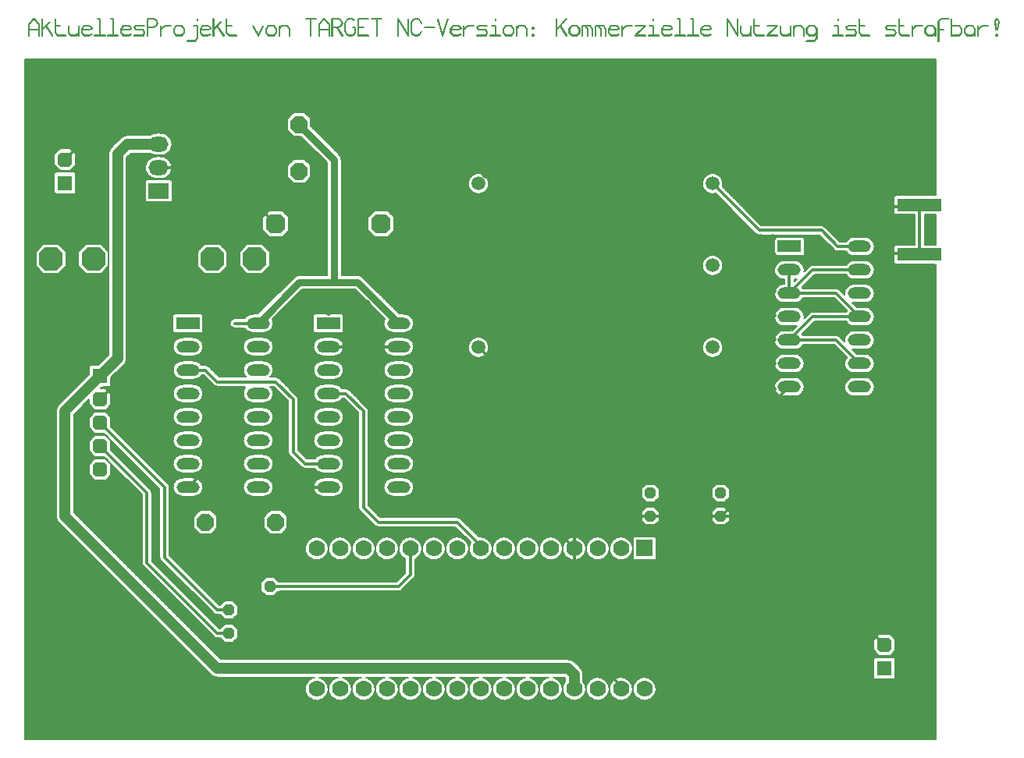
<source format=gbl>
%FSLAX35Y35*%
%MOIN*%
%IN2=KupferuntenL2(X.GBL)*%
%TF.FileFunction,Copper,L2,Bot*%
%ADD10C,0.00591*%
%ADD11C,0.00288*%
%ADD12C,0.00360*%
%ADD13C,0.00500*%
%ADD14C,0.00512*%
%ADD15C,0.00768*%
%ADD16C,0.00787*%
%ADD17C,0.01024*%
%ADD18C,0.01181*%
%ADD19C,0.01575*%
%ADD20C,0.01600*%
%ADD21C,0.03150*%
%ADD22C,0.03937*%
%ADD23C,0.04724*%
%ADD24C,0.05906*%
%ADD25C,0.07000*%
%AMR_26*21,1,0.02953,0.18898,0,0,90.000*%
%ADD26R_26*%
%AMR_27*21,1,0.05000,0.05000,0,0,0.000*%
%ADD27R_27*%
%AMR_28*21,1,0.05000,0.05000,0,0,90.000*%
%ADD28R_28*%
%AMR_29*21,1,0.05000,0.05000,0,0,180.000*%
%ADD29R_29*%
%AMR_30*21,1,0.05000,0.05000,0,0,270.000*%
%ADD30R_30*%
%AMR_31*21,1,0.05000,0.09843,0,0,270.000*%
%ADD31R_31*%
%AMR_32*21,1,0.05118,0.18898,0,0,90.000*%
%ADD32R_32*%
%AMR_33*21,1,0.06500,0.08500,0,0,90.000*%
%ADD33R_33*%
%AMR_34*21,1,0.07000,0.07000,0,0,180.000*%
%ADD34R_34*%
%AMR_35*21,1,0.19685,0.06875,0,0,0.000*%
%ADD35R_35*%
%AMR_36*21,1,0.19685,0.08125,0,0,0.000*%
%ADD36R_36*%
%AMR_37*21,1,0.19685,0.19685,0,0,0.000*%
%ADD37R_37*%
%AMOCT_38*4,1,8,0.023622,0.011811,0.011811,0.023622,-0.011811,0.023622,-0.023622,0.011811,-0.023622,-0.011811,-0.011811,-0.023622,0.011811,-0.023622,0.023622,-0.011811,0.023622,0.011811,0.000*%
%ADD38OCT_38*%
%AMOCT_39*4,1,8,0.023622,0.011811,0.011811,0.023622,-0.011811,0.023622,-0.023622,0.011811,-0.023622,-0.011811,-0.011811,-0.023622,0.011811,-0.023622,0.023622,-0.011811,0.023622,0.011811,270.000*%
%ADD39OCT_39*%
%AMOCT_40*4,1,8,0.031496,0.015748,0.015748,0.031496,-0.015748,0.031496,-0.031496,0.015748,-0.031496,-0.015748,-0.015748,-0.031496,0.015748,-0.031496,0.031496,-0.015748,0.031496,0.015748,90.000*%
%ADD40OCT_40*%
%AMOCT_41*4,1,8,0.031496,0.015748,0.015748,0.031496,-0.015748,0.031496,-0.031496,0.015748,-0.031496,-0.015748,-0.015748,-0.031496,0.015748,-0.031496,0.031496,-0.015748,0.031496,0.015748,270.000*%
%ADD41OCT_41*%
%AMOCT_42*4,1,8,0.035433,0.017717,0.017717,0.035433,-0.017717,0.035433,-0.035433,0.017717,-0.035433,-0.017717,-0.017717,-0.035433,0.017717,-0.035433,0.035433,-0.017717,0.035433,0.017717,180.000*%
%ADD42OCT_42*%
%AMOCT_43*4,1,8,0.035433,0.017717,0.017717,0.035433,-0.017717,0.035433,-0.035433,0.017717,-0.035433,-0.017717,-0.017717,-0.035433,0.017717,-0.035433,0.035433,-0.017717,0.035433,0.017717,270.000*%
%ADD43OCT_43*%
%AMOCT_44*4,1,8,0.041339,0.020669,0.020669,0.041339,-0.020669,0.041339,-0.041339,0.020669,-0.041339,-0.020669,-0.020669,-0.041339,0.020669,-0.041339,0.041339,-0.020669,0.041339,0.020669,0.000*%
%ADD44OCT_44*%
%AMOCT_45*4,1,8,0.049213,0.024606,0.024606,0.049213,-0.024606,0.049213,-0.049213,0.024606,-0.049213,-0.024606,-0.024606,-0.049213,0.024606,-0.049213,0.049213,-0.024606,0.049213,0.024606,0.000*%
%ADD45OCT_45*%
%ADD46O,0.09843X0.05000*%
%ADD47O,0.08500X0.06500*%
%AMRR_48*21,1,0.06299,0.05039,0,0,90.000*21,1,0.05039,0.06299,0,0,90.000*1,1,0.01260,-0.02520,0.02520*1,1,0.01260,0.02520,-0.02520*1,1,0.01260,0.02520,0.02520*1,1,0.01260,-0.02520,-0.02520*%
%ADD48RR_48*%
%AMRR_49*21,1,0.06299,0.05039,0,0,270.000*21,1,0.05039,0.06299,0,0,270.000*1,1,0.01260,0.02520,-0.02520*1,1,0.01260,-0.02520,0.02520*1,1,0.01260,-0.02520,-0.02520*1,1,0.01260,0.02520,0.02520*%
%ADD49RR_49*%
G54D10*
X3907Y307874D02*
X3907Y303149D01*
X3916Y303128D01*
X3937Y303120D01*
X3957Y303128D01*
X3966Y303149D01*
X3966Y307874D01*
X3957Y307894D01*
X3937Y307903D01*
X3916Y307894D01*
X3907Y307874D01*
X3907Y303671D02*
X3966Y303671D01*
X3907Y304222D02*
X3966Y304222D01*
X3907Y304773D02*
X3966Y304773D01*
X3907Y305324D02*
X3966Y305324D01*
X3907Y305875D02*
X3966Y305875D01*
X3907Y306427D02*
X3966Y306427D01*
X3907Y306978D02*
X3966Y306978D01*
X3907Y307529D02*
X3966Y307529D01*
X8267Y305541D02*
X3937Y305541D01*
X3916Y305532D01*
X3907Y305511D01*
X3916Y305490D01*
X3937Y305482D01*
X8267Y305482D01*
X8288Y305490D01*
X8297Y305511D01*
X8288Y305532D01*
X8267Y305541D01*
X8297Y303149D02*
X8297Y307874D01*
X8288Y307894D01*
X8267Y307903D01*
X8246Y307894D01*
X8238Y307874D01*
X8238Y303149D01*
X8246Y303128D01*
X8267Y303120D01*
X8288Y303128D01*
X8297Y303149D01*
X8238Y303671D02*
X8297Y303671D01*
X8238Y304222D02*
X8297Y304222D01*
X8238Y304773D02*
X8297Y304773D01*
X8238Y305324D02*
X8297Y305324D01*
X8238Y305875D02*
X8297Y305875D01*
X8238Y306427D02*
X8297Y306427D01*
X8238Y306978D02*
X8297Y306978D01*
X8238Y307529D02*
X8297Y307529D01*
X6080Y310256D02*
X3915Y307893D01*
X3907Y307872D01*
X3917Y307852D01*
X3938Y307844D01*
X3958Y307854D01*
X6124Y310216D01*
X6131Y310237D01*
X6122Y310257D01*
X6101Y310265D01*
X6080Y310256D01*
X4375Y308395D02*
X4455Y308395D01*
X4880Y308946D02*
X4960Y308946D01*
X5385Y309498D02*
X5465Y309498D01*
X5890Y310049D02*
X5971Y310049D01*
X8289Y307893D02*
X6124Y310256D01*
X6103Y310265D01*
X6082Y310257D01*
X6072Y310237D01*
X6080Y310216D01*
X8245Y307854D01*
X8266Y307844D01*
X8287Y307852D01*
X8297Y307872D01*
X8289Y307893D01*
X7749Y308395D02*
X7829Y308395D01*
X7244Y308946D02*
X7324Y308946D01*
X6738Y309498D02*
X6819Y309498D01*
X6233Y310049D02*
X6313Y310049D01*
X9596Y303149D02*
X9596Y310236D01*
X9587Y310257D01*
X9566Y310265D01*
X9546Y310257D01*
X9537Y310236D01*
X9537Y303149D01*
X9546Y303128D01*
X9566Y303120D01*
X9587Y303128D01*
X9596Y303149D01*
X9537Y303671D02*
X9596Y303671D01*
X9537Y304222D02*
X9596Y304222D01*
X9537Y304773D02*
X9596Y304773D01*
X9537Y305324D02*
X9596Y305324D01*
X9537Y305875D02*
X9596Y305875D01*
X9537Y306427D02*
X9596Y306427D01*
X9537Y306978D02*
X9596Y306978D01*
X9537Y307529D02*
X9596Y307529D01*
X9537Y308080D02*
X9596Y308080D01*
X9537Y308631D02*
X9596Y308631D01*
X9537Y309183D02*
X9596Y309183D01*
X9537Y309734D02*
X9596Y309734D01*
X12793Y309075D02*
X9545Y305531D01*
X9537Y305510D01*
X9546Y305490D01*
X9568Y305482D01*
X9588Y305491D01*
X12836Y309035D01*
X12844Y309056D01*
X12834Y309076D01*
X12813Y309084D01*
X12793Y309075D01*
X10005Y306033D02*
X10085Y306033D01*
X10510Y306584D02*
X10590Y306584D01*
X11015Y307135D02*
X11095Y307135D01*
X11520Y307687D02*
X11600Y307687D01*
X12026Y308238D02*
X12106Y308238D01*
X12531Y308789D02*
X12611Y308789D01*
X13922Y303165D02*
X11215Y307299D01*
X11196Y307312D01*
X11174Y307308D01*
X11162Y307289D01*
X11166Y307267D01*
X13872Y303133D01*
X13891Y303120D01*
X13913Y303124D01*
X13926Y303143D01*
X13922Y303165D01*
X13520Y303671D02*
X13590Y303671D01*
X13159Y304223D02*
X13230Y304223D01*
X12798Y304774D02*
X12869Y304774D01*
X12437Y305325D02*
X12508Y305325D01*
X12076Y305876D02*
X12147Y305876D01*
X11715Y306427D02*
X11786Y306427D01*
X11355Y306978D02*
X11425Y306978D01*
X15226Y304330D02*
X15226Y310236D01*
X15217Y310257D01*
X15196Y310265D01*
X15175Y310257D01*
X15167Y310236D01*
X15167Y304330D01*
X15175Y304309D01*
X15196Y304301D01*
X15217Y304309D01*
X15226Y304330D01*
X15167Y304852D02*
X15226Y304852D01*
X15167Y305403D02*
X15226Y305403D01*
X15167Y305954D02*
X15226Y305954D01*
X15167Y306505D02*
X15226Y306505D01*
X15167Y307057D02*
X15226Y307057D01*
X15167Y307608D02*
X15226Y307608D01*
X15167Y308159D02*
X15226Y308159D01*
X15167Y308710D02*
X15226Y308710D01*
X15167Y309261D02*
X15226Y309261D01*
X15167Y309812D02*
X15226Y309812D01*
X16301Y303169D02*
X15218Y304350D01*
X15198Y304360D01*
X15176Y304352D01*
X15167Y304331D01*
X15175Y304310D01*
X16257Y303129D01*
X16278Y303120D01*
X16299Y303127D01*
X16309Y303148D01*
X16301Y303169D01*
X15761Y303671D02*
X15841Y303671D01*
X15256Y304222D02*
X15336Y304222D01*
X19527Y303179D02*
X16279Y303179D01*
X16258Y303170D01*
X16250Y303149D01*
X16258Y303128D01*
X16279Y303120D01*
X19527Y303120D01*
X19548Y303128D01*
X19557Y303149D01*
X19548Y303170D01*
X19527Y303179D01*
X17362Y307312D02*
X15196Y307312D01*
X15175Y307304D01*
X15167Y307283D01*
X15175Y307262D01*
X15196Y307253D01*
X17362Y307253D01*
X17383Y307262D01*
X17391Y307283D01*
X17383Y307304D01*
X17362Y307312D01*
X20856Y304330D02*
X20856Y307283D01*
X20847Y307304D01*
X20826Y307312D01*
X20805Y307304D01*
X20797Y307283D01*
X20797Y304330D01*
X20805Y304309D01*
X20826Y304301D01*
X20847Y304309D01*
X20856Y304330D01*
X20797Y304852D02*
X20856Y304852D01*
X20797Y305403D02*
X20856Y305403D01*
X20797Y305954D02*
X20856Y305954D01*
X20797Y306505D02*
X20856Y306505D01*
X20797Y307057D02*
X20856Y307057D01*
X21931Y303169D02*
X20848Y304350D01*
X20828Y304360D01*
X20806Y304352D01*
X20797Y304331D01*
X20805Y304310D01*
X21887Y303129D01*
X21908Y303120D01*
X21929Y303127D01*
X21938Y303148D01*
X21931Y303169D01*
X21391Y303671D02*
X21471Y303671D01*
X20885Y304222D02*
X20966Y304222D01*
X24074Y303179D02*
X21909Y303179D01*
X21888Y303170D01*
X21879Y303149D01*
X21888Y303128D01*
X21909Y303120D01*
X24074Y303120D01*
X24095Y303128D01*
X24104Y303149D01*
X24095Y303170D01*
X24074Y303179D01*
X25135Y304350D02*
X24053Y303169D01*
X24045Y303148D01*
X24054Y303127D01*
X24076Y303120D01*
X24096Y303129D01*
X25179Y304310D01*
X25186Y304331D01*
X25177Y304352D01*
X25156Y304360D01*
X25135Y304350D01*
X24512Y303671D02*
X24593Y303671D01*
X25018Y304222D02*
X25098Y304222D01*
X25187Y303149D02*
X25187Y307283D01*
X25178Y307304D01*
X25157Y307312D01*
X25136Y307304D01*
X25127Y307283D01*
X25127Y303149D01*
X25136Y303128D01*
X25157Y303120D01*
X25178Y303128D01*
X25187Y303149D01*
X25127Y303671D02*
X25187Y303671D01*
X25127Y304222D02*
X25187Y304222D01*
X25127Y304773D02*
X25187Y304773D01*
X25127Y305324D02*
X25187Y305324D01*
X25127Y305875D02*
X25187Y305875D01*
X25127Y306427D02*
X25187Y306427D01*
X25127Y306978D02*
X25187Y306978D01*
X29718Y303123D02*
X30801Y303714D01*
X30815Y303731D01*
X30813Y303754D01*
X30795Y303768D01*
X30773Y303766D01*
X29690Y303175D01*
X29676Y303157D01*
X29678Y303135D01*
X29696Y303121D01*
X29718Y303123D01*
X30601Y303672D02*
X30724Y303672D01*
X27539Y303120D02*
X29704Y303120D01*
X29725Y303128D01*
X29734Y303149D01*
X29725Y303170D01*
X29704Y303179D01*
X27539Y303179D01*
X27518Y303170D01*
X27509Y303149D01*
X27518Y303128D01*
X27539Y303120D01*
X26434Y304310D02*
X27517Y303129D01*
X27538Y303120D01*
X27559Y303127D01*
X27568Y303148D01*
X27561Y303169D01*
X26478Y304350D01*
X26457Y304360D01*
X26436Y304352D01*
X26427Y304331D01*
X26434Y304310D01*
X27021Y303671D02*
X27101Y303671D01*
X26515Y304222D02*
X26595Y304222D01*
X26427Y306102D02*
X26427Y304330D01*
X26435Y304309D01*
X26456Y304301D01*
X26477Y304309D01*
X26486Y304330D01*
X26486Y306102D01*
X26477Y306123D01*
X26456Y306131D01*
X26435Y306123D01*
X26427Y306102D01*
X26427Y304852D02*
X26486Y304852D01*
X26427Y305403D02*
X26486Y305403D01*
X26427Y305954D02*
X26486Y305954D01*
X27517Y307303D02*
X26434Y306122D01*
X26427Y306101D01*
X26436Y306080D01*
X26457Y306072D01*
X26478Y306082D01*
X27561Y307263D01*
X27568Y307284D01*
X27559Y307305D01*
X27538Y307312D01*
X27517Y307303D01*
X26894Y306624D02*
X26974Y306624D01*
X27400Y307175D02*
X27480Y307175D01*
X29704Y307312D02*
X27539Y307312D01*
X27518Y307304D01*
X27509Y307283D01*
X27518Y307262D01*
X27539Y307253D01*
X29704Y307253D01*
X29725Y307262D01*
X29734Y307283D01*
X29725Y307304D01*
X29704Y307312D01*
X30801Y306718D02*
X29718Y307309D01*
X29696Y307311D01*
X29678Y307297D01*
X29676Y307275D01*
X29690Y307257D01*
X30773Y306666D01*
X30795Y306664D01*
X30813Y306678D01*
X30815Y306701D01*
X30801Y306718D01*
X29767Y307215D02*
X29890Y307215D01*
X30816Y306102D02*
X30816Y306692D01*
X30808Y306713D01*
X30787Y306722D01*
X30766Y306713D01*
X30757Y306692D01*
X30757Y306102D01*
X30766Y306081D01*
X30787Y306072D01*
X30808Y306081D01*
X30816Y306102D01*
X30757Y306624D02*
X30816Y306624D01*
X29718Y305485D02*
X30801Y306076D01*
X30815Y306094D01*
X30813Y306116D01*
X30795Y306130D01*
X30773Y306128D01*
X29690Y305537D01*
X29676Y305520D01*
X29678Y305497D01*
X29696Y305483D01*
X29718Y305485D01*
X30601Y306034D02*
X30724Y306034D01*
X26456Y305482D02*
X29704Y305482D01*
X29725Y305490D01*
X29734Y305511D01*
X29725Y305532D01*
X29704Y305541D01*
X26456Y305541D01*
X26435Y305532D01*
X26427Y305511D01*
X26435Y305490D01*
X26456Y305482D01*
X36417Y303179D02*
X32086Y303179D01*
X32065Y303170D01*
X32057Y303149D01*
X32065Y303128D01*
X32086Y303120D01*
X36417Y303120D01*
X36438Y303128D01*
X36446Y303149D01*
X36438Y303170D01*
X36417Y303179D01*
X34251Y310265D02*
X33169Y310265D01*
X33148Y310257D01*
X33139Y310236D01*
X33148Y310215D01*
X33169Y310206D01*
X34251Y310206D01*
X34272Y310215D01*
X34281Y310236D01*
X34272Y310257D01*
X34251Y310265D01*
X34281Y303149D02*
X34281Y310236D01*
X34272Y310257D01*
X34251Y310265D01*
X34231Y310257D01*
X34222Y310236D01*
X34222Y303149D01*
X34231Y303128D01*
X34251Y303120D01*
X34272Y303128D01*
X34281Y303149D01*
X34222Y303671D02*
X34281Y303671D01*
X34222Y304222D02*
X34281Y304222D01*
X34222Y304773D02*
X34281Y304773D01*
X34222Y305324D02*
X34281Y305324D01*
X34222Y305875D02*
X34281Y305875D01*
X34222Y306427D02*
X34281Y306427D01*
X34222Y306978D02*
X34281Y306978D01*
X34222Y307529D02*
X34281Y307529D01*
X34222Y308080D02*
X34281Y308080D01*
X34222Y308631D02*
X34281Y308631D01*
X34222Y309183D02*
X34281Y309183D01*
X34222Y309734D02*
X34281Y309734D01*
X42047Y303179D02*
X37716Y303179D01*
X37695Y303170D01*
X37687Y303149D01*
X37695Y303128D01*
X37716Y303120D01*
X42047Y303120D01*
X42068Y303128D01*
X42076Y303149D01*
X42068Y303170D01*
X42047Y303179D01*
X39881Y310265D02*
X38799Y310265D01*
X38778Y310257D01*
X38769Y310236D01*
X38778Y310215D01*
X38799Y310206D01*
X39881Y310206D01*
X39902Y310215D01*
X39911Y310236D01*
X39902Y310257D01*
X39881Y310265D01*
X39911Y303149D02*
X39911Y310236D01*
X39902Y310257D01*
X39881Y310265D01*
X39861Y310257D01*
X39852Y310236D01*
X39852Y303149D01*
X39861Y303128D01*
X39881Y303120D01*
X39902Y303128D01*
X39911Y303149D01*
X39852Y303671D02*
X39911Y303671D01*
X39852Y304222D02*
X39911Y304222D01*
X39852Y304773D02*
X39911Y304773D01*
X39852Y305324D02*
X39911Y305324D01*
X39852Y305875D02*
X39911Y305875D01*
X39852Y306427D02*
X39911Y306427D01*
X39852Y306978D02*
X39911Y306978D01*
X39852Y307529D02*
X39911Y307529D01*
X39852Y308080D02*
X39911Y308080D01*
X39852Y308631D02*
X39911Y308631D01*
X39852Y309183D02*
X39911Y309183D01*
X39852Y309734D02*
X39911Y309734D01*
X46608Y303123D02*
X47691Y303714D01*
X47705Y303731D01*
X47703Y303754D01*
X47685Y303768D01*
X47663Y303766D01*
X46580Y303175D01*
X46566Y303157D01*
X46568Y303135D01*
X46586Y303121D01*
X46608Y303123D01*
X47491Y303672D02*
X47614Y303672D01*
X44429Y303120D02*
X46594Y303120D01*
X46615Y303128D01*
X46624Y303149D01*
X46615Y303170D01*
X46594Y303179D01*
X44429Y303179D01*
X44408Y303170D01*
X44399Y303149D01*
X44408Y303128D01*
X44429Y303120D01*
X43324Y304310D02*
X44407Y303129D01*
X44427Y303120D01*
X44449Y303127D01*
X44458Y303148D01*
X44450Y303169D01*
X43368Y304350D01*
X43347Y304360D01*
X43326Y304352D01*
X43316Y304331D01*
X43324Y304310D01*
X43910Y303671D02*
X43990Y303671D01*
X43405Y304222D02*
X43485Y304222D01*
X43316Y306102D02*
X43316Y304330D01*
X43325Y304309D01*
X43346Y304301D01*
X43367Y304309D01*
X43375Y304330D01*
X43375Y306102D01*
X43367Y306123D01*
X43346Y306131D01*
X43325Y306123D01*
X43316Y306102D01*
X43316Y304852D02*
X43375Y304852D01*
X43316Y305403D02*
X43375Y305403D01*
X43316Y305954D02*
X43375Y305954D01*
X44407Y307303D02*
X43324Y306122D01*
X43316Y306101D01*
X43326Y306080D01*
X43347Y306072D01*
X43368Y306082D01*
X44450Y307263D01*
X44458Y307284D01*
X44449Y307305D01*
X44427Y307312D01*
X44407Y307303D01*
X43784Y306624D02*
X43864Y306624D01*
X44289Y307175D02*
X44369Y307175D01*
X46594Y307312D02*
X44429Y307312D01*
X44408Y307304D01*
X44399Y307283D01*
X44408Y307262D01*
X44429Y307253D01*
X46594Y307253D01*
X46615Y307262D01*
X46624Y307283D01*
X46615Y307304D01*
X46594Y307312D01*
X47691Y306718D02*
X46608Y307309D01*
X46586Y307311D01*
X46568Y307297D01*
X46566Y307275D01*
X46580Y307257D01*
X47663Y306666D01*
X47685Y306664D01*
X47703Y306678D01*
X47705Y306701D01*
X47691Y306718D01*
X46656Y307215D02*
X46780Y307215D01*
X47706Y306102D02*
X47706Y306692D01*
X47698Y306713D01*
X47677Y306722D01*
X47656Y306713D01*
X47647Y306692D01*
X47647Y306102D01*
X47656Y306081D01*
X47677Y306072D01*
X47698Y306081D01*
X47706Y306102D01*
X47647Y306624D02*
X47706Y306624D01*
X46608Y305485D02*
X47691Y306076D01*
X47705Y306094D01*
X47703Y306116D01*
X47685Y306130D01*
X47663Y306128D01*
X46580Y305537D01*
X46566Y305520D01*
X46568Y305497D01*
X46586Y305483D01*
X46608Y305485D01*
X47491Y306034D02*
X47614Y306034D01*
X43346Y305482D02*
X46594Y305482D01*
X46615Y305490D01*
X46624Y305511D01*
X46615Y305532D01*
X46594Y305541D01*
X43346Y305541D01*
X43325Y305532D01*
X43316Y305511D01*
X43325Y305490D01*
X43346Y305482D01*
X52765Y303179D02*
X48976Y303179D01*
X48955Y303170D01*
X48946Y303149D01*
X48955Y303128D01*
X48976Y303120D01*
X52765Y303120D01*
X52786Y303128D01*
X52795Y303149D01*
X52786Y303170D01*
X52765Y303179D01*
X53280Y304343D02*
X52738Y303161D01*
X52738Y303139D01*
X52753Y303122D01*
X52776Y303121D01*
X52792Y303137D01*
X53333Y304318D01*
X53334Y304340D01*
X53319Y304357D01*
X53296Y304358D01*
X53280Y304343D01*
X52973Y303673D02*
X53038Y303673D01*
X53225Y304224D02*
X53290Y304224D01*
X52738Y305499D02*
X53280Y304318D01*
X53296Y304303D01*
X53319Y304303D01*
X53334Y304320D01*
X53333Y304343D01*
X52792Y305524D01*
X52776Y305539D01*
X52753Y305538D01*
X52738Y305522D01*
X52738Y305499D01*
X53034Y304854D02*
X53099Y304854D01*
X52782Y305405D02*
X52847Y305405D01*
X49517Y305482D02*
X52765Y305482D01*
X52786Y305490D01*
X52795Y305511D01*
X52786Y305532D01*
X52765Y305541D01*
X49517Y305541D01*
X49496Y305532D01*
X49488Y305511D01*
X49496Y305490D01*
X49517Y305482D01*
X48949Y306680D02*
X49490Y305499D01*
X49507Y305484D01*
X49530Y305484D01*
X49545Y305501D01*
X49544Y305524D01*
X49003Y306705D01*
X48986Y306720D01*
X48964Y306719D01*
X48948Y306703D01*
X48949Y306680D01*
X49245Y306035D02*
X49310Y306035D01*
X48992Y306586D02*
X49057Y306586D01*
X49495Y307303D02*
X48954Y306712D01*
X48946Y306691D01*
X48956Y306671D01*
X48977Y306663D01*
X48998Y306672D01*
X49539Y307263D01*
X49547Y307284D01*
X49537Y307305D01*
X49516Y307312D01*
X49495Y307303D01*
X49414Y307214D02*
X49494Y307214D01*
X53307Y307312D02*
X49517Y307312D01*
X49496Y307304D01*
X49488Y307283D01*
X49496Y307262D01*
X49517Y307253D01*
X53307Y307253D01*
X53327Y307262D01*
X53336Y307283D01*
X53327Y307304D01*
X53307Y307312D01*
X54635Y303149D02*
X54635Y310236D01*
X54627Y310257D01*
X54606Y310265D01*
X54585Y310257D01*
X54576Y310236D01*
X54576Y303149D01*
X54585Y303128D01*
X54606Y303120D01*
X54627Y303128D01*
X54635Y303149D01*
X54576Y303671D02*
X54635Y303671D01*
X54576Y304222D02*
X54635Y304222D01*
X54576Y304773D02*
X54635Y304773D01*
X54576Y305324D02*
X54635Y305324D01*
X54576Y305875D02*
X54635Y305875D01*
X54576Y306427D02*
X54635Y306427D01*
X54576Y306978D02*
X54635Y306978D01*
X54576Y307529D02*
X54635Y307529D01*
X54576Y308080D02*
X54635Y308080D01*
X54576Y308631D02*
X54635Y308631D01*
X54576Y309183D02*
X54635Y309183D01*
X54576Y309734D02*
X54635Y309734D01*
X57312Y306722D02*
X54606Y306722D01*
X54585Y306713D01*
X54576Y306692D01*
X54585Y306672D01*
X54606Y306663D01*
X57312Y306663D01*
X57333Y306672D01*
X57342Y306692D01*
X57333Y306713D01*
X57312Y306722D01*
X58381Y307309D02*
X57298Y306718D01*
X57284Y306701D01*
X57287Y306678D01*
X57304Y306664D01*
X57327Y306666D01*
X58409Y307257D01*
X58423Y307275D01*
X58421Y307297D01*
X58404Y307311D01*
X58381Y307309D01*
X58209Y307215D02*
X58333Y307215D01*
X58910Y308476D02*
X58368Y307295D01*
X58367Y307273D01*
X58383Y307256D01*
X58405Y307255D01*
X58422Y307271D01*
X58963Y308452D01*
X58964Y308474D01*
X58949Y308491D01*
X58926Y308492D01*
X58910Y308476D01*
X58603Y307806D02*
X58668Y307806D01*
X58855Y308358D02*
X58920Y308358D01*
X58368Y309633D02*
X58910Y308452D01*
X58926Y308436D01*
X58949Y308437D01*
X58964Y308454D01*
X58963Y308476D01*
X58422Y309657D01*
X58405Y309673D01*
X58383Y309672D01*
X58367Y309655D01*
X58368Y309633D01*
X58664Y308988D02*
X58729Y308988D01*
X58411Y309539D02*
X58476Y309539D01*
X57298Y310210D02*
X58381Y309619D01*
X58404Y309617D01*
X58421Y309631D01*
X58423Y309654D01*
X58409Y309671D01*
X57327Y310262D01*
X57304Y310264D01*
X57287Y310250D01*
X57284Y310227D01*
X57298Y310210D01*
X57375Y310168D02*
X57498Y310168D01*
X54606Y310206D02*
X57312Y310206D01*
X57333Y310215D01*
X57342Y310236D01*
X57333Y310257D01*
X57312Y310265D01*
X54606Y310265D01*
X54585Y310257D01*
X54576Y310236D01*
X54585Y310215D01*
X54606Y310206D01*
X60265Y303149D02*
X60265Y307283D01*
X60257Y307304D01*
X60236Y307312D01*
X60215Y307304D01*
X60206Y307283D01*
X60206Y303149D01*
X60215Y303128D01*
X60236Y303120D01*
X60257Y303128D01*
X60265Y303149D01*
X60206Y303671D02*
X60265Y303671D01*
X60206Y304222D02*
X60265Y304222D01*
X60206Y304773D02*
X60265Y304773D01*
X60206Y305324D02*
X60265Y305324D01*
X60206Y305875D02*
X60265Y305875D01*
X60206Y306427D02*
X60265Y306427D01*
X60206Y306978D02*
X60265Y306978D01*
X61838Y307303D02*
X60214Y305531D01*
X60206Y305510D01*
X60216Y305490D01*
X60237Y305482D01*
X60257Y305491D01*
X61882Y307263D01*
X61889Y307284D01*
X61880Y307305D01*
X61858Y307312D01*
X61838Y307303D01*
X60674Y306033D02*
X60754Y306033D01*
X61179Y306584D02*
X61259Y306584D01*
X61684Y307135D02*
X61764Y307135D01*
X64566Y307312D02*
X61860Y307312D01*
X61839Y307304D01*
X61830Y307283D01*
X61839Y307262D01*
X61860Y307253D01*
X64566Y307253D01*
X64587Y307262D01*
X64596Y307283D01*
X64587Y307304D01*
X64566Y307312D01*
X65895Y304330D02*
X65895Y306102D01*
X65887Y306123D01*
X65866Y306131D01*
X65845Y306123D01*
X65836Y306102D01*
X65836Y304330D01*
X65845Y304309D01*
X65866Y304301D01*
X65887Y304309D01*
X65895Y304330D01*
X65836Y304852D02*
X65895Y304852D01*
X65836Y305403D02*
X65895Y305403D01*
X65836Y305954D02*
X65895Y305954D01*
X66927Y307303D02*
X65844Y306122D01*
X65836Y306101D01*
X65846Y306080D01*
X65867Y306072D01*
X65887Y306082D01*
X66970Y307263D01*
X66978Y307284D01*
X66968Y307305D01*
X66947Y307312D01*
X66927Y307303D01*
X66304Y306624D02*
X66384Y306624D01*
X66809Y307175D02*
X66889Y307175D01*
X69114Y307312D02*
X66948Y307312D01*
X66927Y307304D01*
X66919Y307283D01*
X66927Y307262D01*
X66948Y307253D01*
X69114Y307253D01*
X69135Y307262D01*
X69143Y307283D01*
X69135Y307304D01*
X69114Y307312D01*
X70218Y306122D02*
X69135Y307303D01*
X69115Y307312D01*
X69094Y307305D01*
X69084Y307284D01*
X69092Y307263D01*
X70175Y306082D01*
X70195Y306072D01*
X70216Y306080D01*
X70226Y306101D01*
X70218Y306122D01*
X69678Y306624D02*
X69758Y306624D01*
X69173Y307175D02*
X69253Y307175D01*
X70226Y304330D02*
X70226Y306102D01*
X70217Y306123D01*
X70196Y306131D01*
X70175Y306123D01*
X70167Y306102D01*
X70167Y304330D01*
X70175Y304309D01*
X70196Y304301D01*
X70217Y304309D01*
X70226Y304330D01*
X70167Y304852D02*
X70226Y304852D01*
X70167Y305403D02*
X70226Y305403D01*
X70167Y305954D02*
X70226Y305954D01*
X69135Y303129D02*
X70218Y304310D01*
X70226Y304331D01*
X70216Y304352D01*
X70195Y304360D01*
X70175Y304350D01*
X69092Y303169D01*
X69084Y303148D01*
X69094Y303127D01*
X69115Y303120D01*
X69135Y303129D01*
X69552Y303671D02*
X69632Y303671D01*
X70057Y304222D02*
X70137Y304222D01*
X66948Y303120D02*
X69114Y303120D01*
X69135Y303128D01*
X69143Y303149D01*
X69135Y303170D01*
X69114Y303179D01*
X66948Y303179D01*
X66927Y303170D01*
X66919Y303149D01*
X66927Y303128D01*
X66948Y303120D01*
X65844Y304310D02*
X66927Y303129D01*
X66947Y303120D01*
X66968Y303127D01*
X66978Y303148D01*
X66970Y303169D01*
X65887Y304350D01*
X65867Y304360D01*
X65846Y304352D01*
X65836Y304331D01*
X65844Y304310D01*
X66430Y303671D02*
X66510Y303671D01*
X65925Y304222D02*
X66005Y304222D01*
X74744Y300816D02*
X71496Y300816D01*
X71475Y300808D01*
X71466Y300787D01*
X71475Y300766D01*
X71496Y300757D01*
X74744Y300757D01*
X74764Y300766D01*
X74773Y300787D01*
X74764Y300808D01*
X74744Y300816D01*
X75805Y301988D02*
X74722Y300807D01*
X74714Y300786D01*
X74724Y300765D01*
X74745Y300757D01*
X74765Y300767D01*
X75848Y301948D01*
X75856Y301969D01*
X75846Y301990D01*
X75825Y301998D01*
X75805Y301988D01*
X75182Y301309D02*
X75262Y301309D01*
X75687Y301860D02*
X75767Y301860D01*
X75797Y307283D02*
X75797Y301968D01*
X75805Y301947D01*
X75826Y301938D01*
X75847Y301947D01*
X75856Y301968D01*
X75856Y307283D01*
X75847Y307304D01*
X75826Y307312D01*
X75805Y307304D01*
X75797Y307283D01*
X75797Y302490D02*
X75856Y302490D01*
X75797Y303041D02*
X75856Y303041D01*
X75797Y303592D02*
X75856Y303592D01*
X75797Y304143D02*
X75856Y304143D01*
X75797Y304694D02*
X75856Y304694D01*
X75797Y305246D02*
X75856Y305246D01*
X75797Y305797D02*
X75856Y305797D01*
X75797Y306348D02*
X75856Y306348D01*
X75797Y306899D02*
X75856Y306899D01*
X74202Y307253D02*
X75826Y307253D01*
X75847Y307262D01*
X75856Y307283D01*
X75847Y307304D01*
X75826Y307312D01*
X74202Y307312D01*
X74181Y307304D01*
X74173Y307283D01*
X74181Y307262D01*
X74202Y307253D01*
X75856Y309645D02*
X75856Y310236D01*
X75847Y310257D01*
X75826Y310265D01*
X75805Y310257D01*
X75797Y310236D01*
X75797Y309645D01*
X75805Y309624D01*
X75826Y309616D01*
X75847Y309624D01*
X75856Y309645D01*
X75797Y310167D02*
X75856Y310167D01*
X80388Y303123D02*
X81470Y303714D01*
X81485Y303731D01*
X81482Y303754D01*
X81465Y303768D01*
X81442Y303766D01*
X80359Y303175D01*
X80345Y303157D01*
X80348Y303135D01*
X80365Y303121D01*
X80388Y303123D01*
X81270Y303672D02*
X81394Y303672D01*
X78208Y303120D02*
X80374Y303120D01*
X80394Y303128D01*
X80403Y303149D01*
X80394Y303170D01*
X80374Y303179D01*
X78208Y303179D01*
X78187Y303170D01*
X78179Y303149D01*
X78187Y303128D01*
X78208Y303120D01*
X77104Y304310D02*
X78186Y303129D01*
X78207Y303120D01*
X78228Y303127D01*
X78238Y303148D01*
X78230Y303169D01*
X77147Y304350D01*
X77127Y304360D01*
X77106Y304352D01*
X77096Y304331D01*
X77104Y304310D01*
X77690Y303671D02*
X77770Y303671D01*
X77185Y304222D02*
X77265Y304222D01*
X77096Y306102D02*
X77096Y304330D01*
X77105Y304309D01*
X77125Y304301D01*
X77146Y304309D01*
X77155Y304330D01*
X77155Y306102D01*
X77146Y306123D01*
X77125Y306131D01*
X77105Y306123D01*
X77096Y306102D01*
X77096Y304852D02*
X77155Y304852D01*
X77096Y305403D02*
X77155Y305403D01*
X77096Y305954D02*
X77155Y305954D01*
X78186Y307303D02*
X77104Y306122D01*
X77096Y306101D01*
X77106Y306080D01*
X77127Y306072D01*
X77147Y306082D01*
X78230Y307263D01*
X78238Y307284D01*
X78228Y307305D01*
X78207Y307312D01*
X78186Y307303D01*
X77564Y306624D02*
X77644Y306624D01*
X78069Y307175D02*
X78149Y307175D01*
X80374Y307312D02*
X78208Y307312D01*
X78187Y307304D01*
X78179Y307283D01*
X78187Y307262D01*
X78208Y307253D01*
X80374Y307253D01*
X80394Y307262D01*
X80403Y307283D01*
X80394Y307304D01*
X80374Y307312D01*
X81470Y306718D02*
X80388Y307309D01*
X80365Y307311D01*
X80348Y307297D01*
X80345Y307275D01*
X80359Y307257D01*
X81442Y306666D01*
X81465Y306664D01*
X81482Y306678D01*
X81485Y306701D01*
X81470Y306718D01*
X80436Y307215D02*
X80559Y307215D01*
X81486Y306102D02*
X81486Y306692D01*
X81477Y306713D01*
X81456Y306722D01*
X81435Y306713D01*
X81427Y306692D01*
X81427Y306102D01*
X81435Y306081D01*
X81456Y306072D01*
X81477Y306081D01*
X81486Y306102D01*
X81427Y306624D02*
X81486Y306624D01*
X80388Y305485D02*
X81470Y306076D01*
X81485Y306094D01*
X81482Y306116D01*
X81465Y306130D01*
X81442Y306128D01*
X80359Y305537D01*
X80345Y305520D01*
X80348Y305497D01*
X80365Y305483D01*
X80388Y305485D01*
X81270Y306034D02*
X81394Y306034D01*
X77125Y305482D02*
X80374Y305482D01*
X80394Y305490D01*
X80403Y305511D01*
X80394Y305532D01*
X80374Y305541D01*
X77125Y305541D01*
X77105Y305532D01*
X77096Y305511D01*
X77105Y305490D01*
X77125Y305482D01*
X82785Y303149D02*
X82785Y310236D01*
X82776Y310257D01*
X82755Y310265D01*
X82735Y310257D01*
X82726Y310236D01*
X82726Y303149D01*
X82735Y303128D01*
X82755Y303120D01*
X82776Y303128D01*
X82785Y303149D01*
X82726Y303671D02*
X82785Y303671D01*
X82726Y304222D02*
X82785Y304222D01*
X82726Y304773D02*
X82785Y304773D01*
X82726Y305324D02*
X82785Y305324D01*
X82726Y305875D02*
X82785Y305875D01*
X82726Y306427D02*
X82785Y306427D01*
X82726Y306978D02*
X82785Y306978D01*
X82726Y307529D02*
X82785Y307529D01*
X82726Y308080D02*
X82785Y308080D01*
X82726Y308631D02*
X82785Y308631D01*
X82726Y309183D02*
X82785Y309183D01*
X82726Y309734D02*
X82785Y309734D01*
X85982Y309075D02*
X82734Y305531D01*
X82726Y305510D01*
X82735Y305490D01*
X82757Y305482D01*
X82777Y305491D01*
X86025Y309035D01*
X86033Y309056D01*
X86023Y309076D01*
X86002Y309084D01*
X85982Y309075D01*
X83194Y306033D02*
X83274Y306033D01*
X83699Y306584D02*
X83779Y306584D01*
X84204Y307135D02*
X84284Y307135D01*
X84709Y307687D02*
X84789Y307687D01*
X85215Y308238D02*
X85295Y308238D01*
X85720Y308789D02*
X85800Y308789D01*
X87111Y303165D02*
X84404Y307299D01*
X84385Y307312D01*
X84363Y307308D01*
X84351Y307289D01*
X84355Y307267D01*
X87061Y303133D01*
X87080Y303120D01*
X87102Y303124D01*
X87115Y303143D01*
X87111Y303165D01*
X86709Y303671D02*
X86779Y303671D01*
X86348Y304223D02*
X86419Y304223D01*
X85987Y304774D02*
X86058Y304774D01*
X85626Y305325D02*
X85697Y305325D01*
X85265Y305876D02*
X85336Y305876D01*
X84904Y306427D02*
X84975Y306427D01*
X84544Y306978D02*
X84614Y306978D01*
X88415Y304330D02*
X88415Y310236D01*
X88406Y310257D01*
X88385Y310265D01*
X88364Y310257D01*
X88356Y310236D01*
X88356Y304330D01*
X88364Y304309D01*
X88385Y304301D01*
X88406Y304309D01*
X88415Y304330D01*
X88356Y304852D02*
X88415Y304852D01*
X88356Y305403D02*
X88415Y305403D01*
X88356Y305954D02*
X88415Y305954D01*
X88356Y306505D02*
X88415Y306505D01*
X88356Y307057D02*
X88415Y307057D01*
X88356Y307608D02*
X88415Y307608D01*
X88356Y308159D02*
X88415Y308159D01*
X88356Y308710D02*
X88415Y308710D01*
X88356Y309261D02*
X88415Y309261D01*
X88356Y309812D02*
X88415Y309812D01*
X89490Y303169D02*
X88407Y304350D01*
X88387Y304360D01*
X88365Y304352D01*
X88356Y304331D01*
X88364Y304310D01*
X89446Y303129D01*
X89467Y303120D01*
X89488Y303127D01*
X89498Y303148D01*
X89490Y303169D01*
X88950Y303671D02*
X89030Y303671D01*
X88444Y304222D02*
X88525Y304222D01*
X92716Y303179D02*
X89468Y303179D01*
X89447Y303170D01*
X89438Y303149D01*
X89447Y303128D01*
X89468Y303120D01*
X92716Y303120D01*
X92737Y303128D01*
X92746Y303149D01*
X92737Y303170D01*
X92716Y303179D01*
X90551Y307312D02*
X88385Y307312D01*
X88364Y307304D01*
X88356Y307283D01*
X88364Y307262D01*
X88385Y307253D01*
X90551Y307253D01*
X90572Y307262D01*
X90580Y307283D01*
X90572Y307304D01*
X90551Y307312D01*
X101837Y303163D02*
X99671Y307297D01*
X99654Y307311D01*
X99631Y307309D01*
X99617Y307292D01*
X99619Y307269D01*
X101784Y303135D01*
X101802Y303121D01*
X101824Y303123D01*
X101839Y303140D01*
X101837Y303163D01*
X101503Y303672D02*
X101570Y303672D01*
X101215Y304223D02*
X101281Y304223D01*
X100926Y304774D02*
X100992Y304774D01*
X100637Y305326D02*
X100704Y305326D01*
X100348Y305877D02*
X100415Y305877D01*
X100060Y306428D02*
X100126Y306428D01*
X99771Y306979D02*
X99838Y306979D01*
X103950Y307297D02*
X101784Y303163D01*
X101782Y303140D01*
X101797Y303123D01*
X101819Y303121D01*
X101837Y303135D01*
X104002Y307269D01*
X104004Y307292D01*
X103990Y307309D01*
X103967Y307311D01*
X103950Y307297D01*
X102051Y303672D02*
X102118Y303672D01*
X102340Y304223D02*
X102407Y304223D01*
X102629Y304774D02*
X102695Y304774D01*
X102917Y305326D02*
X102984Y305326D01*
X103206Y305877D02*
X103273Y305877D01*
X103495Y306428D02*
X103561Y306428D01*
X103783Y306979D02*
X103850Y306979D01*
X105305Y304330D02*
X105305Y306102D01*
X105296Y306123D01*
X105275Y306131D01*
X105254Y306123D01*
X105246Y306102D01*
X105246Y304330D01*
X105254Y304309D01*
X105275Y304301D01*
X105296Y304309D01*
X105305Y304330D01*
X105246Y304852D02*
X105305Y304852D01*
X105246Y305403D02*
X105305Y305403D01*
X105246Y305954D02*
X105305Y305954D01*
X106336Y307303D02*
X105253Y306122D01*
X105246Y306101D01*
X105255Y306080D01*
X105276Y306072D01*
X105297Y306082D01*
X106380Y307263D01*
X106387Y307284D01*
X106378Y307305D01*
X106356Y307312D01*
X106336Y307303D01*
X105713Y306624D02*
X105793Y306624D01*
X106218Y307175D02*
X106299Y307175D01*
X108523Y307312D02*
X106358Y307312D01*
X106337Y307304D01*
X106328Y307283D01*
X106337Y307262D01*
X106358Y307253D01*
X108523Y307253D01*
X108544Y307262D01*
X108553Y307283D01*
X108544Y307304D01*
X108523Y307312D01*
X109628Y306122D02*
X108545Y307303D01*
X108524Y307312D01*
X108503Y307305D01*
X108494Y307284D01*
X108501Y307263D01*
X109584Y306082D01*
X109605Y306072D01*
X109626Y306080D01*
X109635Y306101D01*
X109628Y306122D01*
X109088Y306624D02*
X109168Y306624D01*
X108582Y307175D02*
X108662Y307175D01*
X109635Y304330D02*
X109635Y306102D01*
X109627Y306123D01*
X109606Y306131D01*
X109585Y306123D01*
X109576Y306102D01*
X109576Y304330D01*
X109585Y304309D01*
X109606Y304301D01*
X109627Y304309D01*
X109635Y304330D01*
X109576Y304852D02*
X109635Y304852D01*
X109576Y305403D02*
X109635Y305403D01*
X109576Y305954D02*
X109635Y305954D01*
X108545Y303129D02*
X109628Y304310D01*
X109635Y304331D01*
X109626Y304352D01*
X109605Y304360D01*
X109584Y304350D01*
X108501Y303169D01*
X108494Y303148D01*
X108503Y303127D01*
X108524Y303120D01*
X108545Y303129D01*
X108961Y303671D02*
X109041Y303671D01*
X109467Y304222D02*
X109547Y304222D01*
X106358Y303120D02*
X108523Y303120D01*
X108544Y303128D01*
X108553Y303149D01*
X108544Y303170D01*
X108523Y303179D01*
X106358Y303179D01*
X106337Y303170D01*
X106328Y303149D01*
X106337Y303128D01*
X106358Y303120D01*
X105253Y304310D02*
X106336Y303129D01*
X106356Y303120D01*
X106378Y303127D01*
X106387Y303148D01*
X106380Y303169D01*
X105297Y304350D01*
X105276Y304360D01*
X105255Y304352D01*
X105246Y304331D01*
X105253Y304310D01*
X105840Y303671D02*
X105920Y303671D01*
X105334Y304222D02*
X105414Y304222D01*
X110875Y307283D02*
X110875Y303149D01*
X110884Y303128D01*
X110905Y303120D01*
X110926Y303128D01*
X110935Y303149D01*
X110935Y307283D01*
X110926Y307304D01*
X110905Y307312D01*
X110884Y307304D01*
X110875Y307283D01*
X110875Y303671D02*
X110935Y303671D01*
X110875Y304222D02*
X110935Y304222D01*
X110875Y304773D02*
X110935Y304773D01*
X110875Y305324D02*
X110935Y305324D01*
X110875Y305875D02*
X110935Y305875D01*
X110875Y306427D02*
X110935Y306427D01*
X110875Y306978D02*
X110935Y306978D01*
X111966Y307303D02*
X110883Y306122D01*
X110876Y306101D01*
X110885Y306080D01*
X110906Y306072D01*
X110927Y306082D01*
X112009Y307263D01*
X112017Y307284D01*
X112008Y307305D01*
X111986Y307312D01*
X111966Y307303D01*
X111343Y306624D02*
X111423Y306624D01*
X111848Y307175D02*
X111929Y307175D01*
X114153Y307312D02*
X111988Y307312D01*
X111967Y307304D01*
X111958Y307283D01*
X111967Y307262D01*
X111988Y307253D01*
X114153Y307253D01*
X114174Y307262D01*
X114183Y307283D01*
X114174Y307304D01*
X114153Y307312D01*
X115257Y306122D02*
X114175Y307303D01*
X114154Y307312D01*
X114133Y307305D01*
X114124Y307284D01*
X114131Y307263D01*
X115214Y306082D01*
X115234Y306072D01*
X115256Y306080D01*
X115265Y306101D01*
X115257Y306122D01*
X114717Y306624D02*
X114798Y306624D01*
X114212Y307175D02*
X114292Y307175D01*
X115265Y303149D02*
X115265Y306102D01*
X115257Y306123D01*
X115236Y306131D01*
X115215Y306123D01*
X115206Y306102D01*
X115206Y303149D01*
X115215Y303128D01*
X115236Y303120D01*
X115257Y303128D01*
X115265Y303149D01*
X115206Y303671D02*
X115265Y303671D01*
X115206Y304222D02*
X115265Y304222D01*
X115206Y304773D02*
X115265Y304773D01*
X115206Y305324D02*
X115265Y305324D01*
X115206Y305875D02*
X115265Y305875D01*
X126496Y310265D02*
X122165Y310265D01*
X122144Y310257D01*
X122135Y310236D01*
X122144Y310215D01*
X122165Y310206D01*
X126496Y310206D01*
X126516Y310215D01*
X126525Y310236D01*
X126516Y310257D01*
X126496Y310265D01*
X124360Y303149D02*
X124360Y310236D01*
X124351Y310257D01*
X124330Y310265D01*
X124309Y310257D01*
X124301Y310236D01*
X124301Y303149D01*
X124309Y303128D01*
X124330Y303120D01*
X124351Y303128D01*
X124360Y303149D01*
X124301Y303671D02*
X124360Y303671D01*
X124301Y304222D02*
X124360Y304222D01*
X124301Y304773D02*
X124360Y304773D01*
X124301Y305324D02*
X124360Y305324D01*
X124301Y305875D02*
X124360Y305875D01*
X124301Y306427D02*
X124360Y306427D01*
X124301Y306978D02*
X124360Y306978D01*
X124301Y307529D02*
X124360Y307529D01*
X124301Y308080D02*
X124360Y308080D01*
X124301Y308631D02*
X124360Y308631D01*
X124301Y309183D02*
X124360Y309183D01*
X124301Y309734D02*
X124360Y309734D01*
X127765Y307874D02*
X127765Y303149D01*
X127774Y303128D01*
X127795Y303120D01*
X127816Y303128D01*
X127824Y303149D01*
X127824Y307874D01*
X127816Y307894D01*
X127795Y307903D01*
X127774Y307894D01*
X127765Y307874D01*
X127765Y303671D02*
X127824Y303671D01*
X127765Y304222D02*
X127824Y304222D01*
X127765Y304773D02*
X127824Y304773D01*
X127765Y305324D02*
X127824Y305324D01*
X127765Y305875D02*
X127824Y305875D01*
X127765Y306427D02*
X127824Y306427D01*
X127765Y306978D02*
X127824Y306978D01*
X127765Y307529D02*
X127824Y307529D01*
X132125Y305541D02*
X127795Y305541D01*
X127774Y305532D01*
X127765Y305511D01*
X127774Y305490D01*
X127795Y305482D01*
X132125Y305482D01*
X132146Y305490D01*
X132155Y305511D01*
X132146Y305532D01*
X132125Y305541D01*
X132155Y303149D02*
X132155Y307874D01*
X132146Y307894D01*
X132125Y307903D01*
X132105Y307894D01*
X132096Y307874D01*
X132096Y303149D01*
X132105Y303128D01*
X132125Y303120D01*
X132146Y303128D01*
X132155Y303149D01*
X132096Y303671D02*
X132155Y303671D01*
X132096Y304222D02*
X132155Y304222D01*
X132096Y304773D02*
X132155Y304773D01*
X132096Y305324D02*
X132155Y305324D01*
X132096Y305875D02*
X132155Y305875D01*
X132096Y306427D02*
X132155Y306427D01*
X132096Y306978D02*
X132155Y306978D01*
X132096Y307529D02*
X132155Y307529D01*
X129938Y310256D02*
X127773Y307893D01*
X127765Y307872D01*
X127775Y307852D01*
X127796Y307844D01*
X127817Y307854D01*
X129982Y310216D01*
X129990Y310237D01*
X129980Y310257D01*
X129959Y310265D01*
X129938Y310256D01*
X128233Y308395D02*
X128313Y308395D01*
X128738Y308946D02*
X128818Y308946D01*
X129243Y309498D02*
X129324Y309498D01*
X129749Y310049D02*
X129829Y310049D01*
X132147Y307893D02*
X129982Y310256D01*
X129961Y310265D01*
X129940Y310257D01*
X129931Y310237D01*
X129938Y310216D01*
X132104Y307854D01*
X132124Y307844D01*
X132145Y307852D01*
X132155Y307872D01*
X132147Y307893D01*
X131607Y308395D02*
X131687Y308395D01*
X131102Y308946D02*
X131182Y308946D01*
X130597Y309498D02*
X130677Y309498D01*
X130091Y310049D02*
X130172Y310049D01*
X133454Y303149D02*
X133454Y310236D01*
X133446Y310257D01*
X133425Y310265D01*
X133404Y310257D01*
X133395Y310236D01*
X133395Y303149D01*
X133404Y303128D01*
X133425Y303120D01*
X133446Y303128D01*
X133454Y303149D01*
X133395Y303671D02*
X133454Y303671D01*
X133395Y304222D02*
X133454Y304222D01*
X133395Y304773D02*
X133454Y304773D01*
X133395Y305324D02*
X133454Y305324D01*
X133395Y305875D02*
X133454Y305875D01*
X133395Y306427D02*
X133454Y306427D01*
X133395Y306978D02*
X133454Y306978D01*
X133395Y307529D02*
X133454Y307529D01*
X133395Y308080D02*
X133454Y308080D01*
X133395Y308631D02*
X133454Y308631D01*
X133395Y309183D02*
X133454Y309183D01*
X133395Y309734D02*
X133454Y309734D01*
X136131Y306722D02*
X133425Y306722D01*
X133404Y306713D01*
X133395Y306692D01*
X133404Y306672D01*
X133425Y306663D01*
X136131Y306663D01*
X136152Y306672D01*
X136161Y306692D01*
X136152Y306713D01*
X136131Y306722D01*
X137200Y307309D02*
X136117Y306718D01*
X136103Y306701D01*
X136105Y306678D01*
X136123Y306664D01*
X136146Y306666D01*
X137228Y307257D01*
X137242Y307275D01*
X137240Y307297D01*
X137222Y307311D01*
X137200Y307309D01*
X137028Y307215D02*
X137152Y307215D01*
X137729Y308476D02*
X137187Y307295D01*
X137186Y307273D01*
X137202Y307256D01*
X137224Y307255D01*
X137241Y307271D01*
X137782Y308452D01*
X137783Y308474D01*
X137768Y308491D01*
X137745Y308492D01*
X137729Y308476D01*
X137422Y307806D02*
X137486Y307806D01*
X137674Y308358D02*
X137739Y308358D01*
X137187Y309633D02*
X137729Y308452D01*
X137745Y308436D01*
X137768Y308437D01*
X137783Y308454D01*
X137782Y308476D01*
X137241Y309657D01*
X137224Y309673D01*
X137202Y309672D01*
X137186Y309655D01*
X137187Y309633D01*
X137483Y308988D02*
X137548Y308988D01*
X137230Y309539D02*
X137295Y309539D01*
X136117Y310210D02*
X137200Y309619D01*
X137222Y309617D01*
X137240Y309631D01*
X137242Y309654D01*
X137228Y309671D01*
X136146Y310262D01*
X136123Y310264D01*
X136105Y310250D01*
X136103Y310227D01*
X136117Y310210D01*
X136194Y310168D02*
X136317Y310168D01*
X133425Y310206D02*
X136131Y310206D01*
X136152Y310215D01*
X136161Y310236D01*
X136152Y310257D01*
X136131Y310265D01*
X133425Y310265D01*
X133404Y310257D01*
X133395Y310236D01*
X133404Y310215D01*
X133425Y310206D01*
X137781Y303165D02*
X135615Y306708D01*
X135597Y306721D01*
X135575Y306718D01*
X135561Y306699D01*
X135565Y306677D01*
X137730Y303134D01*
X137748Y303120D01*
X137771Y303124D01*
X137784Y303142D01*
X137781Y303165D01*
X137402Y303672D02*
X137471Y303672D01*
X137065Y304223D02*
X137134Y304223D01*
X136728Y304774D02*
X136797Y304774D01*
X136391Y305325D02*
X136460Y305325D01*
X136054Y305876D02*
X136123Y305876D01*
X135717Y306427D02*
X135787Y306427D01*
X139610Y309619D02*
X140693Y310210D01*
X140707Y310227D01*
X140705Y310250D01*
X140687Y310264D01*
X140664Y310262D01*
X139582Y309671D01*
X139568Y309654D01*
X139570Y309631D01*
X139588Y309617D01*
X139610Y309619D01*
X140493Y310168D02*
X140616Y310168D01*
X139081Y308452D02*
X139623Y309633D01*
X139624Y309655D01*
X139608Y309672D01*
X139586Y309673D01*
X139569Y309657D01*
X139028Y308476D01*
X139027Y308454D01*
X139042Y308437D01*
X139065Y308436D01*
X139081Y308452D01*
X139262Y308988D02*
X139327Y308988D01*
X139515Y309539D02*
X139580Y309539D01*
X139084Y304921D02*
X139084Y308464D01*
X139075Y308485D01*
X139055Y308494D01*
X139034Y308485D01*
X139025Y308464D01*
X139025Y304921D01*
X139034Y304900D01*
X139055Y304891D01*
X139075Y304900D01*
X139084Y304921D01*
X139025Y305442D02*
X139084Y305442D01*
X139025Y305994D02*
X139084Y305994D01*
X139025Y306545D02*
X139084Y306545D01*
X139025Y307096D02*
X139084Y307096D01*
X139025Y307647D02*
X139084Y307647D01*
X139025Y308198D02*
X139084Y308198D01*
X139623Y303752D02*
X139081Y304933D01*
X139065Y304948D01*
X139042Y304948D01*
X139027Y304931D01*
X139028Y304908D01*
X139569Y303727D01*
X139586Y303712D01*
X139608Y303713D01*
X139624Y303729D01*
X139623Y303752D01*
X139324Y304263D02*
X139389Y304263D01*
X139071Y304814D02*
X139136Y304814D01*
X140693Y303175D02*
X139610Y303766D01*
X139588Y303768D01*
X139570Y303754D01*
X139568Y303731D01*
X139582Y303714D01*
X140664Y303123D01*
X140687Y303121D01*
X140705Y303135D01*
X140707Y303157D01*
X140693Y303175D01*
X139658Y303672D02*
X139782Y303672D01*
X141761Y303179D02*
X140679Y303179D01*
X140658Y303170D01*
X140649Y303149D01*
X140658Y303128D01*
X140679Y303120D01*
X141761Y303120D01*
X141782Y303128D01*
X141791Y303149D01*
X141782Y303170D01*
X141761Y303179D01*
X142830Y303766D02*
X141747Y303175D01*
X141733Y303157D01*
X141735Y303135D01*
X141753Y303121D01*
X141775Y303123D01*
X142858Y303714D01*
X142872Y303731D01*
X142870Y303754D01*
X142852Y303768D01*
X142830Y303766D01*
X142658Y303672D02*
X142782Y303672D01*
X143358Y304933D02*
X142817Y303752D01*
X142816Y303729D01*
X142832Y303713D01*
X142854Y303712D01*
X142871Y303727D01*
X143412Y304908D01*
X143413Y304931D01*
X143398Y304948D01*
X143375Y304948D01*
X143358Y304933D01*
X143051Y304263D02*
X143116Y304263D01*
X143304Y304814D02*
X143369Y304814D01*
X143356Y306692D02*
X143356Y304921D01*
X143364Y304900D01*
X143385Y304891D01*
X143406Y304900D01*
X143415Y304921D01*
X143415Y306692D01*
X143406Y306713D01*
X143385Y306722D01*
X143364Y306713D01*
X143356Y306692D01*
X143356Y305442D02*
X143415Y305442D01*
X143356Y305994D02*
X143415Y305994D01*
X143356Y306545D02*
X143415Y306545D01*
X142303Y306663D02*
X143385Y306663D01*
X143406Y306672D01*
X143415Y306692D01*
X143406Y306713D01*
X143385Y306722D01*
X142303Y306722D01*
X142282Y306713D01*
X142273Y306692D01*
X142282Y306672D01*
X142303Y306663D01*
X141761Y310265D02*
X140679Y310265D01*
X140658Y310257D01*
X140649Y310236D01*
X140658Y310215D01*
X140679Y310206D01*
X141761Y310206D01*
X141782Y310215D01*
X141791Y310236D01*
X141782Y310257D01*
X141761Y310265D01*
X142858Y309671D02*
X141775Y310262D01*
X141753Y310264D01*
X141735Y310250D01*
X141733Y310227D01*
X141747Y310210D01*
X142830Y309619D01*
X142852Y309617D01*
X142870Y309631D01*
X142872Y309654D01*
X142858Y309671D01*
X141824Y310168D02*
X141947Y310168D01*
X144714Y303149D02*
X144714Y310236D01*
X144705Y310257D01*
X144685Y310265D01*
X144664Y310257D01*
X144655Y310236D01*
X144655Y303149D01*
X144664Y303128D01*
X144685Y303120D01*
X144705Y303128D01*
X144714Y303149D01*
X144655Y303671D02*
X144714Y303671D01*
X144655Y304222D02*
X144714Y304222D01*
X144655Y304773D02*
X144714Y304773D01*
X144655Y305324D02*
X144714Y305324D01*
X144655Y305875D02*
X144714Y305875D01*
X144655Y306427D02*
X144714Y306427D01*
X144655Y306978D02*
X144714Y306978D01*
X144655Y307529D02*
X144714Y307529D01*
X144655Y308080D02*
X144714Y308080D01*
X144655Y308631D02*
X144714Y308631D01*
X144655Y309183D02*
X144714Y309183D01*
X144655Y309734D02*
X144714Y309734D01*
X149015Y303179D02*
X144685Y303179D01*
X144664Y303170D01*
X144655Y303149D01*
X144664Y303128D01*
X144685Y303120D01*
X149015Y303120D01*
X149036Y303128D01*
X149045Y303149D01*
X149036Y303170D01*
X149015Y303179D01*
X146850Y306722D02*
X144685Y306722D01*
X144664Y306713D01*
X144655Y306692D01*
X144664Y306672D01*
X144685Y306663D01*
X146850Y306663D01*
X146871Y306672D01*
X146879Y306692D01*
X146871Y306713D01*
X146850Y306722D01*
X149015Y310265D02*
X144685Y310265D01*
X144664Y310257D01*
X144655Y310236D01*
X144664Y310215D01*
X144685Y310206D01*
X149015Y310206D01*
X149036Y310215D01*
X149045Y310236D01*
X149036Y310257D01*
X149015Y310265D01*
X154645Y310265D02*
X150314Y310265D01*
X150294Y310257D01*
X150285Y310236D01*
X150294Y310215D01*
X150314Y310206D01*
X154645Y310206D01*
X154666Y310215D01*
X154675Y310236D01*
X154666Y310257D01*
X154645Y310265D01*
X152509Y303149D02*
X152509Y310236D01*
X152501Y310257D01*
X152480Y310265D01*
X152459Y310257D01*
X152450Y310236D01*
X152450Y303149D01*
X152459Y303128D01*
X152480Y303120D01*
X152501Y303128D01*
X152509Y303149D01*
X152450Y303671D02*
X152509Y303671D01*
X152450Y304222D02*
X152509Y304222D01*
X152450Y304773D02*
X152509Y304773D01*
X152450Y305324D02*
X152509Y305324D01*
X152450Y305875D02*
X152509Y305875D01*
X152450Y306427D02*
X152509Y306427D01*
X152450Y306978D02*
X152509Y306978D01*
X152450Y307529D02*
X152509Y307529D01*
X152450Y308080D02*
X152509Y308080D01*
X152450Y308631D02*
X152509Y308631D01*
X152450Y309183D02*
X152509Y309183D01*
X152450Y309734D02*
X152509Y309734D01*
X161545Y310236D02*
X161545Y303149D01*
X161553Y303128D01*
X161574Y303120D01*
X161595Y303128D01*
X161604Y303149D01*
X161604Y310236D01*
X161595Y310257D01*
X161574Y310265D01*
X161553Y310257D01*
X161545Y310236D01*
X161545Y303671D02*
X161604Y303671D01*
X161545Y304222D02*
X161604Y304222D01*
X161545Y304773D02*
X161604Y304773D01*
X161545Y305324D02*
X161604Y305324D01*
X161545Y305875D02*
X161604Y305875D01*
X161545Y306427D02*
X161604Y306427D01*
X161545Y306978D02*
X161604Y306978D01*
X161545Y307529D02*
X161604Y307529D01*
X161545Y308080D02*
X161604Y308080D01*
X161545Y308631D02*
X161604Y308631D01*
X161545Y309183D02*
X161604Y309183D01*
X161545Y309734D02*
X161604Y309734D01*
X165930Y303165D02*
X161600Y310251D01*
X161581Y310264D01*
X161559Y310261D01*
X161546Y310243D01*
X161549Y310220D01*
X165880Y303134D01*
X165898Y303120D01*
X165920Y303124D01*
X165934Y303142D01*
X165930Y303165D01*
X165551Y303672D02*
X165620Y303672D01*
X165214Y304223D02*
X165283Y304223D01*
X164877Y304774D02*
X164947Y304774D01*
X164541Y305325D02*
X164610Y305325D01*
X164204Y305876D02*
X164273Y305876D01*
X163867Y306427D02*
X163936Y306427D01*
X163530Y306979D02*
X163599Y306979D01*
X163193Y307530D02*
X163262Y307530D01*
X162856Y308081D02*
X162926Y308081D01*
X162520Y308632D02*
X162589Y308632D01*
X162183Y309183D02*
X162252Y309183D01*
X161846Y309735D02*
X161915Y309735D01*
X165875Y310236D02*
X165875Y303149D01*
X165884Y303128D01*
X165905Y303120D01*
X165926Y303128D01*
X165935Y303149D01*
X165935Y310236D01*
X165926Y310257D01*
X165905Y310265D01*
X165884Y310257D01*
X165875Y310236D01*
X165875Y303671D02*
X165935Y303671D01*
X165875Y304222D02*
X165935Y304222D01*
X165875Y304773D02*
X165935Y304773D01*
X165875Y305324D02*
X165935Y305324D01*
X165875Y305875D02*
X165935Y305875D01*
X165875Y306427D02*
X165935Y306427D01*
X165875Y306978D02*
X165935Y306978D01*
X165875Y307529D02*
X165935Y307529D01*
X165875Y308080D02*
X165935Y308080D01*
X165875Y308631D02*
X165935Y308631D01*
X165875Y309183D02*
X165935Y309183D01*
X165875Y309734D02*
X165935Y309734D01*
X170979Y303766D02*
X169897Y303175D01*
X169883Y303157D01*
X169885Y303135D01*
X169903Y303121D01*
X169925Y303123D01*
X171008Y303714D01*
X171022Y303731D01*
X171020Y303754D01*
X171002Y303768D01*
X170979Y303766D01*
X170808Y303672D02*
X170931Y303672D01*
X171508Y304933D02*
X170967Y303752D01*
X170966Y303729D01*
X170981Y303713D01*
X171004Y303712D01*
X171020Y303727D01*
X171562Y304908D01*
X171563Y304931D01*
X171547Y304948D01*
X171525Y304948D01*
X171508Y304933D01*
X171201Y304263D02*
X171266Y304263D01*
X171454Y304814D02*
X171519Y304814D01*
X168828Y303120D02*
X169911Y303120D01*
X169932Y303128D01*
X169940Y303149D01*
X169932Y303170D01*
X169911Y303179D01*
X168828Y303179D01*
X168807Y303170D01*
X168799Y303149D01*
X168807Y303128D01*
X168828Y303120D01*
X167731Y303714D02*
X168814Y303123D01*
X168837Y303121D01*
X168854Y303135D01*
X168857Y303157D01*
X168842Y303175D01*
X167760Y303766D01*
X167737Y303768D01*
X167720Y303754D01*
X167717Y303731D01*
X167731Y303714D01*
X167808Y303672D02*
X167931Y303672D01*
X167177Y304908D02*
X167719Y303727D01*
X167735Y303712D01*
X167758Y303713D01*
X167773Y303729D01*
X167772Y303752D01*
X167231Y304933D01*
X167215Y304948D01*
X167192Y304948D01*
X167177Y304931D01*
X167177Y304908D01*
X167473Y304263D02*
X167538Y304263D01*
X167221Y304814D02*
X167285Y304814D01*
X167175Y308464D02*
X167175Y304921D01*
X167183Y304900D01*
X167204Y304891D01*
X167225Y304900D01*
X167234Y304921D01*
X167234Y308464D01*
X167225Y308485D01*
X167204Y308494D01*
X167183Y308485D01*
X167175Y308464D01*
X167175Y305442D02*
X167234Y305442D01*
X167175Y305994D02*
X167234Y305994D01*
X167175Y306545D02*
X167234Y306545D01*
X167175Y307096D02*
X167234Y307096D01*
X167175Y307647D02*
X167234Y307647D01*
X167175Y308198D02*
X167234Y308198D01*
X167719Y309657D02*
X167177Y308476D01*
X167177Y308454D01*
X167192Y308437D01*
X167215Y308436D01*
X167231Y308452D01*
X167772Y309633D01*
X167773Y309655D01*
X167758Y309672D01*
X167735Y309673D01*
X167719Y309657D01*
X167412Y308988D02*
X167477Y308988D01*
X167664Y309539D02*
X167729Y309539D01*
X168814Y310262D02*
X167731Y309671D01*
X167717Y309654D01*
X167720Y309631D01*
X167737Y309617D01*
X167760Y309619D01*
X168842Y310210D01*
X168857Y310227D01*
X168854Y310250D01*
X168837Y310264D01*
X168814Y310262D01*
X168642Y310168D02*
X168766Y310168D01*
X169911Y310265D02*
X168828Y310265D01*
X168807Y310257D01*
X168799Y310236D01*
X168807Y310215D01*
X168828Y310206D01*
X169911Y310206D01*
X169932Y310215D01*
X169940Y310236D01*
X169932Y310257D01*
X169911Y310265D01*
X171008Y309671D02*
X169925Y310262D01*
X169903Y310264D01*
X169885Y310250D01*
X169883Y310227D01*
X169897Y310210D01*
X170979Y309619D01*
X171002Y309617D01*
X171020Y309631D01*
X171022Y309654D01*
X171008Y309671D01*
X169973Y310168D02*
X170097Y310168D01*
X171562Y308476D02*
X171020Y309657D01*
X171004Y309673D01*
X170981Y309672D01*
X170966Y309655D01*
X170967Y309633D01*
X171508Y308452D01*
X171525Y308436D01*
X171547Y308437D01*
X171563Y308454D01*
X171562Y308476D01*
X171263Y308988D02*
X171327Y308988D01*
X171010Y309539D02*
X171075Y309539D01*
X177165Y306722D02*
X172834Y306722D01*
X172813Y306713D01*
X172805Y306692D01*
X172813Y306672D01*
X172834Y306663D01*
X177165Y306663D01*
X177186Y306672D01*
X177194Y306692D01*
X177186Y306713D01*
X177165Y306722D01*
X180658Y303158D02*
X178492Y310244D01*
X178478Y310262D01*
X178455Y310264D01*
X178438Y310250D01*
X178436Y310227D01*
X180601Y303140D01*
X180616Y303123D01*
X180638Y303121D01*
X180655Y303135D01*
X180658Y303158D01*
X180439Y303672D02*
X180501Y303672D01*
X180270Y304223D02*
X180332Y304223D01*
X180102Y304774D02*
X180164Y304774D01*
X179934Y305326D02*
X179995Y305326D01*
X179765Y305877D02*
X179827Y305877D01*
X179597Y306428D02*
X179658Y306428D01*
X179428Y306979D02*
X179490Y306979D01*
X179260Y307530D02*
X179322Y307530D01*
X179091Y308081D02*
X179153Y308081D01*
X178923Y308633D02*
X178985Y308633D01*
X178755Y309184D02*
X178816Y309184D01*
X178586Y309735D02*
X178648Y309735D01*
X182767Y310244D02*
X180601Y303158D01*
X180603Y303135D01*
X180621Y303121D01*
X180643Y303123D01*
X180658Y303140D01*
X182823Y310227D01*
X182821Y310250D01*
X182803Y310264D01*
X182781Y310262D01*
X182767Y310244D01*
X180758Y303672D02*
X180820Y303672D01*
X180927Y304223D02*
X180989Y304223D01*
X181095Y304774D02*
X181157Y304774D01*
X181264Y305326D02*
X181325Y305326D01*
X181432Y305877D02*
X181494Y305877D01*
X181600Y306428D02*
X181662Y306428D01*
X181769Y306979D02*
X181831Y306979D01*
X181937Y307530D02*
X181999Y307530D01*
X182106Y308081D02*
X182167Y308081D01*
X182274Y308633D02*
X182336Y308633D01*
X182442Y309184D02*
X182504Y309184D01*
X182611Y309735D02*
X182673Y309735D01*
X187356Y303123D02*
X188439Y303714D01*
X188453Y303731D01*
X188451Y303754D01*
X188433Y303768D01*
X188411Y303766D01*
X187328Y303175D01*
X187314Y303157D01*
X187316Y303135D01*
X187334Y303121D01*
X187356Y303123D01*
X188239Y303672D02*
X188362Y303672D01*
X185177Y303120D02*
X187342Y303120D01*
X187363Y303128D01*
X187372Y303149D01*
X187363Y303170D01*
X187342Y303179D01*
X185177Y303179D01*
X185156Y303170D01*
X185147Y303149D01*
X185156Y303128D01*
X185177Y303120D01*
X184072Y304310D02*
X185155Y303129D01*
X185175Y303120D01*
X185197Y303127D01*
X185206Y303148D01*
X185198Y303169D01*
X184116Y304350D01*
X184095Y304360D01*
X184074Y304352D01*
X184064Y304331D01*
X184072Y304310D01*
X184658Y303671D02*
X184739Y303671D01*
X184153Y304222D02*
X184233Y304222D01*
X184064Y306102D02*
X184064Y304330D01*
X184073Y304309D01*
X184094Y304301D01*
X184115Y304309D01*
X184124Y304330D01*
X184124Y306102D01*
X184115Y306123D01*
X184094Y306131D01*
X184073Y306123D01*
X184064Y306102D01*
X184064Y304852D02*
X184124Y304852D01*
X184064Y305403D02*
X184124Y305403D01*
X184064Y305954D02*
X184124Y305954D01*
X185155Y307303D02*
X184072Y306122D01*
X184064Y306101D01*
X184074Y306080D01*
X184095Y306072D01*
X184116Y306082D01*
X185198Y307263D01*
X185206Y307284D01*
X185197Y307305D01*
X185175Y307312D01*
X185155Y307303D01*
X184532Y306624D02*
X184612Y306624D01*
X185037Y307175D02*
X185118Y307175D01*
X187342Y307312D02*
X185177Y307312D01*
X185156Y307304D01*
X185147Y307283D01*
X185156Y307262D01*
X185177Y307253D01*
X187342Y307253D01*
X187363Y307262D01*
X187372Y307283D01*
X187363Y307304D01*
X187342Y307312D01*
X188439Y306718D02*
X187356Y307309D01*
X187334Y307311D01*
X187316Y307297D01*
X187314Y307275D01*
X187328Y307257D01*
X188411Y306666D01*
X188433Y306664D01*
X188451Y306678D01*
X188453Y306701D01*
X188439Y306718D01*
X187404Y307215D02*
X187528Y307215D01*
X188454Y306102D02*
X188454Y306692D01*
X188446Y306713D01*
X188425Y306722D01*
X188404Y306713D01*
X188395Y306692D01*
X188395Y306102D01*
X188404Y306081D01*
X188425Y306072D01*
X188446Y306081D01*
X188454Y306102D01*
X188395Y306624D02*
X188454Y306624D01*
X187356Y305485D02*
X188439Y306076D01*
X188453Y306094D01*
X188451Y306116D01*
X188433Y306130D01*
X188411Y306128D01*
X187328Y305537D01*
X187314Y305520D01*
X187316Y305497D01*
X187334Y305483D01*
X187356Y305485D01*
X188239Y306034D02*
X188362Y306034D01*
X184094Y305482D02*
X187342Y305482D01*
X187363Y305490D01*
X187372Y305511D01*
X187363Y305532D01*
X187342Y305541D01*
X184094Y305541D01*
X184073Y305532D01*
X184064Y305511D01*
X184073Y305490D01*
X184094Y305482D01*
X189753Y303149D02*
X189753Y307283D01*
X189745Y307304D01*
X189724Y307312D01*
X189703Y307304D01*
X189694Y307283D01*
X189694Y303149D01*
X189703Y303128D01*
X189724Y303120D01*
X189745Y303128D01*
X189753Y303149D01*
X189694Y303671D02*
X189753Y303671D01*
X189694Y304222D02*
X189753Y304222D01*
X189694Y304773D02*
X189753Y304773D01*
X189694Y305324D02*
X189753Y305324D01*
X189694Y305875D02*
X189753Y305875D01*
X189694Y306427D02*
X189753Y306427D01*
X189694Y306978D02*
X189753Y306978D01*
X191326Y307303D02*
X189702Y305531D01*
X189694Y305510D01*
X189704Y305490D01*
X189725Y305482D01*
X189746Y305491D01*
X191370Y307263D01*
X191377Y307284D01*
X191368Y307305D01*
X191347Y307312D01*
X191326Y307303D01*
X190162Y306033D02*
X190242Y306033D01*
X190667Y306584D02*
X190747Y306584D01*
X191173Y307135D02*
X191253Y307135D01*
X194055Y307312D02*
X191348Y307312D01*
X191327Y307304D01*
X191318Y307283D01*
X191327Y307262D01*
X191348Y307253D01*
X194055Y307253D01*
X194075Y307262D01*
X194084Y307283D01*
X194075Y307304D01*
X194055Y307312D01*
X199143Y303179D02*
X195354Y303179D01*
X195333Y303170D01*
X195324Y303149D01*
X195333Y303128D01*
X195354Y303120D01*
X199143Y303120D01*
X199164Y303128D01*
X199173Y303149D01*
X199164Y303170D01*
X199143Y303179D01*
X199658Y304343D02*
X199116Y303161D01*
X199116Y303139D01*
X199131Y303122D01*
X199153Y303121D01*
X199170Y303137D01*
X199711Y304318D01*
X199712Y304340D01*
X199697Y304357D01*
X199674Y304358D01*
X199658Y304343D01*
X199351Y303673D02*
X199416Y303673D01*
X199603Y304224D02*
X199668Y304224D01*
X199116Y305499D02*
X199658Y304318D01*
X199674Y304303D01*
X199697Y304303D01*
X199712Y304320D01*
X199711Y304343D01*
X199170Y305524D01*
X199153Y305539D01*
X199131Y305538D01*
X199116Y305522D01*
X199116Y305499D01*
X199412Y304854D02*
X199477Y304854D01*
X199159Y305405D02*
X199224Y305405D01*
X195895Y305482D02*
X199143Y305482D01*
X199164Y305490D01*
X199173Y305511D01*
X199164Y305532D01*
X199143Y305541D01*
X195895Y305541D01*
X195874Y305532D01*
X195866Y305511D01*
X195874Y305490D01*
X195895Y305482D01*
X195327Y306680D02*
X195868Y305499D01*
X195885Y305484D01*
X195907Y305484D01*
X195923Y305501D01*
X195922Y305524D01*
X195381Y306705D01*
X195364Y306720D01*
X195342Y306719D01*
X195326Y306703D01*
X195327Y306680D01*
X195623Y306035D02*
X195688Y306035D01*
X195370Y306586D02*
X195435Y306586D01*
X195873Y307303D02*
X195332Y306712D01*
X195324Y306691D01*
X195334Y306671D01*
X195355Y306663D01*
X195376Y306672D01*
X195917Y307263D01*
X195925Y307284D01*
X195915Y307305D01*
X195894Y307312D01*
X195873Y307303D01*
X195792Y307214D02*
X195872Y307214D01*
X199685Y307312D02*
X195895Y307312D01*
X195874Y307304D01*
X195866Y307283D01*
X195874Y307262D01*
X195895Y307253D01*
X199685Y307253D01*
X199705Y307262D01*
X199714Y307283D01*
X199705Y307304D01*
X199685Y307312D01*
X205314Y303179D02*
X200984Y303179D01*
X200963Y303170D01*
X200954Y303149D01*
X200963Y303128D01*
X200984Y303120D01*
X205314Y303120D01*
X205335Y303128D01*
X205344Y303149D01*
X205335Y303170D01*
X205314Y303179D01*
X203120Y307283D02*
X203120Y303149D01*
X203128Y303128D01*
X203149Y303120D01*
X203170Y303128D01*
X203179Y303149D01*
X203179Y307283D01*
X203170Y307304D01*
X203149Y307312D01*
X203128Y307304D01*
X203120Y307283D01*
X203120Y303671D02*
X203179Y303671D01*
X203120Y304222D02*
X203179Y304222D01*
X203120Y304773D02*
X203179Y304773D01*
X203120Y305324D02*
X203179Y305324D01*
X203120Y305875D02*
X203179Y305875D01*
X203120Y306427D02*
X203179Y306427D01*
X203120Y306978D02*
X203179Y306978D01*
X203179Y309645D02*
X203179Y310236D01*
X203170Y310257D01*
X203149Y310265D01*
X203128Y310257D01*
X203120Y310236D01*
X203120Y309645D01*
X203128Y309624D01*
X203149Y309616D01*
X203170Y309624D01*
X203179Y309645D01*
X203120Y310167D02*
X203179Y310167D01*
X203149Y307312D02*
X201525Y307312D01*
X201504Y307304D01*
X201496Y307283D01*
X201504Y307262D01*
X201525Y307253D01*
X203149Y307253D01*
X203170Y307262D01*
X203179Y307283D01*
X203170Y307304D01*
X203149Y307312D01*
X206643Y304330D02*
X206643Y306102D01*
X206635Y306123D01*
X206614Y306131D01*
X206593Y306123D01*
X206584Y306102D01*
X206584Y304330D01*
X206593Y304309D01*
X206614Y304301D01*
X206635Y304309D01*
X206643Y304330D01*
X206584Y304852D02*
X206643Y304852D01*
X206584Y305403D02*
X206643Y305403D01*
X206584Y305954D02*
X206643Y305954D01*
X207675Y307303D02*
X206592Y306122D01*
X206584Y306101D01*
X206594Y306080D01*
X206615Y306072D01*
X206635Y306082D01*
X207718Y307263D01*
X207726Y307284D01*
X207716Y307305D01*
X207695Y307312D01*
X207675Y307303D01*
X207052Y306624D02*
X207132Y306624D01*
X207557Y307175D02*
X207637Y307175D01*
X209862Y307312D02*
X207696Y307312D01*
X207675Y307304D01*
X207667Y307283D01*
X207675Y307262D01*
X207696Y307253D01*
X209862Y307253D01*
X209883Y307262D01*
X209891Y307283D01*
X209883Y307304D01*
X209862Y307312D01*
X210966Y306122D02*
X209883Y307303D01*
X209863Y307312D01*
X209842Y307305D01*
X209832Y307284D01*
X209840Y307263D01*
X210923Y306082D01*
X210943Y306072D01*
X210964Y306080D01*
X210974Y306101D01*
X210966Y306122D01*
X210426Y306624D02*
X210506Y306624D01*
X209921Y307175D02*
X210001Y307175D01*
X210974Y304330D02*
X210974Y306102D01*
X210965Y306123D01*
X210944Y306131D01*
X210924Y306123D01*
X210915Y306102D01*
X210915Y304330D01*
X210924Y304309D01*
X210944Y304301D01*
X210965Y304309D01*
X210974Y304330D01*
X210915Y304852D02*
X210974Y304852D01*
X210915Y305403D02*
X210974Y305403D01*
X210915Y305954D02*
X210974Y305954D01*
X209883Y303129D02*
X210966Y304310D01*
X210974Y304331D01*
X210964Y304352D01*
X210943Y304360D01*
X210923Y304350D01*
X209840Y303169D01*
X209832Y303148D01*
X209842Y303127D01*
X209863Y303120D01*
X209883Y303129D01*
X210300Y303671D02*
X210380Y303671D01*
X210805Y304222D02*
X210885Y304222D01*
X207696Y303120D02*
X209862Y303120D01*
X209883Y303128D01*
X209891Y303149D01*
X209883Y303170D01*
X209862Y303179D01*
X207696Y303179D01*
X207675Y303170D01*
X207667Y303149D01*
X207675Y303128D01*
X207696Y303120D01*
X206592Y304310D02*
X207675Y303129D01*
X207695Y303120D01*
X207716Y303127D01*
X207726Y303148D01*
X207718Y303169D01*
X206635Y304350D01*
X206615Y304360D01*
X206594Y304352D01*
X206584Y304331D01*
X206592Y304310D01*
X207178Y303671D02*
X207258Y303671D01*
X206673Y304222D02*
X206753Y304222D01*
X212214Y307283D02*
X212214Y303149D01*
X212223Y303128D01*
X212244Y303120D01*
X212264Y303128D01*
X212273Y303149D01*
X212273Y307283D01*
X212264Y307304D01*
X212244Y307312D01*
X212223Y307304D01*
X212214Y307283D01*
X212214Y303671D02*
X212273Y303671D01*
X212214Y304222D02*
X212273Y304222D01*
X212214Y304773D02*
X212273Y304773D01*
X212214Y305324D02*
X212273Y305324D01*
X212214Y305875D02*
X212273Y305875D01*
X212214Y306427D02*
X212273Y306427D01*
X212214Y306978D02*
X212273Y306978D01*
X213305Y307303D02*
X212222Y306122D01*
X212214Y306101D01*
X212224Y306080D01*
X212245Y306072D01*
X212265Y306082D01*
X213348Y307263D01*
X213356Y307284D01*
X213346Y307305D01*
X213325Y307312D01*
X213305Y307303D01*
X212682Y306624D02*
X212762Y306624D01*
X213187Y307175D02*
X213267Y307175D01*
X215492Y307312D02*
X213326Y307312D01*
X213305Y307304D01*
X213297Y307283D01*
X213305Y307262D01*
X213326Y307253D01*
X215492Y307253D01*
X215513Y307262D01*
X215521Y307283D01*
X215513Y307304D01*
X215492Y307312D01*
X216596Y306122D02*
X215513Y307303D01*
X215493Y307312D01*
X215472Y307305D01*
X215462Y307284D01*
X215470Y307263D01*
X216553Y306082D01*
X216573Y306072D01*
X216594Y306080D01*
X216604Y306101D01*
X216596Y306122D01*
X216056Y306624D02*
X216136Y306624D01*
X215551Y307175D02*
X215631Y307175D01*
X216604Y303149D02*
X216604Y306102D01*
X216595Y306123D01*
X216574Y306131D01*
X216553Y306123D01*
X216545Y306102D01*
X216545Y303149D01*
X216553Y303128D01*
X216574Y303120D01*
X216595Y303128D01*
X216604Y303149D01*
X216545Y303671D02*
X216604Y303671D01*
X216545Y304222D02*
X216604Y304222D01*
X216545Y304773D02*
X216604Y304773D01*
X216545Y305324D02*
X216604Y305324D01*
X216545Y305875D02*
X216604Y305875D01*
X218986Y303149D02*
X218986Y303740D01*
X218977Y303761D01*
X218956Y303769D01*
X218935Y303761D01*
X218927Y303740D01*
X218927Y303149D01*
X218935Y303128D01*
X218956Y303120D01*
X218977Y303128D01*
X218986Y303149D01*
X218927Y303671D02*
X218986Y303671D01*
X219498Y303179D02*
X218956Y303179D01*
X218935Y303170D01*
X218927Y303149D01*
X218935Y303128D01*
X218956Y303120D01*
X219498Y303120D01*
X219518Y303128D01*
X219527Y303149D01*
X219518Y303170D01*
X219498Y303179D01*
X219468Y303740D02*
X219468Y303149D01*
X219477Y303128D01*
X219498Y303120D01*
X219518Y303128D01*
X219527Y303149D01*
X219527Y303740D01*
X219518Y303761D01*
X219498Y303769D01*
X219477Y303761D01*
X219468Y303740D01*
X219468Y303671D02*
X219527Y303671D01*
X218956Y303710D02*
X219498Y303710D01*
X219518Y303719D01*
X219527Y303740D01*
X219518Y303761D01*
X219498Y303769D01*
X218956Y303769D01*
X218935Y303761D01*
X218927Y303740D01*
X218935Y303719D01*
X218956Y303710D01*
X218956Y306663D02*
X219498Y306663D01*
X219518Y306672D01*
X219527Y306692D01*
X219518Y306713D01*
X219498Y306722D01*
X218956Y306722D01*
X218935Y306713D01*
X218927Y306692D01*
X218935Y306672D01*
X218956Y306663D01*
X218986Y306102D02*
X218986Y306692D01*
X218977Y306713D01*
X218956Y306722D01*
X218935Y306713D01*
X218927Y306692D01*
X218927Y306102D01*
X218935Y306081D01*
X218956Y306072D01*
X218977Y306081D01*
X218986Y306102D01*
X218927Y306624D02*
X218986Y306624D01*
X219498Y306131D02*
X218956Y306131D01*
X218935Y306123D01*
X218927Y306102D01*
X218935Y306081D01*
X218956Y306072D01*
X219498Y306072D01*
X219518Y306081D01*
X219527Y306102D01*
X219518Y306123D01*
X219498Y306131D01*
X219468Y306692D02*
X219468Y306102D01*
X219477Y306081D01*
X219498Y306072D01*
X219518Y306081D01*
X219527Y306102D01*
X219527Y306692D01*
X219518Y306713D01*
X219498Y306722D01*
X219477Y306713D01*
X219468Y306692D01*
X219468Y306624D02*
X219527Y306624D01*
X229163Y303149D02*
X229163Y310236D01*
X229154Y310257D01*
X229133Y310265D01*
X229112Y310257D01*
X229104Y310236D01*
X229104Y303149D01*
X229112Y303128D01*
X229133Y303120D01*
X229154Y303128D01*
X229163Y303149D01*
X229104Y303671D02*
X229163Y303671D01*
X229104Y304222D02*
X229163Y304222D01*
X229104Y304773D02*
X229163Y304773D01*
X229104Y305324D02*
X229163Y305324D01*
X229104Y305875D02*
X229163Y305875D01*
X229104Y306427D02*
X229163Y306427D01*
X229104Y306978D02*
X229163Y306978D01*
X229104Y307529D02*
X229163Y307529D01*
X229104Y308080D02*
X229163Y308080D01*
X229104Y308631D02*
X229163Y308631D01*
X229104Y309183D02*
X229163Y309183D01*
X229104Y309734D02*
X229163Y309734D01*
X233442Y310256D02*
X229112Y305531D01*
X229104Y305510D01*
X229113Y305490D01*
X229135Y305482D01*
X229155Y305491D01*
X233486Y310216D01*
X233494Y310237D01*
X233484Y310257D01*
X233463Y310265D01*
X233442Y310256D01*
X229572Y306033D02*
X229652Y306033D01*
X230077Y306584D02*
X230157Y306584D01*
X230582Y307135D02*
X230662Y307135D01*
X231087Y307687D02*
X231167Y307687D01*
X231593Y308238D02*
X231673Y308238D01*
X232098Y308789D02*
X232178Y308789D01*
X232603Y309340D02*
X232683Y309340D01*
X233108Y309891D02*
X233188Y309891D01*
X233489Y303165D02*
X230782Y307299D01*
X230763Y307312D01*
X230741Y307308D01*
X230728Y307289D01*
X230733Y307267D01*
X233439Y303133D01*
X233458Y303120D01*
X233480Y303124D01*
X233493Y303143D01*
X233489Y303165D01*
X233087Y303671D02*
X233157Y303671D01*
X232726Y304223D02*
X232797Y304223D01*
X232365Y304774D02*
X232436Y304774D01*
X232004Y305325D02*
X232075Y305325D01*
X231643Y305876D02*
X231714Y305876D01*
X231282Y306427D02*
X231353Y306427D01*
X230921Y306978D02*
X230992Y306978D01*
X234793Y304330D02*
X234793Y306102D01*
X234784Y306123D01*
X234763Y306131D01*
X234742Y306123D01*
X234734Y306102D01*
X234734Y304330D01*
X234742Y304309D01*
X234763Y304301D01*
X234784Y304309D01*
X234793Y304330D01*
X234734Y304852D02*
X234793Y304852D01*
X234734Y305403D02*
X234793Y305403D01*
X234734Y305954D02*
X234793Y305954D01*
X235824Y307303D02*
X234742Y306122D01*
X234734Y306101D01*
X234743Y306080D01*
X234765Y306072D01*
X234785Y306082D01*
X235868Y307263D01*
X235875Y307284D01*
X235866Y307305D01*
X235845Y307312D01*
X235824Y307303D01*
X235201Y306624D02*
X235282Y306624D01*
X235707Y307175D02*
X235787Y307175D01*
X238011Y307312D02*
X235846Y307312D01*
X235825Y307304D01*
X235816Y307283D01*
X235825Y307262D01*
X235846Y307253D01*
X238011Y307253D01*
X238032Y307262D01*
X238041Y307283D01*
X238032Y307304D01*
X238011Y307312D01*
X239116Y306122D02*
X238033Y307303D01*
X238013Y307312D01*
X237991Y307305D01*
X237982Y307284D01*
X237990Y307263D01*
X239072Y306082D01*
X239093Y306072D01*
X239114Y306080D01*
X239123Y306101D01*
X239116Y306122D01*
X238576Y306624D02*
X238656Y306624D01*
X238070Y307175D02*
X238151Y307175D01*
X239124Y304330D02*
X239124Y306102D01*
X239115Y306123D01*
X239094Y306131D01*
X239073Y306123D01*
X239064Y306102D01*
X239064Y304330D01*
X239073Y304309D01*
X239094Y304301D01*
X239115Y304309D01*
X239124Y304330D01*
X239064Y304852D02*
X239124Y304852D01*
X239064Y305403D02*
X239124Y305403D01*
X239064Y305954D02*
X239124Y305954D01*
X238033Y303129D02*
X239116Y304310D01*
X239123Y304331D01*
X239114Y304352D01*
X239093Y304360D01*
X239072Y304350D01*
X237990Y303169D01*
X237982Y303148D01*
X237991Y303127D01*
X238013Y303120D01*
X238033Y303129D01*
X238449Y303671D02*
X238530Y303671D01*
X238955Y304222D02*
X239035Y304222D01*
X235846Y303120D02*
X238011Y303120D01*
X238032Y303128D01*
X238041Y303149D01*
X238032Y303170D01*
X238011Y303179D01*
X235846Y303179D01*
X235825Y303170D01*
X235816Y303149D01*
X235825Y303128D01*
X235846Y303120D01*
X234742Y304310D02*
X235824Y303129D01*
X235845Y303120D01*
X235866Y303127D01*
X235875Y303148D01*
X235868Y303169D01*
X234785Y304350D01*
X234765Y304360D01*
X234743Y304352D01*
X234734Y304331D01*
X234742Y304310D01*
X235328Y303671D02*
X235408Y303671D01*
X234822Y304222D02*
X234903Y304222D01*
X244694Y306102D02*
X244694Y303149D01*
X244703Y303128D01*
X244724Y303120D01*
X244745Y303128D01*
X244753Y303149D01*
X244753Y306102D01*
X244745Y306123D01*
X244724Y306131D01*
X244703Y306123D01*
X244694Y306102D01*
X244694Y303671D02*
X244753Y303671D01*
X244694Y304222D02*
X244753Y304222D01*
X244694Y304773D02*
X244753Y304773D01*
X244694Y305324D02*
X244753Y305324D01*
X244694Y305875D02*
X244753Y305875D01*
X243619Y307263D02*
X244702Y306082D01*
X244723Y306072D01*
X244744Y306080D01*
X244753Y306101D01*
X244746Y306122D01*
X243663Y307303D01*
X243643Y307312D01*
X243621Y307305D01*
X243612Y307284D01*
X243619Y307263D01*
X244206Y306624D02*
X244286Y306624D01*
X243700Y307175D02*
X243781Y307175D01*
X242529Y306102D02*
X242529Y303149D01*
X242538Y303128D01*
X242559Y303120D01*
X242579Y303128D01*
X242588Y303149D01*
X242588Y306102D01*
X242579Y306123D01*
X242559Y306131D01*
X242538Y306123D01*
X242529Y306102D01*
X242529Y303671D02*
X242588Y303671D01*
X242529Y304222D02*
X242588Y304222D01*
X242529Y304773D02*
X242588Y304773D01*
X242529Y305324D02*
X242588Y305324D01*
X242529Y305875D02*
X242588Y305875D01*
X243641Y307312D02*
X240393Y307312D01*
X240372Y307304D01*
X240364Y307283D01*
X240372Y307262D01*
X240393Y307253D01*
X243641Y307253D01*
X243662Y307262D01*
X243671Y307283D01*
X243662Y307304D01*
X243641Y307312D01*
X240364Y307283D02*
X240364Y303149D01*
X240372Y303128D01*
X240393Y303120D01*
X240414Y303128D01*
X240423Y303149D01*
X240423Y307283D01*
X240414Y307304D01*
X240393Y307312D01*
X240372Y307304D01*
X240364Y307283D01*
X240364Y303671D02*
X240423Y303671D01*
X240364Y304222D02*
X240423Y304222D01*
X240364Y304773D02*
X240423Y304773D01*
X240364Y305324D02*
X240423Y305324D01*
X240364Y305875D02*
X240423Y305875D01*
X240364Y306427D02*
X240423Y306427D01*
X240364Y306978D02*
X240423Y306978D01*
X241454Y307263D02*
X242537Y306082D01*
X242557Y306072D01*
X242579Y306080D01*
X242588Y306101D01*
X242580Y306122D01*
X241498Y307303D01*
X241477Y307312D01*
X241456Y307305D01*
X241446Y307284D01*
X241454Y307263D01*
X242040Y306624D02*
X242120Y306624D01*
X241535Y307175D02*
X241615Y307175D01*
X250324Y306102D02*
X250324Y303149D01*
X250333Y303128D01*
X250354Y303120D01*
X250375Y303128D01*
X250383Y303149D01*
X250383Y306102D01*
X250375Y306123D01*
X250354Y306131D01*
X250333Y306123D01*
X250324Y306102D01*
X250324Y303671D02*
X250383Y303671D01*
X250324Y304222D02*
X250383Y304222D01*
X250324Y304773D02*
X250383Y304773D01*
X250324Y305324D02*
X250383Y305324D01*
X250324Y305875D02*
X250383Y305875D01*
X249249Y307263D02*
X250332Y306082D01*
X250353Y306072D01*
X250374Y306080D01*
X250383Y306101D01*
X250376Y306122D01*
X249293Y307303D01*
X249272Y307312D01*
X249251Y307305D01*
X249242Y307284D01*
X249249Y307263D01*
X249836Y306624D02*
X249916Y306624D01*
X249330Y307175D02*
X249410Y307175D01*
X248159Y306102D02*
X248159Y303149D01*
X248168Y303128D01*
X248188Y303120D01*
X248209Y303128D01*
X248218Y303149D01*
X248218Y306102D01*
X248209Y306123D01*
X248188Y306131D01*
X248168Y306123D01*
X248159Y306102D01*
X248159Y303671D02*
X248218Y303671D01*
X248159Y304222D02*
X248218Y304222D01*
X248159Y304773D02*
X248218Y304773D01*
X248159Y305324D02*
X248218Y305324D01*
X248159Y305875D02*
X248218Y305875D01*
X249271Y307312D02*
X246023Y307312D01*
X246002Y307304D01*
X245994Y307283D01*
X246002Y307262D01*
X246023Y307253D01*
X249271Y307253D01*
X249292Y307262D01*
X249301Y307283D01*
X249292Y307304D01*
X249271Y307312D01*
X245994Y307283D02*
X245994Y303149D01*
X246002Y303128D01*
X246023Y303120D01*
X246044Y303128D01*
X246053Y303149D01*
X246053Y307283D01*
X246044Y307304D01*
X246023Y307312D01*
X246002Y307304D01*
X245994Y307283D01*
X245994Y303671D02*
X246053Y303671D01*
X245994Y304222D02*
X246053Y304222D01*
X245994Y304773D02*
X246053Y304773D01*
X245994Y305324D02*
X246053Y305324D01*
X245994Y305875D02*
X246053Y305875D01*
X245994Y306427D02*
X246053Y306427D01*
X245994Y306978D02*
X246053Y306978D01*
X247084Y307263D02*
X248167Y306082D01*
X248187Y306072D01*
X248208Y306080D01*
X248218Y306101D01*
X248210Y306122D01*
X247128Y307303D01*
X247107Y307312D01*
X247086Y307305D01*
X247076Y307284D01*
X247084Y307263D01*
X247670Y306624D02*
X247750Y306624D01*
X247165Y307175D02*
X247245Y307175D01*
X254915Y303123D02*
X255998Y303714D01*
X256012Y303731D01*
X256010Y303754D01*
X255992Y303768D01*
X255970Y303766D01*
X254887Y303175D01*
X254873Y303157D01*
X254875Y303135D01*
X254893Y303121D01*
X254915Y303123D01*
X255798Y303672D02*
X255921Y303672D01*
X252736Y303120D02*
X254901Y303120D01*
X254922Y303128D01*
X254931Y303149D01*
X254922Y303170D01*
X254901Y303179D01*
X252736Y303179D01*
X252715Y303170D01*
X252706Y303149D01*
X252715Y303128D01*
X252736Y303120D01*
X251631Y304310D02*
X252714Y303129D01*
X252734Y303120D01*
X252756Y303127D01*
X252765Y303148D01*
X252757Y303169D01*
X251675Y304350D01*
X251654Y304360D01*
X251633Y304352D01*
X251624Y304331D01*
X251631Y304310D01*
X252217Y303671D02*
X252298Y303671D01*
X251712Y304222D02*
X251792Y304222D01*
X251624Y306102D02*
X251624Y304330D01*
X251632Y304309D01*
X251653Y304301D01*
X251674Y304309D01*
X251683Y304330D01*
X251683Y306102D01*
X251674Y306123D01*
X251653Y306131D01*
X251632Y306123D01*
X251624Y306102D01*
X251624Y304852D02*
X251683Y304852D01*
X251624Y305403D02*
X251683Y305403D01*
X251624Y305954D02*
X251683Y305954D01*
X252714Y307303D02*
X251631Y306122D01*
X251624Y306101D01*
X251633Y306080D01*
X251654Y306072D01*
X251675Y306082D01*
X252757Y307263D01*
X252765Y307284D01*
X252756Y307305D01*
X252734Y307312D01*
X252714Y307303D01*
X252091Y306624D02*
X252171Y306624D01*
X252596Y307175D02*
X252677Y307175D01*
X254901Y307312D02*
X252736Y307312D01*
X252715Y307304D01*
X252706Y307283D01*
X252715Y307262D01*
X252736Y307253D01*
X254901Y307253D01*
X254922Y307262D01*
X254931Y307283D01*
X254922Y307304D01*
X254901Y307312D01*
X255998Y306718D02*
X254915Y307309D01*
X254893Y307311D01*
X254875Y307297D01*
X254873Y307275D01*
X254887Y307257D01*
X255970Y306666D01*
X255992Y306664D01*
X256010Y306678D01*
X256012Y306701D01*
X255998Y306718D01*
X254964Y307215D02*
X255087Y307215D01*
X256013Y306102D02*
X256013Y306692D01*
X256005Y306713D01*
X255984Y306722D01*
X255963Y306713D01*
X255954Y306692D01*
X255954Y306102D01*
X255963Y306081D01*
X255984Y306072D01*
X256005Y306081D01*
X256013Y306102D01*
X255954Y306624D02*
X256013Y306624D01*
X254915Y305485D02*
X255998Y306076D01*
X256012Y306094D01*
X256010Y306116D01*
X255992Y306130D01*
X255970Y306128D01*
X254887Y305537D01*
X254873Y305520D01*
X254875Y305497D01*
X254893Y305483D01*
X254915Y305485D01*
X255798Y306034D02*
X255921Y306034D01*
X251653Y305482D02*
X254901Y305482D01*
X254922Y305490D01*
X254931Y305511D01*
X254922Y305532D01*
X254901Y305541D01*
X251653Y305541D01*
X251632Y305532D01*
X251624Y305511D01*
X251632Y305490D01*
X251653Y305482D01*
X257312Y303149D02*
X257312Y307283D01*
X257304Y307304D01*
X257283Y307312D01*
X257262Y307304D01*
X257253Y307283D01*
X257253Y303149D01*
X257262Y303128D01*
X257283Y303120D01*
X257304Y303128D01*
X257312Y303149D01*
X257253Y303671D02*
X257312Y303671D01*
X257253Y304222D02*
X257312Y304222D01*
X257253Y304773D02*
X257312Y304773D01*
X257253Y305324D02*
X257312Y305324D01*
X257253Y305875D02*
X257312Y305875D01*
X257253Y306427D02*
X257312Y306427D01*
X257253Y306978D02*
X257312Y306978D01*
X258885Y307303D02*
X257261Y305531D01*
X257253Y305510D01*
X257263Y305490D01*
X257284Y305482D01*
X257305Y305491D01*
X258929Y307263D01*
X258936Y307284D01*
X258927Y307305D01*
X258906Y307312D01*
X258885Y307303D01*
X257721Y306033D02*
X257801Y306033D01*
X258226Y306584D02*
X258306Y306584D01*
X258732Y307135D02*
X258812Y307135D01*
X261614Y307312D02*
X258907Y307312D01*
X258886Y307304D01*
X258877Y307283D01*
X258886Y307262D01*
X258907Y307253D01*
X261614Y307253D01*
X261635Y307262D01*
X261643Y307283D01*
X261635Y307304D01*
X261614Y307312D01*
X267244Y307312D02*
X262913Y307312D01*
X262892Y307304D01*
X262883Y307283D01*
X262892Y307262D01*
X262913Y307253D01*
X267244Y307253D01*
X267264Y307262D01*
X267273Y307283D01*
X267264Y307304D01*
X267244Y307312D01*
X262933Y303128D02*
X267264Y307262D01*
X267273Y307282D01*
X267265Y307303D01*
X267244Y307312D01*
X267223Y307304D01*
X262892Y303170D01*
X262883Y303150D01*
X262892Y303129D01*
X262912Y303120D01*
X262933Y303128D01*
X263417Y303671D02*
X263502Y303671D01*
X263994Y304222D02*
X264080Y304222D01*
X264571Y304773D02*
X264657Y304773D01*
X265149Y305324D02*
X265234Y305324D01*
X265726Y305875D02*
X265812Y305875D01*
X266304Y306427D02*
X266389Y306427D01*
X266881Y306978D02*
X266967Y306978D01*
X267244Y303179D02*
X262913Y303179D01*
X262892Y303170D01*
X262883Y303149D01*
X262892Y303128D01*
X262913Y303120D01*
X267244Y303120D01*
X267264Y303128D01*
X267273Y303149D01*
X267264Y303170D01*
X267244Y303179D01*
X272874Y303179D02*
X268543Y303179D01*
X268522Y303170D01*
X268513Y303149D01*
X268522Y303128D01*
X268543Y303120D01*
X272874Y303120D01*
X272894Y303128D01*
X272903Y303149D01*
X272894Y303170D01*
X272874Y303179D01*
X270679Y307283D02*
X270679Y303149D01*
X270687Y303128D01*
X270708Y303120D01*
X270729Y303128D01*
X270738Y303149D01*
X270738Y307283D01*
X270729Y307304D01*
X270708Y307312D01*
X270687Y307304D01*
X270679Y307283D01*
X270679Y303671D02*
X270738Y303671D01*
X270679Y304222D02*
X270738Y304222D01*
X270679Y304773D02*
X270738Y304773D01*
X270679Y305324D02*
X270738Y305324D01*
X270679Y305875D02*
X270738Y305875D01*
X270679Y306427D02*
X270738Y306427D01*
X270679Y306978D02*
X270738Y306978D01*
X270738Y309645D02*
X270738Y310236D01*
X270729Y310257D01*
X270708Y310265D01*
X270687Y310257D01*
X270679Y310236D01*
X270679Y309645D01*
X270687Y309624D01*
X270708Y309616D01*
X270729Y309624D01*
X270738Y309645D01*
X270679Y310167D02*
X270738Y310167D01*
X270708Y307312D02*
X269084Y307312D01*
X269063Y307304D01*
X269055Y307283D01*
X269063Y307262D01*
X269084Y307253D01*
X270708Y307253D01*
X270729Y307262D01*
X270738Y307283D01*
X270729Y307304D01*
X270708Y307312D01*
X277435Y303123D02*
X278518Y303714D01*
X278532Y303731D01*
X278529Y303754D01*
X278512Y303768D01*
X278489Y303766D01*
X277407Y303175D01*
X277392Y303157D01*
X277395Y303135D01*
X277412Y303121D01*
X277435Y303123D01*
X278318Y303672D02*
X278441Y303672D01*
X275255Y303120D02*
X277421Y303120D01*
X277442Y303128D01*
X277450Y303149D01*
X277442Y303170D01*
X277421Y303179D01*
X275255Y303179D01*
X275235Y303170D01*
X275226Y303149D01*
X275235Y303128D01*
X275255Y303120D01*
X274151Y304310D02*
X275234Y303129D01*
X275254Y303120D01*
X275275Y303127D01*
X275285Y303148D01*
X275277Y303169D01*
X274194Y304350D01*
X274174Y304360D01*
X274153Y304352D01*
X274143Y304331D01*
X274151Y304310D01*
X274737Y303671D02*
X274817Y303671D01*
X274232Y304222D02*
X274312Y304222D01*
X274143Y306102D02*
X274143Y304330D01*
X274152Y304309D01*
X274173Y304301D01*
X274194Y304309D01*
X274202Y304330D01*
X274202Y306102D01*
X274194Y306123D01*
X274173Y306131D01*
X274152Y306123D01*
X274143Y306102D01*
X274143Y304852D02*
X274202Y304852D01*
X274143Y305403D02*
X274202Y305403D01*
X274143Y305954D02*
X274202Y305954D01*
X275234Y307303D02*
X274151Y306122D01*
X274143Y306101D01*
X274153Y306080D01*
X274174Y306072D01*
X274194Y306082D01*
X275277Y307263D01*
X275285Y307284D01*
X275275Y307305D01*
X275254Y307312D01*
X275234Y307303D01*
X274611Y306624D02*
X274691Y306624D01*
X275116Y307175D02*
X275196Y307175D01*
X277421Y307312D02*
X275255Y307312D01*
X275235Y307304D01*
X275226Y307283D01*
X275235Y307262D01*
X275255Y307253D01*
X277421Y307253D01*
X277442Y307262D01*
X277450Y307283D01*
X277442Y307304D01*
X277421Y307312D01*
X278518Y306718D02*
X277435Y307309D01*
X277412Y307311D01*
X277395Y307297D01*
X277392Y307275D01*
X277407Y307257D01*
X278489Y306666D01*
X278512Y306664D01*
X278529Y306678D01*
X278532Y306701D01*
X278518Y306718D01*
X277483Y307215D02*
X277607Y307215D01*
X278533Y306102D02*
X278533Y306692D01*
X278524Y306713D01*
X278503Y306722D01*
X278483Y306713D01*
X278474Y306692D01*
X278474Y306102D01*
X278483Y306081D01*
X278503Y306072D01*
X278524Y306081D01*
X278533Y306102D01*
X278474Y306624D02*
X278533Y306624D01*
X277435Y305485D02*
X278518Y306076D01*
X278532Y306094D01*
X278529Y306116D01*
X278512Y306130D01*
X278489Y306128D01*
X277407Y305537D01*
X277392Y305520D01*
X277395Y305497D01*
X277412Y305483D01*
X277435Y305485D01*
X278318Y306034D02*
X278441Y306034D01*
X274173Y305482D02*
X277421Y305482D01*
X277442Y305490D01*
X277450Y305511D01*
X277442Y305532D01*
X277421Y305541D01*
X274173Y305541D01*
X274152Y305532D01*
X274143Y305511D01*
X274152Y305490D01*
X274173Y305482D01*
X284133Y303179D02*
X279803Y303179D01*
X279782Y303170D01*
X279773Y303149D01*
X279782Y303128D01*
X279803Y303120D01*
X284133Y303120D01*
X284154Y303128D01*
X284163Y303149D01*
X284154Y303170D01*
X284133Y303179D01*
X281968Y310265D02*
X280885Y310265D01*
X280864Y310257D01*
X280856Y310236D01*
X280864Y310215D01*
X280885Y310206D01*
X281968Y310206D01*
X281989Y310215D01*
X281998Y310236D01*
X281989Y310257D01*
X281968Y310265D01*
X281998Y303149D02*
X281998Y310236D01*
X281989Y310257D01*
X281968Y310265D01*
X281947Y310257D01*
X281938Y310236D01*
X281938Y303149D01*
X281947Y303128D01*
X281968Y303120D01*
X281989Y303128D01*
X281998Y303149D01*
X281938Y303671D02*
X281998Y303671D01*
X281938Y304222D02*
X281998Y304222D01*
X281938Y304773D02*
X281998Y304773D01*
X281938Y305324D02*
X281998Y305324D01*
X281938Y305875D02*
X281998Y305875D01*
X281938Y306427D02*
X281998Y306427D01*
X281938Y306978D02*
X281998Y306978D01*
X281938Y307529D02*
X281998Y307529D01*
X281938Y308080D02*
X281998Y308080D01*
X281938Y308631D02*
X281998Y308631D01*
X281938Y309183D02*
X281998Y309183D01*
X281938Y309734D02*
X281998Y309734D01*
X289763Y303179D02*
X285433Y303179D01*
X285412Y303170D01*
X285403Y303149D01*
X285412Y303128D01*
X285433Y303120D01*
X289763Y303120D01*
X289784Y303128D01*
X289793Y303149D01*
X289784Y303170D01*
X289763Y303179D01*
X287598Y310265D02*
X286515Y310265D01*
X286494Y310257D01*
X286486Y310236D01*
X286494Y310215D01*
X286515Y310206D01*
X287598Y310206D01*
X287619Y310215D01*
X287627Y310236D01*
X287619Y310257D01*
X287598Y310265D01*
X287627Y303149D02*
X287627Y310236D01*
X287619Y310257D01*
X287598Y310265D01*
X287577Y310257D01*
X287568Y310236D01*
X287568Y303149D01*
X287577Y303128D01*
X287598Y303120D01*
X287619Y303128D01*
X287627Y303149D01*
X287568Y303671D02*
X287627Y303671D01*
X287568Y304222D02*
X287627Y304222D01*
X287568Y304773D02*
X287627Y304773D01*
X287568Y305324D02*
X287627Y305324D01*
X287568Y305875D02*
X287627Y305875D01*
X287568Y306427D02*
X287627Y306427D01*
X287568Y306978D02*
X287627Y306978D01*
X287568Y307529D02*
X287627Y307529D01*
X287568Y308080D02*
X287627Y308080D01*
X287568Y308631D02*
X287627Y308631D01*
X287568Y309183D02*
X287627Y309183D01*
X287568Y309734D02*
X287627Y309734D01*
X294325Y303123D02*
X295407Y303714D01*
X295422Y303731D01*
X295419Y303754D01*
X295402Y303768D01*
X295379Y303766D01*
X294296Y303175D01*
X294282Y303157D01*
X294285Y303135D01*
X294302Y303121D01*
X294325Y303123D01*
X295207Y303672D02*
X295331Y303672D01*
X292145Y303120D02*
X294311Y303120D01*
X294331Y303128D01*
X294340Y303149D01*
X294331Y303170D01*
X294311Y303179D01*
X292145Y303179D01*
X292124Y303170D01*
X292116Y303149D01*
X292124Y303128D01*
X292145Y303120D01*
X291041Y304310D02*
X292123Y303129D01*
X292144Y303120D01*
X292165Y303127D01*
X292175Y303148D01*
X292167Y303169D01*
X291084Y304350D01*
X291064Y304360D01*
X291043Y304352D01*
X291033Y304331D01*
X291041Y304310D01*
X291627Y303671D02*
X291707Y303671D01*
X291122Y304222D02*
X291202Y304222D01*
X291033Y306102D02*
X291033Y304330D01*
X291042Y304309D01*
X291062Y304301D01*
X291083Y304309D01*
X291092Y304330D01*
X291092Y306102D01*
X291083Y306123D01*
X291062Y306131D01*
X291042Y306123D01*
X291033Y306102D01*
X291033Y304852D02*
X291092Y304852D01*
X291033Y305403D02*
X291092Y305403D01*
X291033Y305954D02*
X291092Y305954D01*
X292123Y307303D02*
X291041Y306122D01*
X291033Y306101D01*
X291043Y306080D01*
X291064Y306072D01*
X291084Y306082D01*
X292167Y307263D01*
X292175Y307284D01*
X292165Y307305D01*
X292144Y307312D01*
X292123Y307303D01*
X291501Y306624D02*
X291581Y306624D01*
X292006Y307175D02*
X292086Y307175D01*
X294311Y307312D02*
X292145Y307312D01*
X292124Y307304D01*
X292116Y307283D01*
X292124Y307262D01*
X292145Y307253D01*
X294311Y307253D01*
X294331Y307262D01*
X294340Y307283D01*
X294331Y307304D01*
X294311Y307312D01*
X295407Y306718D02*
X294325Y307309D01*
X294302Y307311D01*
X294285Y307297D01*
X294282Y307275D01*
X294296Y307257D01*
X295379Y306666D01*
X295402Y306664D01*
X295419Y306678D01*
X295422Y306701D01*
X295407Y306718D01*
X294373Y307215D02*
X294496Y307215D01*
X295423Y306102D02*
X295423Y306692D01*
X295414Y306713D01*
X295393Y306722D01*
X295372Y306713D01*
X295364Y306692D01*
X295364Y306102D01*
X295372Y306081D01*
X295393Y306072D01*
X295414Y306081D01*
X295423Y306102D01*
X295364Y306624D02*
X295423Y306624D01*
X294325Y305485D02*
X295407Y306076D01*
X295422Y306094D01*
X295419Y306116D01*
X295402Y306130D01*
X295379Y306128D01*
X294296Y305537D01*
X294282Y305520D01*
X294285Y305497D01*
X294302Y305483D01*
X294325Y305485D01*
X295207Y306034D02*
X295331Y306034D01*
X291062Y305482D02*
X294311Y305482D01*
X294331Y305490D01*
X294340Y305511D01*
X294331Y305532D01*
X294311Y305541D01*
X291062Y305541D01*
X291042Y305532D01*
X291033Y305511D01*
X291042Y305490D01*
X291062Y305482D01*
X302293Y310236D02*
X302293Y303149D01*
X302301Y303128D01*
X302322Y303120D01*
X302343Y303128D01*
X302352Y303149D01*
X302352Y310236D01*
X302343Y310257D01*
X302322Y310265D01*
X302301Y310257D01*
X302293Y310236D01*
X302293Y303671D02*
X302352Y303671D01*
X302293Y304222D02*
X302352Y304222D01*
X302293Y304773D02*
X302352Y304773D01*
X302293Y305324D02*
X302352Y305324D01*
X302293Y305875D02*
X302352Y305875D01*
X302293Y306427D02*
X302352Y306427D01*
X302293Y306978D02*
X302352Y306978D01*
X302293Y307529D02*
X302352Y307529D01*
X302293Y308080D02*
X302352Y308080D01*
X302293Y308631D02*
X302352Y308631D01*
X302293Y309183D02*
X302352Y309183D01*
X302293Y309734D02*
X302352Y309734D01*
X306678Y303165D02*
X302348Y310251D01*
X302329Y310264D01*
X302307Y310261D01*
X302294Y310243D01*
X302297Y310220D01*
X306628Y303134D01*
X306646Y303120D01*
X306668Y303124D01*
X306682Y303142D01*
X306678Y303165D01*
X306299Y303672D02*
X306368Y303672D01*
X305962Y304223D02*
X306032Y304223D01*
X305625Y304774D02*
X305695Y304774D01*
X305289Y305325D02*
X305358Y305325D01*
X304952Y305876D02*
X305021Y305876D01*
X304615Y306427D02*
X304684Y306427D01*
X304278Y306979D02*
X304347Y306979D01*
X303941Y307530D02*
X304011Y307530D01*
X303604Y308081D02*
X303674Y308081D01*
X303268Y308632D02*
X303337Y308632D01*
X302931Y309183D02*
X303000Y309183D01*
X302594Y309735D02*
X302663Y309735D01*
X306624Y310236D02*
X306624Y303149D01*
X306632Y303128D01*
X306653Y303120D01*
X306674Y303128D01*
X306683Y303149D01*
X306683Y310236D01*
X306674Y310257D01*
X306653Y310265D01*
X306632Y310257D01*
X306624Y310236D01*
X306624Y303671D02*
X306683Y303671D01*
X306624Y304222D02*
X306683Y304222D01*
X306624Y304773D02*
X306683Y304773D01*
X306624Y305324D02*
X306683Y305324D01*
X306624Y305875D02*
X306683Y305875D01*
X306624Y306427D02*
X306683Y306427D01*
X306624Y306978D02*
X306683Y306978D01*
X306624Y307529D02*
X306683Y307529D01*
X306624Y308080D02*
X306683Y308080D01*
X306624Y308631D02*
X306683Y308631D01*
X306624Y309183D02*
X306683Y309183D01*
X306624Y309734D02*
X306683Y309734D01*
X307982Y304330D02*
X307982Y307283D01*
X307973Y307304D01*
X307952Y307312D01*
X307931Y307304D01*
X307923Y307283D01*
X307923Y304330D01*
X307931Y304309D01*
X307952Y304301D01*
X307973Y304309D01*
X307982Y304330D01*
X307923Y304852D02*
X307982Y304852D01*
X307923Y305403D02*
X307982Y305403D01*
X307923Y305954D02*
X307982Y305954D01*
X307923Y306505D02*
X307982Y306505D01*
X307923Y307057D02*
X307982Y307057D01*
X309057Y303169D02*
X307974Y304350D01*
X307954Y304360D01*
X307932Y304352D01*
X307923Y304331D01*
X307930Y304310D01*
X309013Y303129D01*
X309034Y303120D01*
X309055Y303127D01*
X309064Y303148D01*
X309057Y303169D01*
X308517Y303671D02*
X308597Y303671D01*
X308011Y304222D02*
X308092Y304222D01*
X311200Y303179D02*
X309035Y303179D01*
X309014Y303170D01*
X309005Y303149D01*
X309014Y303128D01*
X309035Y303120D01*
X311200Y303120D01*
X311221Y303128D01*
X311230Y303149D01*
X311221Y303170D01*
X311200Y303179D01*
X312261Y304350D02*
X311179Y303169D01*
X311171Y303148D01*
X311180Y303127D01*
X311202Y303120D01*
X311222Y303129D01*
X312305Y304310D01*
X312312Y304331D01*
X312303Y304352D01*
X312282Y304360D01*
X312261Y304350D01*
X311638Y303671D02*
X311719Y303671D01*
X312144Y304222D02*
X312224Y304222D01*
X312312Y303149D02*
X312312Y307283D01*
X312304Y307304D01*
X312283Y307312D01*
X312262Y307304D01*
X312253Y307283D01*
X312253Y303149D01*
X312262Y303128D01*
X312283Y303120D01*
X312304Y303128D01*
X312312Y303149D01*
X312253Y303671D02*
X312312Y303671D01*
X312253Y304222D02*
X312312Y304222D01*
X312253Y304773D02*
X312312Y304773D01*
X312253Y305324D02*
X312312Y305324D01*
X312253Y305875D02*
X312312Y305875D01*
X312253Y306427D02*
X312312Y306427D01*
X312253Y306978D02*
X312312Y306978D01*
X313612Y304330D02*
X313612Y310236D01*
X313603Y310257D01*
X313582Y310265D01*
X313561Y310257D01*
X313553Y310236D01*
X313553Y304330D01*
X313561Y304309D01*
X313582Y304301D01*
X313603Y304309D01*
X313612Y304330D01*
X313553Y304852D02*
X313612Y304852D01*
X313553Y305403D02*
X313612Y305403D01*
X313553Y305954D02*
X313612Y305954D01*
X313553Y306505D02*
X313612Y306505D01*
X313553Y307057D02*
X313612Y307057D01*
X313553Y307608D02*
X313612Y307608D01*
X313553Y308159D02*
X313612Y308159D01*
X313553Y308710D02*
X313612Y308710D01*
X313553Y309261D02*
X313612Y309261D01*
X313553Y309812D02*
X313612Y309812D01*
X314687Y303169D02*
X313604Y304350D01*
X313583Y304360D01*
X313562Y304352D01*
X313553Y304331D01*
X313560Y304310D01*
X314643Y303129D01*
X314664Y303120D01*
X314685Y303127D01*
X314694Y303148D01*
X314687Y303169D01*
X314147Y303671D02*
X314227Y303671D01*
X313641Y304222D02*
X313721Y304222D01*
X317913Y303179D02*
X314665Y303179D01*
X314644Y303170D01*
X314635Y303149D01*
X314644Y303128D01*
X314665Y303120D01*
X317913Y303120D01*
X317934Y303128D01*
X317942Y303149D01*
X317934Y303170D01*
X317913Y303179D01*
X315748Y307312D02*
X313582Y307312D01*
X313561Y307304D01*
X313553Y307283D01*
X313561Y307262D01*
X313582Y307253D01*
X315748Y307253D01*
X315768Y307262D01*
X315777Y307283D01*
X315768Y307304D01*
X315748Y307312D01*
X323543Y307312D02*
X319212Y307312D01*
X319191Y307304D01*
X319183Y307283D01*
X319191Y307262D01*
X319212Y307253D01*
X323543Y307253D01*
X323564Y307262D01*
X323572Y307283D01*
X323564Y307304D01*
X323543Y307312D01*
X319232Y303128D02*
X323563Y307262D01*
X323572Y307282D01*
X323564Y307303D01*
X323543Y307312D01*
X323522Y307304D01*
X319192Y303170D01*
X319183Y303150D01*
X319191Y303129D01*
X319211Y303120D01*
X319232Y303128D01*
X319716Y303671D02*
X319801Y303671D01*
X320293Y304222D02*
X320379Y304222D01*
X320871Y304773D02*
X320956Y304773D01*
X321448Y305324D02*
X321534Y305324D01*
X322026Y305875D02*
X322111Y305875D01*
X322603Y306427D02*
X322689Y306427D01*
X323180Y306978D02*
X323266Y306978D01*
X323543Y303179D02*
X319212Y303179D01*
X319191Y303170D01*
X319183Y303149D01*
X319191Y303128D01*
X319212Y303120D01*
X323543Y303120D01*
X323564Y303128D01*
X323572Y303149D01*
X323564Y303170D01*
X323543Y303179D01*
X324872Y304330D02*
X324872Y307283D01*
X324863Y307304D01*
X324842Y307312D01*
X324821Y307304D01*
X324812Y307283D01*
X324812Y304330D01*
X324821Y304309D01*
X324842Y304301D01*
X324863Y304309D01*
X324872Y304330D01*
X324812Y304852D02*
X324872Y304852D01*
X324812Y305403D02*
X324872Y305403D01*
X324812Y305954D02*
X324872Y305954D01*
X324812Y306505D02*
X324872Y306505D01*
X324812Y307057D02*
X324872Y307057D01*
X325946Y303169D02*
X324864Y304350D01*
X324843Y304360D01*
X324822Y304352D01*
X324813Y304331D01*
X324820Y304310D01*
X325903Y303129D01*
X325923Y303120D01*
X325945Y303127D01*
X325954Y303148D01*
X325946Y303169D01*
X325406Y303671D02*
X325487Y303671D01*
X324901Y304222D02*
X324981Y304222D01*
X328090Y303179D02*
X325925Y303179D01*
X325904Y303170D01*
X325895Y303149D01*
X325904Y303128D01*
X325925Y303120D01*
X328090Y303120D01*
X328111Y303128D01*
X328120Y303149D01*
X328111Y303170D01*
X328090Y303179D01*
X329151Y304350D02*
X328068Y303169D01*
X328061Y303148D01*
X328070Y303127D01*
X328091Y303120D01*
X328112Y303129D01*
X329194Y304310D01*
X329202Y304331D01*
X329193Y304352D01*
X329171Y304360D01*
X329151Y304350D01*
X328528Y303671D02*
X328608Y303671D01*
X329033Y304222D02*
X329114Y304222D01*
X329202Y303149D02*
X329202Y307283D01*
X329194Y307304D01*
X329173Y307312D01*
X329152Y307304D01*
X329143Y307283D01*
X329143Y303149D01*
X329152Y303128D01*
X329173Y303120D01*
X329194Y303128D01*
X329202Y303149D01*
X329143Y303671D02*
X329202Y303671D01*
X329143Y304222D02*
X329202Y304222D01*
X329143Y304773D02*
X329202Y304773D01*
X329143Y305324D02*
X329202Y305324D01*
X329143Y305875D02*
X329202Y305875D01*
X329143Y306427D02*
X329202Y306427D01*
X329143Y306978D02*
X329202Y306978D01*
X330442Y307283D02*
X330442Y303149D01*
X330451Y303128D01*
X330472Y303120D01*
X330493Y303128D01*
X330501Y303149D01*
X330501Y307283D01*
X330493Y307304D01*
X330472Y307312D01*
X330451Y307304D01*
X330442Y307283D01*
X330442Y303671D02*
X330501Y303671D01*
X330442Y304222D02*
X330501Y304222D01*
X330442Y304773D02*
X330501Y304773D01*
X330442Y305324D02*
X330501Y305324D01*
X330442Y305875D02*
X330501Y305875D01*
X330442Y306427D02*
X330501Y306427D01*
X330442Y306978D02*
X330501Y306978D01*
X331533Y307303D02*
X330450Y306122D01*
X330442Y306101D01*
X330452Y306080D01*
X330473Y306072D01*
X330494Y306082D01*
X331576Y307263D01*
X331584Y307284D01*
X331575Y307305D01*
X331553Y307312D01*
X331533Y307303D01*
X330910Y306624D02*
X330990Y306624D01*
X331415Y307175D02*
X331495Y307175D01*
X333720Y307312D02*
X331555Y307312D01*
X331534Y307304D01*
X331525Y307283D01*
X331534Y307262D01*
X331555Y307253D01*
X333720Y307253D01*
X333741Y307262D01*
X333750Y307283D01*
X333741Y307304D01*
X333720Y307312D01*
X334824Y306122D02*
X333742Y307303D01*
X333721Y307312D01*
X333700Y307305D01*
X333690Y307284D01*
X333698Y307263D01*
X334781Y306082D01*
X334801Y306072D01*
X334823Y306080D01*
X334832Y306101D01*
X334824Y306122D01*
X334284Y306624D02*
X334365Y306624D01*
X333779Y307175D02*
X333859Y307175D01*
X334832Y303149D02*
X334832Y306102D01*
X334824Y306123D01*
X334803Y306131D01*
X334782Y306123D01*
X334773Y306102D01*
X334773Y303149D01*
X334782Y303128D01*
X334803Y303120D01*
X334824Y303128D01*
X334832Y303149D01*
X334773Y303671D02*
X334832Y303671D01*
X334773Y304222D02*
X334832Y304222D01*
X334773Y304773D02*
X334832Y304773D01*
X334773Y305324D02*
X334832Y305324D01*
X334773Y305875D02*
X334832Y305875D01*
X339372Y303129D02*
X340454Y304310D01*
X340462Y304331D01*
X340453Y304352D01*
X340431Y304360D01*
X340411Y304350D01*
X339328Y303169D01*
X339320Y303148D01*
X339330Y303127D01*
X339351Y303120D01*
X339372Y303129D01*
X339788Y303671D02*
X339868Y303671D01*
X340293Y304222D02*
X340373Y304222D01*
X337185Y303120D02*
X339350Y303120D01*
X339371Y303128D01*
X339379Y303149D01*
X339371Y303170D01*
X339350Y303179D01*
X337185Y303179D01*
X337164Y303170D01*
X337155Y303149D01*
X337164Y303128D01*
X337185Y303120D01*
X336080Y304310D02*
X337163Y303129D01*
X337183Y303120D01*
X337204Y303127D01*
X337214Y303148D01*
X337206Y303169D01*
X336124Y304350D01*
X336103Y304360D01*
X336082Y304352D01*
X336072Y304331D01*
X336080Y304310D01*
X336666Y303671D02*
X336746Y303671D01*
X336161Y304222D02*
X336241Y304222D01*
X336072Y306102D02*
X336072Y304330D01*
X336081Y304309D01*
X336102Y304301D01*
X336123Y304309D01*
X336131Y304330D01*
X336131Y306102D01*
X336123Y306123D01*
X336102Y306131D01*
X336081Y306123D01*
X336072Y306102D01*
X336072Y304852D02*
X336131Y304852D01*
X336072Y305403D02*
X336131Y305403D01*
X336072Y305954D02*
X336131Y305954D01*
X337163Y307303D02*
X336080Y306122D01*
X336072Y306101D01*
X336082Y306080D01*
X336103Y306072D01*
X336124Y306082D01*
X337206Y307263D01*
X337214Y307284D01*
X337204Y307305D01*
X337183Y307312D01*
X337163Y307303D01*
X336540Y306624D02*
X336620Y306624D01*
X337045Y307175D02*
X337125Y307175D01*
X339350Y307312D02*
X337185Y307312D01*
X337164Y307304D01*
X337155Y307283D01*
X337164Y307262D01*
X337185Y307253D01*
X339350Y307253D01*
X339371Y307262D01*
X339379Y307283D01*
X339371Y307304D01*
X339350Y307312D01*
X340454Y306122D02*
X339372Y307303D01*
X339351Y307312D01*
X339330Y307305D01*
X339320Y307284D01*
X339328Y307263D01*
X340411Y306082D01*
X340431Y306072D01*
X340453Y306080D01*
X340462Y306101D01*
X340454Y306122D01*
X339914Y306624D02*
X339994Y306624D01*
X339409Y307175D02*
X339489Y307175D01*
X340462Y301968D02*
X340462Y306102D01*
X340453Y306123D01*
X340433Y306131D01*
X340412Y306123D01*
X340403Y306102D01*
X340403Y301968D01*
X340412Y301947D01*
X340433Y301938D01*
X340453Y301947D01*
X340462Y301968D01*
X340403Y302490D02*
X340462Y302490D01*
X340403Y303041D02*
X340462Y303041D01*
X340403Y303592D02*
X340462Y303592D01*
X340403Y304143D02*
X340462Y304143D01*
X340403Y304694D02*
X340462Y304694D01*
X340403Y305246D02*
X340462Y305246D01*
X340403Y305797D02*
X340462Y305797D01*
X339372Y300767D02*
X340454Y301948D01*
X340462Y301969D01*
X340453Y301990D01*
X340431Y301998D01*
X340411Y301988D01*
X339328Y300807D01*
X339320Y300786D01*
X339330Y300765D01*
X339351Y300757D01*
X339372Y300767D01*
X339788Y301309D02*
X339868Y301309D01*
X340293Y301860D02*
X340373Y301860D01*
X336102Y300757D02*
X339350Y300757D01*
X339371Y300766D01*
X339379Y300787D01*
X339371Y300808D01*
X339350Y300816D01*
X336102Y300816D01*
X336081Y300808D01*
X336072Y300787D01*
X336081Y300766D01*
X336102Y300757D01*
X351692Y303179D02*
X347362Y303179D01*
X347341Y303170D01*
X347332Y303149D01*
X347341Y303128D01*
X347362Y303120D01*
X351692Y303120D01*
X351713Y303128D01*
X351722Y303149D01*
X351713Y303170D01*
X351692Y303179D01*
X349498Y307283D02*
X349498Y303149D01*
X349506Y303128D01*
X349527Y303120D01*
X349548Y303128D01*
X349557Y303149D01*
X349557Y307283D01*
X349548Y307304D01*
X349527Y307312D01*
X349506Y307304D01*
X349498Y307283D01*
X349498Y303671D02*
X349557Y303671D01*
X349498Y304222D02*
X349557Y304222D01*
X349498Y304773D02*
X349557Y304773D01*
X349498Y305324D02*
X349557Y305324D01*
X349498Y305875D02*
X349557Y305875D01*
X349498Y306427D02*
X349557Y306427D01*
X349498Y306978D02*
X349557Y306978D01*
X349557Y309645D02*
X349557Y310236D01*
X349548Y310257D01*
X349527Y310265D01*
X349506Y310257D01*
X349498Y310236D01*
X349498Y309645D01*
X349506Y309624D01*
X349527Y309616D01*
X349548Y309624D01*
X349557Y309645D01*
X349498Y310167D02*
X349557Y310167D01*
X349527Y307312D02*
X347903Y307312D01*
X347882Y307304D01*
X347874Y307283D01*
X347882Y307262D01*
X347903Y307253D01*
X349527Y307253D01*
X349548Y307262D01*
X349557Y307283D01*
X349548Y307304D01*
X349527Y307312D01*
X356781Y303179D02*
X352992Y303179D01*
X352971Y303170D01*
X352962Y303149D01*
X352971Y303128D01*
X352992Y303120D01*
X356781Y303120D01*
X356802Y303128D01*
X356811Y303149D01*
X356802Y303170D01*
X356781Y303179D01*
X357295Y304343D02*
X356754Y303161D01*
X356753Y303139D01*
X356769Y303122D01*
X356791Y303121D01*
X356808Y303137D01*
X357349Y304318D01*
X357350Y304340D01*
X357335Y304357D01*
X357312Y304358D01*
X357295Y304343D01*
X356988Y303673D02*
X357053Y303673D01*
X357241Y304224D02*
X357306Y304224D01*
X356754Y305499D02*
X357295Y304318D01*
X357312Y304303D01*
X357335Y304303D01*
X357350Y304320D01*
X357349Y304343D01*
X356808Y305524D01*
X356791Y305539D01*
X356769Y305538D01*
X356753Y305522D01*
X356754Y305499D01*
X357050Y304854D02*
X357115Y304854D01*
X356797Y305405D02*
X356862Y305405D01*
X353533Y305482D02*
X356781Y305482D01*
X356802Y305490D01*
X356811Y305511D01*
X356802Y305532D01*
X356781Y305541D01*
X353533Y305541D01*
X353512Y305532D01*
X353503Y305511D01*
X353512Y305490D01*
X353533Y305482D01*
X352965Y306680D02*
X353506Y305499D01*
X353523Y305484D01*
X353545Y305484D01*
X353561Y305501D01*
X353560Y305524D01*
X353018Y306705D01*
X353002Y306720D01*
X352979Y306719D01*
X352964Y306703D01*
X352965Y306680D01*
X353261Y306035D02*
X353326Y306035D01*
X353008Y306586D02*
X353073Y306586D01*
X353511Y307303D02*
X352970Y306712D01*
X352962Y306691D01*
X352972Y306671D01*
X352993Y306663D01*
X353013Y306672D01*
X353555Y307263D01*
X353562Y307284D01*
X353553Y307305D01*
X353532Y307312D01*
X353511Y307303D01*
X353430Y307214D02*
X353510Y307214D01*
X357322Y307312D02*
X353533Y307312D01*
X353512Y307304D01*
X353503Y307283D01*
X353512Y307262D01*
X353533Y307253D01*
X357322Y307253D01*
X357343Y307262D01*
X357352Y307283D01*
X357343Y307304D01*
X357322Y307312D01*
X358651Y304330D02*
X358651Y310236D01*
X358642Y310257D01*
X358622Y310265D01*
X358601Y310257D01*
X358592Y310236D01*
X358592Y304330D01*
X358601Y304309D01*
X358622Y304301D01*
X358642Y304309D01*
X358651Y304330D01*
X358592Y304852D02*
X358651Y304852D01*
X358592Y305403D02*
X358651Y305403D01*
X358592Y305954D02*
X358651Y305954D01*
X358592Y306505D02*
X358651Y306505D01*
X358592Y307057D02*
X358651Y307057D01*
X358592Y307608D02*
X358651Y307608D01*
X358592Y308159D02*
X358651Y308159D01*
X358592Y308710D02*
X358651Y308710D01*
X358592Y309261D02*
X358651Y309261D01*
X358592Y309812D02*
X358651Y309812D01*
X359726Y303169D02*
X358643Y304350D01*
X358623Y304360D01*
X358602Y304352D01*
X358592Y304331D01*
X358600Y304310D01*
X359682Y303129D01*
X359703Y303120D01*
X359724Y303127D01*
X359734Y303148D01*
X359726Y303169D01*
X359186Y303671D02*
X359266Y303671D01*
X358681Y304222D02*
X358761Y304222D01*
X362952Y303179D02*
X359704Y303179D01*
X359683Y303170D01*
X359675Y303149D01*
X359683Y303128D01*
X359704Y303120D01*
X362952Y303120D01*
X362973Y303128D01*
X362982Y303149D01*
X362973Y303170D01*
X362952Y303179D01*
X360787Y307312D02*
X358622Y307312D01*
X358601Y307304D01*
X358592Y307283D01*
X358601Y307262D01*
X358622Y307253D01*
X360787Y307253D01*
X360808Y307262D01*
X360816Y307283D01*
X360808Y307304D01*
X360787Y307312D01*
X373671Y303179D02*
X369881Y303179D01*
X369861Y303170D01*
X369852Y303149D01*
X369861Y303128D01*
X369881Y303120D01*
X373671Y303120D01*
X373692Y303128D01*
X373700Y303149D01*
X373692Y303170D01*
X373671Y303179D01*
X374185Y304343D02*
X373644Y303161D01*
X373643Y303139D01*
X373658Y303122D01*
X373681Y303121D01*
X373698Y303137D01*
X374239Y304318D01*
X374240Y304340D01*
X374224Y304357D01*
X374202Y304358D01*
X374185Y304343D01*
X373878Y303673D02*
X373943Y303673D01*
X374131Y304224D02*
X374196Y304224D01*
X373644Y305499D02*
X374185Y304318D01*
X374202Y304303D01*
X374224Y304303D01*
X374240Y304320D01*
X374239Y304343D01*
X373698Y305524D01*
X373681Y305539D01*
X373658Y305538D01*
X373643Y305522D01*
X373644Y305499D01*
X373940Y304854D02*
X374005Y304854D01*
X373687Y305405D02*
X373752Y305405D01*
X370423Y305482D02*
X373671Y305482D01*
X373692Y305490D01*
X373700Y305511D01*
X373692Y305532D01*
X373671Y305541D01*
X370423Y305541D01*
X370402Y305532D01*
X370393Y305511D01*
X370402Y305490D01*
X370423Y305482D01*
X369855Y306680D02*
X370396Y305499D01*
X370412Y305484D01*
X370435Y305484D01*
X370450Y305501D01*
X370450Y305524D01*
X369908Y306705D01*
X369892Y306720D01*
X369869Y306719D01*
X369854Y306703D01*
X369855Y306680D01*
X370150Y306035D02*
X370215Y306035D01*
X369898Y306586D02*
X369963Y306586D01*
X370401Y307303D02*
X369860Y306712D01*
X369852Y306691D01*
X369861Y306671D01*
X369883Y306663D01*
X369903Y306672D01*
X370444Y307263D01*
X370452Y307284D01*
X370443Y307305D01*
X370421Y307312D01*
X370401Y307303D01*
X370320Y307214D02*
X370400Y307214D01*
X374212Y307312D02*
X370423Y307312D01*
X370402Y307304D01*
X370393Y307283D01*
X370402Y307262D01*
X370423Y307253D01*
X374212Y307253D01*
X374233Y307262D01*
X374242Y307283D01*
X374233Y307304D01*
X374212Y307312D01*
X375541Y304330D02*
X375541Y310236D01*
X375532Y310257D01*
X375511Y310265D01*
X375490Y310257D01*
X375482Y310236D01*
X375482Y304330D01*
X375490Y304309D01*
X375511Y304301D01*
X375532Y304309D01*
X375541Y304330D01*
X375482Y304852D02*
X375541Y304852D01*
X375482Y305403D02*
X375541Y305403D01*
X375482Y305954D02*
X375541Y305954D01*
X375482Y306505D02*
X375541Y306505D01*
X375482Y307057D02*
X375541Y307057D01*
X375482Y307608D02*
X375541Y307608D01*
X375482Y308159D02*
X375541Y308159D01*
X375482Y308710D02*
X375541Y308710D01*
X375482Y309261D02*
X375541Y309261D01*
X375482Y309812D02*
X375541Y309812D01*
X376616Y303169D02*
X375533Y304350D01*
X375513Y304360D01*
X375491Y304352D01*
X375482Y304331D01*
X375490Y304310D01*
X376572Y303129D01*
X376593Y303120D01*
X376614Y303127D01*
X376623Y303148D01*
X376616Y303169D01*
X376076Y303671D02*
X376156Y303671D01*
X375570Y304222D02*
X375651Y304222D01*
X379842Y303179D02*
X376594Y303179D01*
X376573Y303170D01*
X376564Y303149D01*
X376573Y303128D01*
X376594Y303120D01*
X379842Y303120D01*
X379863Y303128D01*
X379872Y303149D01*
X379863Y303170D01*
X379842Y303179D01*
X377677Y307312D02*
X375511Y307312D01*
X375490Y307304D01*
X375482Y307283D01*
X375490Y307262D01*
X375511Y307253D01*
X377677Y307253D01*
X377698Y307262D01*
X377706Y307283D01*
X377698Y307304D01*
X377677Y307312D01*
X381171Y303149D02*
X381171Y307283D01*
X381162Y307304D01*
X381141Y307312D01*
X381120Y307304D01*
X381112Y307283D01*
X381112Y303149D01*
X381120Y303128D01*
X381141Y303120D01*
X381162Y303128D01*
X381171Y303149D01*
X381112Y303671D02*
X381171Y303671D01*
X381112Y304222D02*
X381171Y304222D01*
X381112Y304773D02*
X381171Y304773D01*
X381112Y305324D02*
X381171Y305324D01*
X381112Y305875D02*
X381171Y305875D01*
X381112Y306427D02*
X381171Y306427D01*
X381112Y306978D02*
X381171Y306978D01*
X382743Y307303D02*
X381119Y305531D01*
X381112Y305510D01*
X381121Y305490D01*
X381143Y305482D01*
X381163Y305491D01*
X382787Y307263D01*
X382795Y307284D01*
X382785Y307305D01*
X382764Y307312D01*
X382743Y307303D01*
X381579Y306033D02*
X381659Y306033D01*
X382085Y306584D02*
X382165Y306584D01*
X382590Y307135D02*
X382670Y307135D01*
X385472Y307312D02*
X382765Y307312D01*
X382744Y307304D01*
X382736Y307283D01*
X382744Y307262D01*
X382765Y307253D01*
X385472Y307253D01*
X385493Y307262D01*
X385501Y307283D01*
X385493Y307304D01*
X385472Y307312D01*
X387876Y303169D02*
X386793Y304350D01*
X386772Y304360D01*
X386751Y304352D01*
X386742Y304331D01*
X386749Y304310D01*
X387832Y303129D01*
X387853Y303120D01*
X387874Y303127D01*
X387883Y303148D01*
X387876Y303169D01*
X387336Y303671D02*
X387416Y303671D01*
X386830Y304222D02*
X386910Y304222D01*
X390019Y303179D02*
X387854Y303179D01*
X387833Y303170D01*
X387824Y303149D01*
X387833Y303128D01*
X387854Y303120D01*
X390019Y303120D01*
X390040Y303128D01*
X390049Y303149D01*
X390040Y303170D01*
X390019Y303179D01*
X391080Y304350D02*
X389997Y303169D01*
X389990Y303148D01*
X389999Y303127D01*
X390020Y303120D01*
X390041Y303129D01*
X391124Y304310D01*
X391131Y304331D01*
X391122Y304352D01*
X391101Y304360D01*
X391080Y304350D01*
X390457Y303671D02*
X390537Y303671D01*
X390963Y304222D02*
X391043Y304222D01*
X386742Y306102D02*
X386742Y304330D01*
X386750Y304309D01*
X386771Y304301D01*
X386792Y304309D01*
X386801Y304330D01*
X386801Y306102D01*
X386792Y306123D01*
X386771Y306131D01*
X386750Y306123D01*
X386742Y306102D01*
X386742Y304852D02*
X386801Y304852D01*
X386742Y305403D02*
X386801Y305403D01*
X386742Y305954D02*
X386801Y305954D01*
X387832Y307303D02*
X386749Y306122D01*
X386742Y306101D01*
X386751Y306080D01*
X386772Y306072D01*
X386793Y306082D01*
X387876Y307263D01*
X387883Y307284D01*
X387874Y307305D01*
X387853Y307312D01*
X387832Y307303D01*
X387209Y306624D02*
X387289Y306624D01*
X387715Y307175D02*
X387795Y307175D01*
X390019Y307312D02*
X387854Y307312D01*
X387833Y307304D01*
X387824Y307283D01*
X387833Y307262D01*
X387854Y307253D01*
X390019Y307253D01*
X390040Y307262D01*
X390049Y307283D01*
X390040Y307304D01*
X390019Y307312D01*
X391124Y306122D02*
X390041Y307303D01*
X390020Y307312D01*
X389999Y307305D01*
X389990Y307284D01*
X389997Y307263D01*
X391080Y306082D01*
X391101Y306072D01*
X391122Y306080D01*
X391131Y306101D01*
X391124Y306122D01*
X390584Y306624D02*
X390664Y306624D01*
X390078Y307175D02*
X390158Y307175D01*
X391131Y303149D02*
X391131Y306102D01*
X391123Y306123D01*
X391102Y306131D01*
X391081Y306123D01*
X391072Y306102D01*
X391072Y303149D01*
X391081Y303128D01*
X391102Y303120D01*
X391123Y303128D01*
X391131Y303149D01*
X391072Y303671D02*
X391131Y303671D01*
X391072Y304222D02*
X391131Y304222D01*
X391072Y304773D02*
X391131Y304773D01*
X391072Y305324D02*
X391131Y305324D01*
X391072Y305875D02*
X391131Y305875D01*
X392372Y309055D02*
X392372Y300787D01*
X392380Y300766D01*
X392401Y300757D01*
X392422Y300766D01*
X392431Y300787D01*
X392431Y309055D01*
X392422Y309075D01*
X392401Y309084D01*
X392380Y309075D01*
X392372Y309055D01*
X392372Y301309D02*
X392431Y301309D01*
X392372Y301860D02*
X392431Y301860D01*
X392372Y302411D02*
X392431Y302411D01*
X392372Y302962D02*
X392431Y302962D01*
X392372Y303513D02*
X392431Y303513D01*
X392372Y304064D02*
X392431Y304064D01*
X392372Y304616D02*
X392431Y304616D01*
X392372Y305167D02*
X392431Y305167D01*
X392372Y305718D02*
X392431Y305718D01*
X392372Y306269D02*
X392431Y306269D01*
X392372Y306820D02*
X392431Y306820D01*
X392372Y307372D02*
X392431Y307372D01*
X392372Y307923D02*
X392431Y307923D01*
X392372Y308474D02*
X392431Y308474D01*
X392372Y309025D02*
X392431Y309025D01*
X393462Y310256D02*
X392379Y309075D01*
X392372Y309053D01*
X392381Y309033D01*
X392402Y309025D01*
X392423Y309035D01*
X393506Y310216D01*
X393513Y310237D01*
X393504Y310257D01*
X393482Y310265D01*
X393462Y310256D01*
X392839Y309576D02*
X392919Y309576D01*
X393344Y310127D02*
X393425Y310127D01*
X396732Y310265D02*
X393484Y310265D01*
X393463Y310257D01*
X393454Y310236D01*
X393463Y310215D01*
X393484Y310206D01*
X396732Y310206D01*
X396753Y310215D01*
X396761Y310236D01*
X396753Y310257D01*
X396732Y310265D01*
X394566Y305541D02*
X392401Y305541D01*
X392380Y305532D01*
X392372Y305511D01*
X392380Y305490D01*
X392401Y305482D01*
X394566Y305482D01*
X394587Y305490D01*
X394596Y305511D01*
X394587Y305532D01*
X394566Y305541D01*
X398061Y303149D02*
X398061Y310236D01*
X398052Y310257D01*
X398031Y310265D01*
X398010Y310257D01*
X398001Y310236D01*
X398001Y303149D01*
X398010Y303128D01*
X398031Y303120D01*
X398052Y303128D01*
X398061Y303149D01*
X398001Y303671D02*
X398061Y303671D01*
X398001Y304222D02*
X398061Y304222D01*
X398001Y304773D02*
X398061Y304773D01*
X398001Y305324D02*
X398061Y305324D01*
X398001Y305875D02*
X398061Y305875D01*
X398001Y306427D02*
X398061Y306427D01*
X398001Y306978D02*
X398061Y306978D01*
X398001Y307529D02*
X398061Y307529D01*
X398001Y308080D02*
X398061Y308080D01*
X398001Y308631D02*
X398061Y308631D01*
X398001Y309183D02*
X398061Y309183D01*
X398001Y309734D02*
X398061Y309734D01*
X401279Y303179D02*
X398031Y303179D01*
X398010Y303170D01*
X398001Y303149D01*
X398010Y303128D01*
X398031Y303120D01*
X401279Y303120D01*
X401300Y303128D01*
X401309Y303149D01*
X401300Y303170D01*
X401279Y303179D01*
X402340Y304350D02*
X401257Y303169D01*
X401250Y303148D01*
X401259Y303127D01*
X401280Y303120D01*
X401301Y303129D01*
X402383Y304310D01*
X402391Y304331D01*
X402382Y304352D01*
X402360Y304360D01*
X402340Y304350D01*
X401717Y303671D02*
X401797Y303671D01*
X402222Y304222D02*
X402303Y304222D01*
X402332Y306102D02*
X402332Y304330D01*
X402341Y304309D01*
X402362Y304301D01*
X402383Y304309D01*
X402391Y304330D01*
X402391Y306102D01*
X402383Y306123D01*
X402362Y306131D01*
X402341Y306123D01*
X402332Y306102D01*
X402332Y304852D02*
X402391Y304852D01*
X402332Y305403D02*
X402391Y305403D01*
X402332Y305954D02*
X402391Y305954D01*
X401257Y307263D02*
X402340Y306082D01*
X402360Y306072D01*
X402382Y306080D01*
X402391Y306101D01*
X402383Y306122D01*
X401301Y307303D01*
X401280Y307312D01*
X401259Y307305D01*
X401250Y307284D01*
X401257Y307263D01*
X401843Y306624D02*
X401924Y306624D01*
X401338Y307175D02*
X401418Y307175D01*
X398031Y307253D02*
X401279Y307253D01*
X401300Y307262D01*
X401309Y307283D01*
X401300Y307304D01*
X401279Y307312D01*
X398031Y307312D01*
X398010Y307304D01*
X398001Y307283D01*
X398010Y307262D01*
X398031Y307253D01*
X404765Y303169D02*
X403683Y304350D01*
X403662Y304360D01*
X403641Y304352D01*
X403631Y304331D01*
X403639Y304310D01*
X404722Y303129D01*
X404742Y303120D01*
X404764Y303127D01*
X404773Y303148D01*
X404765Y303169D01*
X404225Y303671D02*
X404305Y303671D01*
X403720Y304222D02*
X403800Y304222D01*
X406909Y303179D02*
X404744Y303179D01*
X404723Y303170D01*
X404714Y303149D01*
X404723Y303128D01*
X404744Y303120D01*
X406909Y303120D01*
X406930Y303128D01*
X406938Y303149D01*
X406930Y303170D01*
X406909Y303179D01*
X407970Y304350D02*
X406887Y303169D01*
X406879Y303148D01*
X406889Y303127D01*
X406910Y303120D01*
X406931Y303129D01*
X408013Y304310D01*
X408021Y304331D01*
X408012Y304352D01*
X407990Y304360D01*
X407970Y304350D01*
X407347Y303671D02*
X407427Y303671D01*
X407852Y304222D02*
X407932Y304222D01*
X403631Y306102D02*
X403631Y304330D01*
X403640Y304309D01*
X403661Y304301D01*
X403682Y304309D01*
X403690Y304330D01*
X403690Y306102D01*
X403682Y306123D01*
X403661Y306131D01*
X403640Y306123D01*
X403631Y306102D01*
X403631Y304852D02*
X403690Y304852D01*
X403631Y305403D02*
X403690Y305403D01*
X403631Y305954D02*
X403690Y305954D01*
X404722Y307303D02*
X403639Y306122D01*
X403631Y306101D01*
X403641Y306080D01*
X403662Y306072D01*
X403683Y306082D01*
X404765Y307263D01*
X404773Y307284D01*
X404764Y307305D01*
X404742Y307312D01*
X404722Y307303D01*
X404099Y306624D02*
X404179Y306624D01*
X404604Y307175D02*
X404684Y307175D01*
X406909Y307312D02*
X404744Y307312D01*
X404723Y307304D01*
X404714Y307283D01*
X404723Y307262D01*
X404744Y307253D01*
X406909Y307253D01*
X406930Y307262D01*
X406938Y307283D01*
X406930Y307304D01*
X406909Y307312D01*
X408013Y306122D02*
X406931Y307303D01*
X406910Y307312D01*
X406889Y307305D01*
X406879Y307284D01*
X406887Y307263D01*
X407970Y306082D01*
X407990Y306072D01*
X408012Y306080D01*
X408021Y306101D01*
X408013Y306122D01*
X407473Y306624D02*
X407553Y306624D01*
X406968Y307175D02*
X407048Y307175D01*
X408021Y303149D02*
X408021Y306102D01*
X408013Y306123D01*
X407992Y306131D01*
X407971Y306123D01*
X407962Y306102D01*
X407962Y303149D01*
X407971Y303128D01*
X407992Y303120D01*
X408013Y303128D01*
X408021Y303149D01*
X407962Y303671D02*
X408021Y303671D01*
X407962Y304222D02*
X408021Y304222D01*
X407962Y304773D02*
X408021Y304773D01*
X407962Y305324D02*
X408021Y305324D01*
X407962Y305875D02*
X408021Y305875D01*
X409320Y303149D02*
X409320Y307283D01*
X409312Y307304D01*
X409291Y307312D01*
X409270Y307304D01*
X409261Y307283D01*
X409261Y303149D01*
X409270Y303128D01*
X409291Y303120D01*
X409312Y303128D01*
X409320Y303149D01*
X409261Y303671D02*
X409320Y303671D01*
X409261Y304222D02*
X409320Y304222D01*
X409261Y304773D02*
X409320Y304773D01*
X409261Y305324D02*
X409320Y305324D01*
X409261Y305875D02*
X409320Y305875D01*
X409261Y306427D02*
X409320Y306427D01*
X409261Y306978D02*
X409320Y306978D01*
X410893Y307303D02*
X409269Y305531D01*
X409261Y305510D01*
X409271Y305490D01*
X409292Y305482D01*
X409313Y305491D01*
X410937Y307263D01*
X410944Y307284D01*
X410935Y307305D01*
X410914Y307312D01*
X410893Y307303D01*
X409729Y306033D02*
X409809Y306033D01*
X410234Y306584D02*
X410314Y306584D01*
X410739Y307135D02*
X410820Y307135D01*
X413622Y307312D02*
X410915Y307312D01*
X410894Y307304D01*
X410885Y307283D01*
X410894Y307262D01*
X410915Y307253D01*
X413622Y307253D01*
X413642Y307262D01*
X413651Y307283D01*
X413642Y307304D01*
X413622Y307312D01*
X417057Y303740D02*
X417057Y303149D01*
X417065Y303128D01*
X417086Y303120D01*
X417107Y303128D01*
X417116Y303149D01*
X417116Y303740D01*
X417107Y303761D01*
X417086Y303769D01*
X417065Y303761D01*
X417057Y303740D01*
X417057Y303671D02*
X417116Y303671D01*
X417627Y303769D02*
X417086Y303769D01*
X417065Y303761D01*
X417057Y303740D01*
X417065Y303719D01*
X417086Y303710D01*
X417627Y303710D01*
X417648Y303719D01*
X417657Y303740D01*
X417648Y303761D01*
X417627Y303769D01*
X417657Y303149D02*
X417657Y303740D01*
X417648Y303761D01*
X417627Y303769D01*
X417607Y303761D01*
X417598Y303740D01*
X417598Y303149D01*
X417607Y303128D01*
X417627Y303120D01*
X417648Y303128D01*
X417657Y303149D01*
X417598Y303671D02*
X417657Y303671D01*
X417086Y303120D02*
X417627Y303120D01*
X417648Y303128D01*
X417657Y303149D01*
X417648Y303170D01*
X417627Y303179D01*
X417086Y303179D01*
X417065Y303170D01*
X417057Y303149D01*
X417065Y303128D01*
X417086Y303120D01*
X417627Y305541D02*
X417086Y305541D01*
X417065Y305532D01*
X417057Y305511D01*
X417065Y305490D01*
X417086Y305482D01*
X417627Y305482D01*
X417648Y305490D01*
X417657Y305511D01*
X417648Y305532D01*
X417627Y305541D01*
X418140Y309059D02*
X417598Y305516D01*
X417604Y305494D01*
X417623Y305482D01*
X417645Y305488D01*
X417657Y305507D01*
X418198Y309050D01*
X418193Y309072D01*
X418173Y309084D01*
X418151Y309078D01*
X418140Y309059D01*
X417677Y306033D02*
X417737Y306033D01*
X417762Y306584D02*
X417821Y306584D01*
X417846Y307136D02*
X417905Y307136D01*
X417930Y307687D02*
X417990Y307687D01*
X418014Y308238D02*
X418074Y308238D01*
X418098Y308789D02*
X418158Y308789D01*
X417601Y310223D02*
X418142Y309042D01*
X418159Y309027D01*
X418181Y309028D01*
X418196Y309044D01*
X418196Y309067D01*
X417654Y310248D01*
X417638Y310263D01*
X417615Y310263D01*
X417600Y310246D01*
X417601Y310223D01*
X417896Y309578D02*
X417961Y309578D01*
X417644Y310129D02*
X417709Y310129D01*
X417086Y310206D02*
X417627Y310206D01*
X417648Y310215D01*
X417657Y310236D01*
X417648Y310257D01*
X417627Y310265D01*
X417086Y310265D01*
X417065Y310257D01*
X417057Y310236D01*
X417065Y310215D01*
X417086Y310206D01*
X416572Y309042D02*
X417113Y310223D01*
X417114Y310246D01*
X417098Y310263D01*
X417076Y310263D01*
X417059Y310248D01*
X416518Y309067D01*
X416517Y309044D01*
X416532Y309028D01*
X416555Y309027D01*
X416572Y309042D01*
X416752Y309578D02*
X416817Y309578D01*
X417005Y310129D02*
X417070Y310129D01*
X417115Y305516D02*
X416574Y309059D01*
X416562Y309078D01*
X416540Y309084D01*
X416521Y309072D01*
X416516Y309050D01*
X417057Y305507D01*
X417069Y305488D01*
X417091Y305482D01*
X417110Y305494D01*
X417115Y305516D01*
X416976Y306033D02*
X417036Y306033D01*
X416892Y306584D02*
X416952Y306584D01*
X416808Y307136D02*
X416868Y307136D01*
X416724Y307687D02*
X416784Y307687D01*
X416640Y308238D02*
X416699Y308238D01*
X416555Y308789D02*
X416615Y308789D01*
G54D18*
X131850Y170137D02*
X161850Y170137D01*
X236850Y76387D02*
X236850Y83887D01*
X84350Y247637D02*
X71850Y247637D01*
X109350Y222637D02*
X84350Y247637D01*
X56850Y180137D02*
X71850Y195137D01*
X56850Y165137D02*
X56850Y180137D01*
X44350Y152637D02*
X56850Y165137D01*
X39350Y152637D02*
X44350Y152637D01*
X34350Y147637D02*
X39350Y152637D01*
X369350Y210137D02*
X376850Y210137D01*
X369350Y230137D02*
X376850Y230137D01*
X314350Y97637D02*
X369350Y42637D01*
X299429Y97637D02*
X299350Y97716D01*
X299429Y97637D02*
X314350Y97637D01*
X269350Y97716D02*
X299350Y97716D01*
X244429Y97716D02*
X269350Y97716D01*
X236850Y90137D02*
X244429Y97716D01*
X236850Y83887D02*
X236850Y90137D01*
X244350Y52637D02*
X244350Y37637D01*
X359350Y52637D02*
X244350Y52637D01*
X369350Y42637D02*
X359350Y52637D01*
X256850Y25137D02*
X256850Y23887D01*
X244350Y37637D02*
X256850Y25137D01*
X244350Y68887D02*
X244350Y52637D01*
X236850Y76387D02*
X244350Y68887D01*
X72787Y271700D02*
X72787Y248575D01*
X72787Y271700D02*
X69350Y275137D01*
X44350Y275137D02*
X69350Y275137D01*
X19350Y250137D02*
X44350Y275137D01*
X211850Y108887D02*
X236850Y83887D01*
X116850Y110137D02*
X131850Y110137D01*
X111850Y115137D02*
X116850Y110137D01*
X76850Y115137D02*
X111850Y115137D01*
X71850Y110137D02*
X76850Y115137D01*
X71850Y195137D02*
X71850Y247637D01*
X72787Y248575D01*
X71850Y247637D02*
X70912Y246700D01*
X59350Y246700D01*
X195912Y169825D02*
X211850Y153887D01*
X211850Y108887D01*
X328725Y152950D02*
X310600Y134825D01*
X310600Y108809D01*
X299429Y97637D01*
X131850Y150137D02*
X139350Y150137D01*
X146850Y142637D01*
X146850Y101387D01*
X153100Y95137D02*
X146850Y101387D01*
X153100Y95137D02*
X186850Y95137D01*
X196850Y85137D01*
X196850Y83887D01*
X71850Y160137D02*
X79350Y160137D01*
X84350Y155137D01*
X109350Y155137D01*
X116850Y147637D01*
X116850Y125137D01*
X121850Y120137D01*
X131850Y120137D01*
X106850Y67637D02*
X161850Y67637D01*
X166850Y72637D01*
X166850Y83887D01*
X34350Y137637D02*
X61850Y110137D01*
X61850Y80137D01*
X84350Y57637D01*
X89350Y57637D01*
X34350Y127637D02*
X54350Y107637D01*
X54350Y77637D02*
X54350Y107637D01*
X54350Y77637D02*
X84350Y47637D01*
X89350Y47637D01*
X384350Y230137D02*
X384350Y210137D01*
X91850Y180137D02*
X101850Y180137D01*
X295912Y239825D02*
X315912Y219825D01*
X342475Y219825D01*
X349350Y212950D01*
X358725Y212950D01*
X328725Y202950D02*
X328725Y192950D01*
X348725Y192950D01*
X358725Y182950D01*
X338725Y182950D01*
X328725Y172950D01*
X348725Y172950D01*
X358725Y162950D01*
X358725Y202950D02*
X338725Y202950D01*
X328725Y192950D01*
G54D21*
X6850Y4512D03*
X11631Y4512D03*
X16412Y4512D03*
X21194Y4512D03*
X25975Y4512D03*
X30756Y4512D03*
X35537Y4512D03*
X40319Y4512D03*
X45100Y4512D03*
X49881Y4512D03*
X54662Y4512D03*
X59444Y4512D03*
X64225Y4512D03*
X69006Y4512D03*
X73787Y4512D03*
X78569Y4512D03*
X83350Y4512D03*
X88131Y4512D03*
X92912Y4512D03*
X97694Y4512D03*
X102475Y4512D03*
X107256Y4512D03*
X112037Y4512D03*
X116819Y4512D03*
X121600Y4512D03*
X126381Y4512D03*
X131162Y4512D03*
X135944Y4512D03*
X140725Y4512D03*
X145506Y4512D03*
X150287Y4512D03*
X155069Y4512D03*
X159850Y4512D03*
X164631Y4512D03*
X169412Y4512D03*
X174194Y4512D03*
X178975Y4512D03*
X183756Y4512D03*
X188537Y4512D03*
X193319Y4512D03*
X198100Y4512D03*
X202881Y4512D03*
X207662Y4512D03*
X212444Y4512D03*
X217225Y4512D03*
X222006Y4512D03*
X226787Y4512D03*
X231569Y4512D03*
X236350Y4512D03*
X241131Y4512D03*
X245912Y4512D03*
X250694Y4512D03*
X255475Y4512D03*
X260256Y4512D03*
X265037Y4512D03*
X269819Y4512D03*
X274600Y4512D03*
X279381Y4512D03*
X284162Y4512D03*
X288944Y4512D03*
X293725Y4512D03*
X298506Y4512D03*
X303287Y4512D03*
X308069Y4512D03*
X312850Y4512D03*
X317631Y4512D03*
X322412Y4512D03*
X327194Y4512D03*
X331975Y4512D03*
X336756Y4512D03*
X341537Y4512D03*
X346319Y4512D03*
X351100Y4512D03*
X355881Y4512D03*
X360662Y4512D03*
X365444Y4512D03*
X370225Y4512D03*
X375006Y4512D03*
X379787Y4512D03*
X384568Y4512D03*
X389350Y4512D03*
X6850Y290137D03*
X11631Y290137D03*
X16412Y290137D03*
X21194Y290137D03*
X25975Y290137D03*
X30756Y290137D03*
X35537Y290137D03*
X40319Y290137D03*
X45100Y290137D03*
X49881Y290137D03*
X54662Y290137D03*
X59444Y290137D03*
X64225Y290137D03*
X69006Y290137D03*
X73787Y290137D03*
X78569Y290137D03*
X83350Y290137D03*
X88131Y290137D03*
X92912Y290137D03*
X97694Y290137D03*
X102475Y290137D03*
X107256Y290137D03*
X112037Y290137D03*
X116819Y290137D03*
X121600Y290137D03*
X126381Y290137D03*
X131162Y290137D03*
X135944Y290137D03*
X140725Y290137D03*
X145506Y290137D03*
X150287Y290137D03*
X155069Y290137D03*
X159850Y290137D03*
X164631Y290137D03*
X169412Y290137D03*
X174194Y290137D03*
X178975Y290137D03*
X183756Y290137D03*
X188537Y290137D03*
X193319Y290137D03*
X198100Y290137D03*
X202881Y290137D03*
X207662Y290137D03*
X212444Y290137D03*
X217225Y290137D03*
X222006Y290137D03*
X226787Y290137D03*
X231569Y290137D03*
X236350Y290137D03*
X241131Y290137D03*
X245912Y290137D03*
X250694Y290137D03*
X255475Y290137D03*
X260256Y290137D03*
X265037Y290137D03*
X269819Y290137D03*
X274600Y290137D03*
X279381Y290137D03*
X284162Y290137D03*
X288944Y290137D03*
X293725Y290137D03*
X298506Y290137D03*
X303287Y290137D03*
X308069Y290137D03*
X312850Y290137D03*
X317631Y290137D03*
X322412Y290137D03*
X327194Y290137D03*
X331975Y290137D03*
X336756Y290137D03*
X341537Y290137D03*
X346319Y290137D03*
X351100Y290137D03*
X355881Y290137D03*
X360662Y290137D03*
X365444Y290137D03*
X370225Y290137D03*
X375006Y290137D03*
X379787Y290137D03*
X384568Y290137D03*
X389350Y290137D03*
X189350Y242637D03*
X185421Y238709D03*
X181493Y234780D03*
X177564Y230852D03*
X173636Y226923D03*
X169707Y222994D03*
X165778Y219066D03*
X161850Y215137D03*
X181850Y222637D03*
X185778Y226566D03*
X189707Y230494D03*
X193636Y234423D03*
X166850Y207637D03*
X170778Y211566D03*
X174707Y215494D03*
X178636Y219423D03*
X150778Y204066D03*
X154707Y207994D03*
X158636Y211923D03*
X155778Y196566D03*
X159707Y200494D03*
X163636Y204423D03*
X131850Y185137D03*
X135778Y189066D03*
X139707Y192994D03*
X140778Y181566D03*
X144707Y185494D03*
X164350Y100137D03*
X169350Y100137D03*
X174350Y100137D03*
X178100Y100137D03*
X183100Y100137D03*
X188100Y100137D03*
X169350Y90137D03*
X174350Y90137D03*
X179350Y90137D03*
X184350Y90137D03*
X154350Y90137D03*
X159350Y90137D03*
X164350Y90137D03*
X141850Y125137D03*
X141850Y130137D03*
X141850Y135137D03*
X141850Y140137D03*
X141850Y105137D03*
X141850Y110137D03*
X141850Y115137D03*
X141850Y120137D03*
X151850Y105137D03*
X151850Y110137D03*
X151850Y115137D03*
X151850Y120137D03*
X151850Y125137D03*
X151850Y130137D03*
X151850Y135137D03*
X191761Y97727D03*
X195689Y93798D03*
X199618Y89869D03*
X144752Y96298D03*
X141136Y155227D03*
X145064Y151298D03*
X138993Y144244D03*
X153993Y101744D03*
X141850Y100137D03*
X148145Y188619D03*
X214467Y215020D03*
X321642Y216700D03*
X316433Y216700D03*
X311225Y216700D03*
X306017Y216700D03*
X300808Y216700D03*
X295600Y216700D03*
X290392Y216700D03*
X285183Y216700D03*
X279975Y216700D03*
X321642Y209200D03*
X316433Y209200D03*
X311225Y209200D03*
X306017Y209200D03*
X300808Y209200D03*
X290392Y209200D03*
X285183Y209200D03*
X279975Y209200D03*
X222201Y209161D03*
X217866Y211622D03*
X211069Y218419D03*
X207670Y221817D03*
X204272Y225215D03*
X200873Y228614D03*
X197475Y232012D03*
X222787Y219825D03*
X219389Y223223D03*
X215991Y226622D03*
X212592Y230020D03*
X209194Y233419D03*
X205795Y236817D03*
X202397Y240215D03*
X198998Y243614D03*
X195600Y247012D03*
X274662Y209200D03*
X269454Y209200D03*
X264246Y209200D03*
X259037Y209200D03*
X253829Y209200D03*
X248621Y209200D03*
X243412Y209200D03*
X238204Y209200D03*
X232996Y209200D03*
X227787Y209200D03*
X274975Y216700D03*
X269767Y216700D03*
X264558Y216700D03*
X259350Y216700D03*
X254142Y216700D03*
X248933Y216700D03*
X243725Y216700D03*
X238517Y216700D03*
X233308Y216700D03*
X228100Y216700D03*
X364767Y147012D03*
X359558Y147012D03*
X354350Y147012D03*
X349142Y147012D03*
X343933Y147012D03*
X338725Y147012D03*
X333517Y147012D03*
X328308Y147012D03*
X323100Y147012D03*
X377162Y224200D03*
X377267Y215137D03*
X372058Y215137D03*
X319975Y224200D03*
X366537Y163054D03*
X366537Y157846D03*
X366537Y152637D03*
X321537Y151908D03*
X371796Y224191D03*
X366588Y224191D03*
X361380Y224191D03*
X356171Y224191D03*
X350963Y224191D03*
X345755Y224191D03*
X340546Y224191D03*
X335338Y224191D03*
X330130Y224191D03*
X324921Y224191D03*
X321537Y204512D03*
X321537Y199304D03*
X321537Y194096D03*
X321537Y188887D03*
X321537Y183679D03*
X321537Y178471D03*
X321537Y173262D03*
X321537Y168054D03*
X321537Y162846D03*
X321537Y157637D03*
X366537Y215137D03*
X366537Y209929D03*
X366537Y204721D03*
X366537Y199512D03*
X366537Y194304D03*
X366537Y189096D03*
X366537Y183887D03*
X366537Y178679D03*
X366537Y173471D03*
X366537Y168262D03*
X134350Y197637D02*
X119350Y197637D01*
X101850Y180137D01*
X134350Y197637D02*
X144350Y197637D01*
X161850Y180137D02*
X144350Y197637D01*
X134350Y250137D02*
X134350Y197637D01*
X134350Y250137D02*
X119350Y265137D01*
G54D23*
X45912Y256700D02*
X59350Y256700D01*
X41850Y252637D02*
X45912Y256700D01*
X236850Y30137D02*
X234350Y32637D01*
X34350Y157637D02*
X41850Y165137D01*
X19350Y142637D02*
X34350Y157637D01*
X236850Y30137D02*
X236850Y23887D01*
X84350Y32637D02*
X234350Y32637D01*
X19350Y97637D02*
X84350Y32637D01*
X19350Y142637D02*
X19350Y97637D01*
X41850Y252637D02*
X41850Y165137D01*
G54D24*
X295912Y169825D03*
X295912Y204825D03*
X295912Y239825D03*
X195912Y239825D03*
X195912Y169825D03*
G54D25*
X266850Y23887D03*
X256850Y23887D03*
X246850Y23887D03*
X236850Y23887D03*
X226850Y23887D03*
X216850Y23887D03*
X206850Y23887D03*
X196850Y23887D03*
X186850Y23887D03*
X176850Y23887D03*
X166850Y23887D03*
X156850Y23887D03*
X146850Y23887D03*
X136850Y23887D03*
X126850Y23887D03*
X256850Y83887D03*
X246850Y83887D03*
X236850Y83887D03*
X226850Y83887D03*
X216850Y83887D03*
X206850Y83887D03*
X196850Y83887D03*
X186850Y83887D03*
X176850Y83887D03*
X166850Y83887D03*
X156850Y83887D03*
X146850Y83887D03*
X136850Y83887D03*
X126850Y83887D03*
G54D31*
X131850Y180137D03*
X71850Y180137D03*
X328725Y212950D03*
G54D32*
X384350Y209512D03*
X384350Y230762D03*
G54D33*
X59350Y236700D03*
G54D34*
X266850Y83887D03*
G54D38*
X106850Y67637D03*
X89350Y57637D03*
X89350Y47637D03*
G54D39*
X269350Y107559D03*
X269350Y97716D03*
X299350Y107559D03*
X299350Y97716D03*
G54D40*
X19350Y250137D03*
X369350Y42637D03*
G54D41*
X34350Y147637D03*
X34350Y137637D03*
X34350Y127637D03*
X34350Y117637D03*
G54D42*
X109350Y95137D03*
X79350Y95137D03*
G54D43*
X119350Y265137D03*
X119350Y245137D03*
G54D44*
X109350Y222637D03*
X154350Y222637D03*
G54D45*
X13346Y207637D03*
X31456Y207637D03*
X82244Y207637D03*
X100354Y207637D03*
G54D46*
X131850Y170137D03*
X131850Y160137D03*
X131850Y150137D03*
X131850Y140137D03*
X131850Y130137D03*
X131850Y120137D03*
X131850Y110137D03*
X161850Y110137D03*
X161850Y120137D03*
X161850Y130137D03*
X161850Y140137D03*
X161850Y150137D03*
X161850Y160137D03*
X161850Y170137D03*
X161850Y180137D03*
X71850Y170137D03*
X71850Y160137D03*
X71850Y150137D03*
X71850Y140137D03*
X71850Y130137D03*
X71850Y120137D03*
X71850Y110137D03*
X101850Y110137D03*
X101850Y120137D03*
X101850Y130137D03*
X101850Y140137D03*
X101850Y150137D03*
X101850Y160137D03*
X101850Y170137D03*
X101850Y180137D03*
X328725Y202950D03*
X328725Y192950D03*
X328725Y182950D03*
X328725Y172950D03*
X328725Y162950D03*
X328725Y152950D03*
X358725Y152950D03*
X358725Y162950D03*
X358725Y172950D03*
X358725Y182950D03*
X358725Y192950D03*
X358725Y202950D03*
X358725Y212950D03*
G54D47*
X59350Y246700D03*
X59350Y256700D03*
G54D48*
X19350Y240137D03*
X369350Y32637D03*
G54D49*
X34350Y157637D03*
G54D10*
X2303Y2322D02*
X391397Y2322D01*
X2303Y2755D02*
X391397Y2755D01*
X2303Y3307D02*
X391397Y3307D01*
X2303Y3858D02*
X391397Y3858D01*
X2303Y4409D02*
X391397Y4409D01*
X2303Y4960D02*
X391397Y4960D01*
X2303Y5511D02*
X391397Y5511D01*
X2303Y6062D02*
X391397Y6062D01*
X2303Y6614D02*
X391397Y6614D01*
X2303Y7165D02*
X391397Y7165D01*
X2303Y7716D02*
X391397Y7716D01*
X2303Y8267D02*
X391397Y8267D01*
X2303Y8818D02*
X391397Y8818D01*
X2303Y9370D02*
X391397Y9370D01*
X2303Y9921D02*
X391397Y9921D01*
X2303Y10472D02*
X391397Y10472D01*
X2303Y11023D02*
X391397Y11023D01*
X2303Y11574D02*
X391397Y11574D01*
X2303Y12125D02*
X391397Y12125D01*
X2303Y12677D02*
X391397Y12677D01*
X2303Y13228D02*
X391397Y13228D01*
X2303Y13779D02*
X391397Y13779D01*
X2303Y14330D02*
X391397Y14330D01*
X2303Y14881D02*
X391397Y14881D01*
X2303Y15433D02*
X391397Y15433D01*
X2303Y15984D02*
X391397Y15984D01*
X2303Y16535D02*
X391397Y16535D01*
X2303Y17086D02*
X391397Y17086D01*
X2303Y17637D02*
X391397Y17637D01*
X2303Y18188D02*
X391397Y18188D01*
X2303Y18740D02*
X391397Y18740D01*
X127197Y18897D02*
X127299Y18897D01*
X137197Y18897D02*
X137299Y18897D01*
X147197Y18897D02*
X147299Y18897D01*
X157197Y18897D02*
X157299Y18897D01*
X167197Y18897D02*
X167299Y18897D01*
X177197Y18897D02*
X177299Y18897D01*
X187197Y18897D02*
X187299Y18897D01*
X197197Y18897D02*
X197299Y18897D01*
X207197Y18897D02*
X207299Y18897D01*
X217197Y18897D02*
X217299Y18897D01*
X227197Y18897D02*
X227299Y18897D01*
X237197Y18897D02*
X237299Y18897D01*
X247197Y18897D02*
X247299Y18897D01*
X257197Y18897D02*
X257299Y18897D01*
X267197Y18897D02*
X267299Y18897D01*
X266629Y18858D02*
X266804Y18897D01*
X266629Y18858D02*
X266455Y18897D01*
X256629Y18858D02*
X256804Y18897D01*
X256629Y18858D02*
X256455Y18897D01*
X246629Y18858D02*
X246804Y18897D01*
X246629Y18858D02*
X246455Y18897D01*
X236629Y18858D02*
X236804Y18897D01*
X236629Y18858D02*
X236455Y18897D01*
X226629Y18858D02*
X226804Y18897D01*
X226629Y18858D02*
X226455Y18897D01*
X216629Y18858D02*
X216804Y18897D01*
X216629Y18858D02*
X216455Y18897D01*
X206629Y18858D02*
X206804Y18897D01*
X206629Y18858D02*
X206455Y18897D01*
X196629Y18858D02*
X196804Y18897D01*
X196629Y18858D02*
X196455Y18897D01*
X186629Y18858D02*
X186804Y18897D01*
X186629Y18858D02*
X186455Y18897D01*
X176629Y18858D02*
X176804Y18897D01*
X176629Y18858D02*
X176455Y18897D01*
X166629Y18858D02*
X166804Y18897D01*
X166629Y18858D02*
X166455Y18897D01*
X156629Y18858D02*
X156804Y18897D01*
X156629Y18858D02*
X156455Y18897D01*
X146629Y18858D02*
X146804Y18897D01*
X146629Y18858D02*
X146455Y18897D01*
X136629Y18858D02*
X136804Y18897D01*
X136629Y18858D02*
X136455Y18897D01*
X126629Y18858D02*
X126804Y18897D01*
X126629Y18858D02*
X126455Y18897D01*
X267299Y18897D02*
X267693Y18937D01*
X257299Y18897D02*
X257693Y18937D01*
X247299Y18897D02*
X247693Y18937D01*
X237299Y18897D02*
X237693Y18937D01*
X227299Y18897D02*
X227693Y18937D01*
X217299Y18897D02*
X217693Y18937D01*
X207299Y18897D02*
X207693Y18937D01*
X197299Y18897D02*
X197693Y18937D01*
X187299Y18897D02*
X187693Y18937D01*
X177299Y18897D02*
X177693Y18937D01*
X167299Y18897D02*
X167693Y18937D01*
X157299Y18897D02*
X157693Y18937D01*
X147299Y18897D02*
X147693Y18937D01*
X137299Y18897D02*
X137693Y18937D01*
X127299Y18897D02*
X127693Y18937D01*
X267693Y18937D02*
X267873Y18976D01*
X257693Y18937D02*
X257873Y18976D01*
X247693Y18937D02*
X247873Y18976D01*
X237693Y18937D02*
X237873Y18976D01*
X227693Y18937D02*
X227873Y18976D01*
X217693Y18937D02*
X217873Y18976D01*
X207693Y18937D02*
X207873Y18976D01*
X197693Y18937D02*
X197873Y18976D01*
X187693Y18937D02*
X187873Y18976D01*
X177693Y18937D02*
X177873Y18976D01*
X167693Y18937D02*
X167873Y18976D01*
X157693Y18937D02*
X157873Y18976D01*
X147693Y18937D02*
X147873Y18976D01*
X137693Y18937D02*
X137873Y18976D01*
X127693Y18937D02*
X127873Y18976D01*
X267873Y18976D02*
X267943Y19015D01*
X257873Y18976D02*
X257943Y19015D01*
X247873Y18976D02*
X247943Y19015D01*
X237873Y18976D02*
X237943Y19015D01*
X227873Y18976D02*
X227943Y19015D01*
X217873Y18976D02*
X217943Y19015D01*
X207873Y18976D02*
X207943Y19015D01*
X197873Y18976D02*
X197943Y19015D01*
X187873Y18976D02*
X187943Y19015D01*
X177873Y18976D02*
X177943Y19015D01*
X167873Y18976D02*
X167943Y19015D01*
X157873Y18976D02*
X157943Y19015D01*
X147873Y18976D02*
X147943Y19015D01*
X137873Y18976D02*
X137943Y19015D01*
X127873Y18976D02*
X127943Y19015D01*
X266455Y18897D02*
X265629Y19055D01*
X256455Y18897D02*
X255629Y19055D01*
X246455Y18897D02*
X245629Y19055D01*
X236455Y18897D02*
X235629Y19055D01*
X226455Y18897D02*
X225629Y19055D01*
X216455Y18897D02*
X215629Y19055D01*
X206455Y18897D02*
X205629Y19055D01*
X196455Y18897D02*
X195629Y19055D01*
X186455Y18897D02*
X185629Y19055D01*
X176455Y18897D02*
X175629Y19055D01*
X166455Y18897D02*
X165629Y19055D01*
X156455Y18897D02*
X155629Y19055D01*
X146455Y18897D02*
X145629Y19055D01*
X136455Y18897D02*
X135629Y19055D01*
X126455Y18897D02*
X125629Y19055D01*
X265629Y19055D02*
X265408Y19094D01*
X255629Y19055D02*
X255408Y19094D01*
X245629Y19055D02*
X245408Y19094D01*
X235629Y19055D02*
X235408Y19094D01*
X225629Y19055D02*
X225408Y19094D01*
X215629Y19055D02*
X215408Y19094D01*
X205629Y19055D02*
X205408Y19094D01*
X195629Y19055D02*
X195408Y19094D01*
X185629Y19055D02*
X185408Y19094D01*
X175629Y19055D02*
X175408Y19094D01*
X165629Y19055D02*
X165408Y19094D01*
X155629Y19055D02*
X155408Y19094D01*
X145629Y19055D02*
X145408Y19094D01*
X135629Y19055D02*
X135408Y19094D01*
X125629Y19055D02*
X125408Y19094D01*
X265408Y19094D02*
X265228Y19133D01*
X255408Y19094D02*
X255228Y19133D01*
X245408Y19094D02*
X245228Y19133D01*
X235408Y19094D02*
X235228Y19133D01*
X225408Y19094D02*
X225228Y19133D01*
X215408Y19094D02*
X215228Y19133D01*
X205408Y19094D02*
X205228Y19133D01*
X195408Y19094D02*
X195228Y19133D01*
X185408Y19094D02*
X185228Y19133D01*
X175408Y19094D02*
X175228Y19133D01*
X165408Y19094D02*
X165228Y19133D01*
X155408Y19094D02*
X155228Y19133D01*
X145408Y19094D02*
X145228Y19133D01*
X135408Y19094D02*
X135228Y19133D01*
X125408Y19094D02*
X125228Y19133D01*
X265228Y19133D02*
X265150Y19173D01*
X255228Y19133D02*
X255150Y19173D01*
X245228Y19133D02*
X245150Y19173D01*
X235228Y19133D02*
X235150Y19173D01*
X225228Y19133D02*
X225150Y19173D01*
X215228Y19133D02*
X215150Y19173D01*
X205228Y19133D02*
X205150Y19173D01*
X195228Y19133D02*
X195150Y19173D01*
X185228Y19133D02*
X185150Y19173D01*
X175228Y19133D02*
X175150Y19173D01*
X165228Y19133D02*
X165150Y19173D01*
X155228Y19133D02*
X155150Y19173D01*
X145228Y19133D02*
X145150Y19173D01*
X135228Y19133D02*
X135150Y19173D01*
X125228Y19133D02*
X125150Y19173D01*
X2303Y19291D02*
X124899Y19291D01*
X128791Y19291D02*
X134899Y19291D01*
X138791Y19291D02*
X144899Y19291D01*
X148791Y19291D02*
X154899Y19291D01*
X158791Y19291D02*
X164899Y19291D01*
X168791Y19291D02*
X174899Y19291D01*
X178791Y19291D02*
X184899Y19291D01*
X188791Y19291D02*
X194899Y19291D01*
X198791Y19291D02*
X204899Y19291D01*
X208791Y19291D02*
X214899Y19291D01*
X218791Y19291D02*
X224899Y19291D01*
X228791Y19291D02*
X234899Y19291D01*
X238791Y19291D02*
X244899Y19291D01*
X248791Y19291D02*
X254899Y19291D01*
X258791Y19291D02*
X264899Y19291D01*
X268791Y19291D02*
X391397Y19291D01*
X267943Y19015D02*
X268791Y19291D01*
X257943Y19015D02*
X258791Y19291D01*
X247943Y19015D02*
X248791Y19291D01*
X237943Y19015D02*
X238791Y19291D01*
X227943Y19015D02*
X228791Y19291D01*
X217943Y19015D02*
X218791Y19291D01*
X207943Y19015D02*
X208791Y19291D01*
X197943Y19015D02*
X198791Y19291D01*
X187943Y19015D02*
X188791Y19291D01*
X177943Y19015D02*
X178791Y19291D01*
X167943Y19015D02*
X168791Y19291D01*
X157943Y19015D02*
X158791Y19291D01*
X147943Y19015D02*
X148791Y19291D01*
X137943Y19015D02*
X138791Y19291D01*
X127943Y19015D02*
X128791Y19291D01*
X268791Y19291D02*
X268970Y19330D01*
X258791Y19291D02*
X258970Y19330D01*
X248791Y19291D02*
X248970Y19330D01*
X238791Y19291D02*
X238970Y19330D01*
X228791Y19291D02*
X228970Y19330D01*
X218791Y19291D02*
X218970Y19330D01*
X208791Y19291D02*
X208970Y19330D01*
X198791Y19291D02*
X198970Y19330D01*
X188791Y19291D02*
X188970Y19330D01*
X178791Y19291D02*
X178970Y19330D01*
X168791Y19291D02*
X168970Y19330D01*
X158791Y19291D02*
X158970Y19330D01*
X148791Y19291D02*
X148970Y19330D01*
X138791Y19291D02*
X138970Y19330D01*
X128791Y19291D02*
X128970Y19330D01*
X268970Y19330D02*
X269038Y19370D01*
X258970Y19330D02*
X259038Y19370D01*
X248970Y19330D02*
X249038Y19370D01*
X238970Y19330D02*
X239038Y19370D01*
X228970Y19330D02*
X229038Y19370D01*
X218970Y19330D02*
X219038Y19370D01*
X208970Y19330D02*
X209038Y19370D01*
X198970Y19330D02*
X199038Y19370D01*
X188970Y19330D02*
X189038Y19370D01*
X178970Y19330D02*
X179038Y19370D01*
X168970Y19330D02*
X169038Y19370D01*
X158970Y19330D02*
X159038Y19370D01*
X148970Y19330D02*
X149038Y19370D01*
X138970Y19330D02*
X139038Y19370D01*
X128970Y19330D02*
X129038Y19370D01*
X269038Y19370D02*
X269132Y19448D01*
X259038Y19370D02*
X259132Y19448D01*
X249038Y19370D02*
X249132Y19448D01*
X239038Y19370D02*
X239132Y19448D01*
X229038Y19370D02*
X229132Y19448D01*
X219038Y19370D02*
X219132Y19448D01*
X209038Y19370D02*
X209132Y19448D01*
X199038Y19370D02*
X199132Y19448D01*
X189038Y19370D02*
X189132Y19448D01*
X179038Y19370D02*
X179132Y19448D01*
X169038Y19370D02*
X169132Y19448D01*
X159038Y19370D02*
X159132Y19448D01*
X149038Y19370D02*
X149132Y19448D01*
X139038Y19370D02*
X139132Y19448D01*
X129038Y19370D02*
X129132Y19448D01*
X265150Y19173D02*
X264230Y19606D01*
X255150Y19173D02*
X254230Y19606D01*
X245150Y19173D02*
X244230Y19606D01*
X235150Y19173D02*
X234230Y19606D01*
X225150Y19173D02*
X224230Y19606D01*
X215150Y19173D02*
X214230Y19606D01*
X205150Y19173D02*
X204230Y19606D01*
X195150Y19173D02*
X194230Y19606D01*
X185150Y19173D02*
X184230Y19606D01*
X175150Y19173D02*
X174230Y19606D01*
X165150Y19173D02*
X164230Y19606D01*
X155150Y19173D02*
X154230Y19606D01*
X145150Y19173D02*
X144230Y19606D01*
X135150Y19173D02*
X134230Y19606D01*
X125150Y19173D02*
X124230Y19606D01*
X264230Y19606D02*
X264095Y19685D01*
X254230Y19606D02*
X254095Y19685D01*
X244230Y19606D02*
X244095Y19685D01*
X234230Y19606D02*
X234095Y19685D01*
X224230Y19606D02*
X224095Y19685D01*
X214230Y19606D02*
X214095Y19685D01*
X204230Y19606D02*
X204095Y19685D01*
X194230Y19606D02*
X194095Y19685D01*
X184230Y19606D02*
X184095Y19685D01*
X174230Y19606D02*
X174095Y19685D01*
X164230Y19606D02*
X164095Y19685D01*
X154230Y19606D02*
X154095Y19685D01*
X144230Y19606D02*
X144095Y19685D01*
X134230Y19606D02*
X134095Y19685D01*
X124230Y19606D02*
X124095Y19685D01*
X2303Y19842D02*
X123904Y19842D01*
X129753Y19842D02*
X133904Y19842D01*
X139753Y19842D02*
X143904Y19842D01*
X149753Y19842D02*
X153904Y19842D01*
X159753Y19842D02*
X163904Y19842D01*
X169753Y19842D02*
X173904Y19842D01*
X179753Y19842D02*
X183904Y19842D01*
X189753Y19842D02*
X193904Y19842D01*
X199753Y19842D02*
X203904Y19842D01*
X209753Y19842D02*
X213904Y19842D01*
X219753Y19842D02*
X223904Y19842D01*
X229753Y19842D02*
X233904Y19842D01*
X239753Y19842D02*
X243904Y19842D01*
X249753Y19842D02*
X253904Y19842D01*
X259753Y19842D02*
X263904Y19842D01*
X269753Y19842D02*
X391397Y19842D01*
X269132Y19448D02*
X269877Y19921D01*
X259132Y19448D02*
X259877Y19921D01*
X249132Y19448D02*
X249877Y19921D01*
X239132Y19448D02*
X239877Y19921D01*
X229132Y19448D02*
X229877Y19921D01*
X219132Y19448D02*
X219877Y19921D01*
X209132Y19448D02*
X209877Y19921D01*
X199132Y19448D02*
X199877Y19921D01*
X189132Y19448D02*
X189877Y19921D01*
X179132Y19448D02*
X179877Y19921D01*
X169132Y19448D02*
X169877Y19921D01*
X159132Y19448D02*
X159877Y19921D01*
X149132Y19448D02*
X149877Y19921D01*
X139132Y19448D02*
X139877Y19921D01*
X129132Y19448D02*
X129877Y19921D01*
X269877Y19921D02*
X270012Y20000D01*
X259877Y19921D02*
X260012Y20000D01*
X249877Y19921D02*
X250012Y20000D01*
X239877Y19921D02*
X240012Y20000D01*
X229877Y19921D02*
X230012Y20000D01*
X219877Y19921D02*
X220012Y20000D01*
X209877Y19921D02*
X210012Y20000D01*
X199877Y19921D02*
X200012Y20000D01*
X189877Y19921D02*
X190012Y20000D01*
X179877Y19921D02*
X180012Y20000D01*
X169877Y19921D02*
X170012Y20000D01*
X159877Y19921D02*
X160012Y20000D01*
X149877Y19921D02*
X150012Y20000D01*
X139877Y19921D02*
X140012Y20000D01*
X129877Y19921D02*
X130012Y20000D01*
X270012Y20000D02*
X270059Y20039D01*
X260012Y20000D02*
X260059Y20039D01*
X250012Y20000D02*
X250059Y20039D01*
X240012Y20000D02*
X240059Y20039D01*
X230012Y20000D02*
X230059Y20039D01*
X220012Y20000D02*
X220059Y20039D01*
X210012Y20000D02*
X210059Y20039D01*
X200012Y20000D02*
X200059Y20039D01*
X190012Y20000D02*
X190059Y20039D01*
X180012Y20000D02*
X180059Y20039D01*
X170012Y20000D02*
X170059Y20039D01*
X160012Y20000D02*
X160059Y20039D01*
X150012Y20000D02*
X150059Y20039D01*
X140012Y20000D02*
X140059Y20039D01*
X130012Y20000D02*
X130059Y20039D01*
X270059Y20039D02*
X270311Y20314D01*
X260059Y20039D02*
X260311Y20314D01*
X250059Y20039D02*
X250311Y20314D01*
X240059Y20039D02*
X240311Y20314D01*
X230059Y20039D02*
X230311Y20314D01*
X220059Y20039D02*
X220311Y20314D01*
X210059Y20039D02*
X210311Y20314D01*
X200059Y20039D02*
X200311Y20314D01*
X190059Y20039D02*
X190311Y20314D01*
X180059Y20039D02*
X180311Y20314D01*
X170059Y20039D02*
X170311Y20314D01*
X160059Y20039D02*
X160311Y20314D01*
X150059Y20039D02*
X150311Y20314D01*
X140059Y20039D02*
X140311Y20314D01*
X130059Y20039D02*
X130311Y20314D01*
X2303Y20393D02*
X123227Y20393D01*
X130385Y20393D02*
X133227Y20393D01*
X140385Y20393D02*
X143227Y20393D01*
X150385Y20393D02*
X153227Y20393D01*
X160385Y20393D02*
X163227Y20393D01*
X170385Y20393D02*
X173227Y20393D01*
X180385Y20393D02*
X183227Y20393D01*
X190385Y20393D02*
X193227Y20393D01*
X200385Y20393D02*
X203227Y20393D01*
X210385Y20393D02*
X213227Y20393D01*
X220385Y20393D02*
X223227Y20393D01*
X230385Y20393D02*
X233227Y20393D01*
X240385Y20393D02*
X243227Y20393D01*
X250385Y20393D02*
X253227Y20393D01*
X260385Y20393D02*
X263227Y20393D01*
X270385Y20393D02*
X391397Y20393D01*
X264095Y19685D02*
X263286Y20354D01*
X254095Y19685D02*
X253286Y20354D01*
X244095Y19685D02*
X243286Y20354D01*
X234095Y19685D02*
X233286Y20354D01*
X224095Y19685D02*
X223286Y20354D01*
X214095Y19685D02*
X213286Y20354D01*
X204095Y19685D02*
X203286Y20354D01*
X194095Y19685D02*
X193286Y20354D01*
X184095Y19685D02*
X183286Y20354D01*
X174095Y19685D02*
X173286Y20354D01*
X164095Y19685D02*
X163286Y20354D01*
X154095Y19685D02*
X153286Y20354D01*
X144095Y19685D02*
X143286Y20354D01*
X134095Y19685D02*
X133286Y20354D01*
X124095Y19685D02*
X123286Y20354D01*
X263286Y20354D02*
X263227Y20393D01*
X253286Y20354D02*
X253227Y20393D01*
X243286Y20354D02*
X243227Y20393D01*
X233286Y20354D02*
X233227Y20393D01*
X223286Y20354D02*
X223227Y20393D01*
X213286Y20354D02*
X213227Y20393D01*
X203286Y20354D02*
X203227Y20393D01*
X193286Y20354D02*
X193227Y20393D01*
X183286Y20354D02*
X183227Y20393D01*
X173286Y20354D02*
X173227Y20393D01*
X163286Y20354D02*
X163227Y20393D01*
X153286Y20354D02*
X153227Y20393D01*
X143286Y20354D02*
X143227Y20393D01*
X133286Y20354D02*
X133227Y20393D01*
X123286Y20354D02*
X123227Y20393D01*
X263227Y20393D02*
X263180Y20433D01*
X253227Y20393D02*
X253180Y20433D01*
X243227Y20393D02*
X243180Y20433D01*
X233227Y20393D02*
X233180Y20433D01*
X223227Y20393D02*
X223180Y20433D01*
X213227Y20393D02*
X213180Y20433D01*
X203227Y20393D02*
X203180Y20433D01*
X193227Y20393D02*
X193180Y20433D01*
X183227Y20393D02*
X183180Y20433D01*
X173227Y20393D02*
X173180Y20433D01*
X163227Y20393D02*
X163180Y20433D01*
X153227Y20393D02*
X153180Y20433D01*
X143227Y20393D02*
X143180Y20433D01*
X133227Y20393D02*
X133180Y20433D01*
X123227Y20393D02*
X123180Y20433D01*
X263180Y20433D02*
X263145Y20472D01*
X253180Y20433D02*
X253145Y20472D01*
X243180Y20433D02*
X243145Y20472D01*
X233180Y20433D02*
X233145Y20472D01*
X223180Y20433D02*
X223145Y20472D01*
X213180Y20433D02*
X213145Y20472D01*
X203180Y20433D02*
X203145Y20472D01*
X193180Y20433D02*
X193145Y20472D01*
X183180Y20433D02*
X183145Y20472D01*
X173180Y20433D02*
X173145Y20472D01*
X163180Y20433D02*
X163145Y20472D01*
X153180Y20433D02*
X153145Y20472D01*
X143180Y20433D02*
X143145Y20472D01*
X133180Y20433D02*
X133145Y20472D01*
X123180Y20433D02*
X123145Y20472D01*
X263145Y20472D02*
X262951Y20748D01*
X253145Y20472D02*
X252951Y20748D01*
X243145Y20472D02*
X242951Y20748D01*
X233145Y20472D02*
X232951Y20748D01*
X223145Y20472D02*
X222951Y20748D01*
X213145Y20472D02*
X212951Y20748D01*
X203145Y20472D02*
X202951Y20748D01*
X193145Y20472D02*
X192951Y20748D01*
X183145Y20472D02*
X182951Y20748D01*
X173145Y20472D02*
X172951Y20748D01*
X163145Y20472D02*
X162951Y20748D01*
X153145Y20472D02*
X152951Y20748D01*
X143145Y20472D02*
X142951Y20748D01*
X133145Y20472D02*
X132951Y20748D01*
X123145Y20472D02*
X122951Y20748D01*
X2303Y20944D02*
X122808Y20944D01*
X130894Y20944D02*
X132808Y20944D01*
X140894Y20944D02*
X142808Y20944D01*
X150894Y20944D02*
X152808Y20944D01*
X160894Y20944D02*
X162808Y20944D01*
X170894Y20944D02*
X172808Y20944D01*
X180894Y20944D02*
X182808Y20944D01*
X190894Y20944D02*
X192808Y20944D01*
X200894Y20944D02*
X202808Y20944D01*
X210894Y20944D02*
X212808Y20944D01*
X220894Y20944D02*
X222808Y20944D01*
X230894Y20944D02*
X232808Y20944D01*
X240894Y20944D02*
X242808Y20944D01*
X250894Y20944D02*
X252808Y20944D01*
X260894Y20944D02*
X262808Y20944D01*
X270894Y20944D02*
X391397Y20944D01*
X270311Y20314D02*
X270864Y20905D01*
X260311Y20314D02*
X260864Y20905D01*
X250311Y20314D02*
X250864Y20905D01*
X240311Y20314D02*
X240864Y20905D01*
X230311Y20314D02*
X230864Y20905D01*
X220311Y20314D02*
X220864Y20905D01*
X210311Y20314D02*
X210864Y20905D01*
X200311Y20314D02*
X200864Y20905D01*
X190311Y20314D02*
X190864Y20905D01*
X180311Y20314D02*
X180864Y20905D01*
X170311Y20314D02*
X170864Y20905D01*
X160311Y20314D02*
X160864Y20905D01*
X150311Y20314D02*
X150864Y20905D01*
X140311Y20314D02*
X140864Y20905D01*
X130311Y20314D02*
X130864Y20905D01*
X270864Y20905D02*
X270922Y20984D01*
X260864Y20905D02*
X260922Y20984D01*
X250864Y20905D02*
X250922Y20984D01*
X240864Y20905D02*
X240922Y20984D01*
X230864Y20905D02*
X230922Y20984D01*
X220864Y20905D02*
X220922Y20984D01*
X210864Y20905D02*
X210922Y20984D01*
X200864Y20905D02*
X200922Y20984D01*
X190864Y20905D02*
X190922Y20984D01*
X180864Y20905D02*
X180922Y20984D01*
X170864Y20905D02*
X170922Y20984D01*
X160864Y20905D02*
X160922Y20984D01*
X150864Y20905D02*
X150922Y20984D01*
X140864Y20905D02*
X140922Y20984D01*
X130864Y20905D02*
X130922Y20984D01*
X2303Y21496D02*
X122417Y21496D01*
X131203Y21496D02*
X132417Y21496D01*
X141203Y21496D02*
X142417Y21496D01*
X151203Y21496D02*
X152417Y21496D01*
X161203Y21496D02*
X162417Y21496D01*
X171203Y21496D02*
X172417Y21496D01*
X181203Y21496D02*
X182417Y21496D01*
X191203Y21496D02*
X192417Y21496D01*
X201203Y21496D02*
X202417Y21496D01*
X211203Y21496D02*
X212417Y21496D01*
X221203Y21496D02*
X222417Y21496D01*
X231203Y21496D02*
X232417Y21496D01*
X241203Y21496D02*
X242417Y21496D01*
X251203Y21496D02*
X252417Y21496D01*
X261203Y21496D02*
X262417Y21496D01*
X271203Y21496D02*
X391397Y21496D01*
X262951Y20748D02*
X262438Y21456D01*
X252951Y20748D02*
X252438Y21456D01*
X242951Y20748D02*
X242438Y21456D01*
X232951Y20748D02*
X232438Y21456D01*
X222951Y20748D02*
X222438Y21456D01*
X212951Y20748D02*
X212438Y21456D01*
X202951Y20748D02*
X202438Y21456D01*
X192951Y20748D02*
X192438Y21456D01*
X182951Y20748D02*
X182438Y21456D01*
X172951Y20748D02*
X172438Y21456D01*
X162951Y20748D02*
X162438Y21456D01*
X152951Y20748D02*
X152438Y21456D01*
X142951Y20748D02*
X142438Y21456D01*
X132951Y20748D02*
X132438Y21456D01*
X122951Y20748D02*
X122438Y21456D01*
X262438Y21456D02*
X262417Y21496D01*
X252438Y21456D02*
X252417Y21496D01*
X242438Y21456D02*
X242417Y21496D01*
X232438Y21456D02*
X232417Y21496D01*
X222438Y21456D02*
X222417Y21496D01*
X212438Y21456D02*
X212417Y21496D01*
X202438Y21456D02*
X202417Y21496D01*
X192438Y21456D02*
X192417Y21496D01*
X182438Y21456D02*
X182417Y21496D01*
X172438Y21456D02*
X172417Y21496D01*
X162438Y21456D02*
X162417Y21496D01*
X152438Y21456D02*
X152417Y21496D01*
X142438Y21456D02*
X142417Y21496D01*
X132438Y21456D02*
X132417Y21496D01*
X122438Y21456D02*
X122417Y21496D01*
X270922Y20984D02*
X271441Y21929D01*
X260922Y20984D02*
X261441Y21929D01*
X250922Y20984D02*
X251441Y21929D01*
X240922Y20984D02*
X241441Y21929D01*
X230922Y20984D02*
X231441Y21929D01*
X220922Y20984D02*
X221441Y21929D01*
X210922Y20984D02*
X211441Y21929D01*
X200922Y20984D02*
X201441Y21929D01*
X190922Y20984D02*
X191441Y21929D01*
X180922Y20984D02*
X181441Y21929D01*
X170922Y20984D02*
X171441Y21929D01*
X160922Y20984D02*
X161441Y21929D01*
X150922Y20984D02*
X151441Y21929D01*
X140922Y20984D02*
X141441Y21929D01*
X130922Y20984D02*
X131441Y21929D01*
X271441Y21929D02*
X271467Y21968D01*
X261441Y21929D02*
X261467Y21968D01*
X251441Y21929D02*
X251467Y21968D01*
X241441Y21929D02*
X241467Y21968D01*
X231441Y21929D02*
X231467Y21968D01*
X221441Y21929D02*
X221467Y21968D01*
X211441Y21929D02*
X211467Y21968D01*
X201441Y21929D02*
X201467Y21968D01*
X191441Y21929D02*
X191467Y21968D01*
X181441Y21929D02*
X181467Y21968D01*
X171441Y21929D02*
X171467Y21968D01*
X161441Y21929D02*
X161467Y21968D01*
X151441Y21929D02*
X151467Y21968D01*
X141441Y21929D02*
X141467Y21968D01*
X131441Y21929D02*
X131467Y21968D01*
X2303Y22047D02*
X122199Y22047D01*
X131504Y22047D02*
X132199Y22047D01*
X141504Y22047D02*
X142199Y22047D01*
X151504Y22047D02*
X152199Y22047D01*
X161504Y22047D02*
X162199Y22047D01*
X171504Y22047D02*
X172199Y22047D01*
X181504Y22047D02*
X182199Y22047D01*
X191504Y22047D02*
X192199Y22047D01*
X201504Y22047D02*
X202199Y22047D01*
X211504Y22047D02*
X212199Y22047D01*
X221504Y22047D02*
X222199Y22047D01*
X231504Y22047D02*
X232199Y22047D01*
X241504Y22047D02*
X242199Y22047D01*
X251504Y22047D02*
X252199Y22047D01*
X261504Y22047D02*
X262199Y22047D01*
X271504Y22047D02*
X391397Y22047D01*
X271467Y21968D02*
X271488Y22007D01*
X261467Y21968D02*
X261488Y22007D01*
X251467Y21968D02*
X251488Y22007D01*
X241467Y21968D02*
X241488Y22007D01*
X231467Y21968D02*
X231488Y22007D01*
X221467Y21968D02*
X221488Y22007D01*
X211467Y21968D02*
X211488Y22007D01*
X201467Y21968D02*
X201488Y22007D01*
X191467Y21968D02*
X191488Y22007D01*
X181467Y21968D02*
X181488Y22007D01*
X171467Y21968D02*
X171488Y22007D01*
X161467Y21968D02*
X161488Y22007D01*
X151467Y21968D02*
X151488Y22007D01*
X141467Y21968D02*
X141488Y22007D01*
X131467Y21968D02*
X131488Y22007D01*
X271488Y22007D02*
X271504Y22047D01*
X261488Y22007D02*
X261504Y22047D01*
X251488Y22007D02*
X251504Y22047D01*
X241488Y22007D02*
X241504Y22047D01*
X231488Y22007D02*
X231504Y22047D01*
X221488Y22007D02*
X221504Y22047D01*
X211488Y22007D02*
X211504Y22047D01*
X201488Y22007D02*
X201504Y22047D01*
X191488Y22007D02*
X191504Y22047D01*
X181488Y22007D02*
X181504Y22047D01*
X171488Y22007D02*
X171504Y22047D01*
X161488Y22007D02*
X161504Y22047D01*
X151488Y22007D02*
X151504Y22047D01*
X141488Y22007D02*
X141504Y22047D01*
X131488Y22007D02*
X131504Y22047D01*
X271504Y22047D02*
X271543Y22204D01*
X261504Y22047D02*
X261543Y22204D01*
X251504Y22047D02*
X251543Y22204D01*
X241504Y22047D02*
X241543Y22204D01*
X231504Y22047D02*
X231543Y22204D01*
X221504Y22047D02*
X221543Y22204D01*
X211504Y22047D02*
X211543Y22204D01*
X201504Y22047D02*
X201543Y22204D01*
X191504Y22047D02*
X191543Y22204D01*
X181504Y22047D02*
X181543Y22204D01*
X171504Y22047D02*
X171543Y22204D01*
X161504Y22047D02*
X161543Y22204D01*
X151504Y22047D02*
X151543Y22204D01*
X141504Y22047D02*
X141543Y22204D01*
X131504Y22047D02*
X131543Y22204D01*
X2303Y22598D02*
X121978Y22598D01*
X131644Y22598D02*
X131978Y22598D01*
X141644Y22598D02*
X141978Y22598D01*
X151644Y22598D02*
X151978Y22598D01*
X161644Y22598D02*
X161978Y22598D01*
X171644Y22598D02*
X171978Y22598D01*
X181644Y22598D02*
X181978Y22598D01*
X191644Y22598D02*
X191978Y22598D01*
X201644Y22598D02*
X201978Y22598D01*
X211644Y22598D02*
X211978Y22598D01*
X221644Y22598D02*
X221978Y22598D01*
X231644Y22598D02*
X231978Y22598D01*
X241644Y22598D02*
X241978Y22598D01*
X251644Y22598D02*
X251978Y22598D01*
X261644Y22598D02*
X261978Y22598D01*
X271644Y22598D02*
X391397Y22598D01*
X262417Y21496D02*
X261967Y22637D01*
X252417Y21496D02*
X251967Y22637D01*
X242417Y21496D02*
X241967Y22637D01*
X232417Y21496D02*
X231967Y22637D01*
X222417Y21496D02*
X221967Y22637D01*
X212417Y21496D02*
X211967Y22637D01*
X202417Y21496D02*
X201967Y22637D01*
X192417Y21496D02*
X191967Y22637D01*
X182417Y21496D02*
X181967Y22637D01*
X172417Y21496D02*
X171967Y22637D01*
X162417Y21496D02*
X161967Y22637D01*
X152417Y21496D02*
X151967Y22637D01*
X142417Y21496D02*
X141967Y22637D01*
X132417Y21496D02*
X131967Y22637D01*
X122417Y21496D02*
X121967Y22637D01*
X261967Y22637D02*
X261952Y22755D01*
X251967Y22637D02*
X251952Y22755D01*
X241967Y22637D02*
X241952Y22755D01*
X231967Y22637D02*
X231952Y22755D01*
X221967Y22637D02*
X221952Y22755D01*
X211967Y22637D02*
X211952Y22755D01*
X201967Y22637D02*
X201952Y22755D01*
X191967Y22637D02*
X191952Y22755D01*
X181967Y22637D02*
X181952Y22755D01*
X171967Y22637D02*
X171952Y22755D01*
X161967Y22637D02*
X161952Y22755D01*
X151967Y22637D02*
X151952Y22755D01*
X141967Y22637D02*
X141952Y22755D01*
X131967Y22637D02*
X131952Y22755D01*
X121967Y22637D02*
X121952Y22755D01*
X2303Y23149D02*
X121902Y23149D01*
X131785Y23149D02*
X131902Y23149D01*
X141785Y23149D02*
X141902Y23149D01*
X151785Y23149D02*
X151902Y23149D01*
X161785Y23149D02*
X161902Y23149D01*
X171785Y23149D02*
X171902Y23149D01*
X181785Y23149D02*
X181902Y23149D01*
X191785Y23149D02*
X191902Y23149D01*
X201785Y23149D02*
X201902Y23149D01*
X211785Y23149D02*
X211902Y23149D01*
X221785Y23149D02*
X221902Y23149D01*
X231785Y23149D02*
X231902Y23149D01*
X241785Y23149D02*
X241902Y23149D01*
X251785Y23149D02*
X251902Y23149D01*
X261785Y23149D02*
X261902Y23149D01*
X271785Y23149D02*
X391397Y23149D01*
X271543Y22204D02*
X271802Y23228D01*
X261543Y22204D02*
X261802Y23228D01*
X251543Y22204D02*
X251802Y23228D01*
X241543Y22204D02*
X241802Y23228D01*
X231543Y22204D02*
X231802Y23228D01*
X221543Y22204D02*
X221802Y23228D01*
X211543Y22204D02*
X211802Y23228D01*
X201543Y22204D02*
X201802Y23228D01*
X191543Y22204D02*
X191802Y23228D01*
X181543Y22204D02*
X181802Y23228D01*
X171543Y22204D02*
X171802Y23228D01*
X161543Y22204D02*
X161802Y23228D01*
X151543Y22204D02*
X151802Y23228D01*
X141543Y22204D02*
X141802Y23228D01*
X131543Y22204D02*
X131802Y23228D01*
X271802Y23228D02*
X271808Y23267D01*
X261802Y23228D02*
X261808Y23267D01*
X251802Y23228D02*
X251808Y23267D01*
X241802Y23228D02*
X241808Y23267D01*
X231802Y23228D02*
X231808Y23267D01*
X221802Y23228D02*
X221808Y23267D01*
X211802Y23228D02*
X211808Y23267D01*
X201802Y23228D02*
X201808Y23267D01*
X191802Y23228D02*
X191808Y23267D01*
X181802Y23228D02*
X181808Y23267D01*
X171802Y23228D02*
X171808Y23267D01*
X161802Y23228D02*
X161808Y23267D01*
X151802Y23228D02*
X151808Y23267D01*
X141802Y23228D02*
X141808Y23267D01*
X131802Y23228D02*
X131808Y23267D01*
X271808Y23267D02*
X271810Y23346D01*
X261808Y23267D02*
X261810Y23346D01*
X251808Y23267D02*
X251810Y23346D01*
X241808Y23267D02*
X241810Y23346D01*
X231808Y23267D02*
X231810Y23346D01*
X221808Y23267D02*
X221810Y23346D01*
X211808Y23267D02*
X211810Y23346D01*
X201808Y23267D02*
X201810Y23346D01*
X191808Y23267D02*
X191810Y23346D01*
X181808Y23267D02*
X181810Y23346D01*
X171808Y23267D02*
X171810Y23346D01*
X161808Y23267D02*
X161810Y23346D01*
X151808Y23267D02*
X151810Y23346D01*
X141808Y23267D02*
X141810Y23346D01*
X131808Y23267D02*
X131810Y23346D01*
X2303Y23700D02*
X121833Y23700D01*
X131810Y23700D02*
X131833Y23700D01*
X141810Y23700D02*
X141833Y23700D01*
X151810Y23700D02*
X151833Y23700D01*
X161810Y23700D02*
X161833Y23700D01*
X171810Y23700D02*
X171833Y23700D01*
X181810Y23700D02*
X181833Y23700D01*
X191810Y23700D02*
X191833Y23700D01*
X201810Y23700D02*
X201833Y23700D01*
X211810Y23700D02*
X211833Y23700D01*
X221810Y23700D02*
X221833Y23700D01*
X231810Y23700D02*
X231833Y23700D01*
X241810Y23700D02*
X241833Y23700D01*
X251810Y23700D02*
X251833Y23700D01*
X261810Y23700D02*
X261833Y23700D01*
X271810Y23700D02*
X391397Y23700D01*
X261952Y22755D02*
X261814Y23858D01*
X251952Y22755D02*
X251814Y23858D01*
X241952Y22755D02*
X241814Y23858D01*
X231952Y22755D02*
X231814Y23858D01*
X221952Y22755D02*
X221814Y23858D01*
X211952Y22755D02*
X211814Y23858D01*
X201952Y22755D02*
X201814Y23858D01*
X191952Y22755D02*
X191814Y23858D01*
X181952Y22755D02*
X181814Y23858D01*
X171952Y22755D02*
X171814Y23858D01*
X161952Y22755D02*
X161814Y23858D01*
X151952Y22755D02*
X151814Y23858D01*
X141952Y22755D02*
X141814Y23858D01*
X131952Y22755D02*
X131814Y23858D01*
X121952Y22755D02*
X121814Y23858D01*
X261814Y23858D02*
X261820Y23937D01*
X251814Y23858D02*
X251820Y23937D01*
X241814Y23858D02*
X241820Y23937D01*
X231814Y23858D02*
X231820Y23937D01*
X221814Y23858D02*
X221820Y23937D01*
X211814Y23858D02*
X211820Y23937D01*
X201814Y23858D02*
X201820Y23937D01*
X191814Y23858D02*
X191820Y23937D01*
X181814Y23858D02*
X181820Y23937D01*
X171814Y23858D02*
X171820Y23937D01*
X161814Y23858D02*
X161820Y23937D01*
X151814Y23858D02*
X151820Y23937D01*
X141814Y23858D02*
X141820Y23937D01*
X131814Y23858D02*
X131820Y23937D01*
X121814Y23858D02*
X121820Y23937D01*
X2303Y24251D02*
X121860Y24251D01*
X131810Y24251D02*
X131860Y24251D01*
X141810Y24251D02*
X141860Y24251D01*
X151810Y24251D02*
X151860Y24251D01*
X161810Y24251D02*
X161860Y24251D01*
X171810Y24251D02*
X171860Y24251D01*
X181810Y24251D02*
X181860Y24251D01*
X191810Y24251D02*
X191860Y24251D01*
X201810Y24251D02*
X201860Y24251D01*
X211810Y24251D02*
X211860Y24251D01*
X221810Y24251D02*
X221860Y24251D01*
X231810Y24251D02*
X231860Y24251D01*
X241810Y24251D02*
X241860Y24251D01*
X251810Y24251D02*
X251860Y24251D01*
X261810Y24251D02*
X261860Y24251D01*
X271810Y24251D02*
X391397Y24251D01*
X271810Y23346D02*
X271808Y24488D01*
X261810Y23346D02*
X261808Y24488D01*
X251810Y23346D02*
X251808Y24488D01*
X241810Y23346D02*
X241808Y24488D01*
X231810Y23346D02*
X231808Y24488D01*
X221810Y23346D02*
X221808Y24488D01*
X211810Y23346D02*
X211808Y24488D01*
X201810Y23346D02*
X201808Y24488D01*
X191810Y23346D02*
X191808Y24488D01*
X181810Y23346D02*
X181808Y24488D01*
X171810Y23346D02*
X171808Y24488D01*
X161810Y23346D02*
X161808Y24488D01*
X151810Y23346D02*
X151808Y24488D01*
X141810Y23346D02*
X141808Y24488D01*
X131810Y23346D02*
X131808Y24488D01*
X271808Y24488D02*
X271801Y24527D01*
X261808Y24488D02*
X261801Y24527D01*
X251808Y24488D02*
X251801Y24527D01*
X241808Y24488D02*
X241801Y24527D01*
X231808Y24488D02*
X231801Y24527D01*
X221808Y24488D02*
X221801Y24527D01*
X211808Y24488D02*
X211801Y24527D01*
X201808Y24488D02*
X201801Y24527D01*
X191808Y24488D02*
X191801Y24527D01*
X181808Y24488D02*
X181801Y24527D01*
X171808Y24488D02*
X171801Y24527D01*
X161808Y24488D02*
X161801Y24527D01*
X151808Y24488D02*
X151801Y24527D01*
X141808Y24488D02*
X141801Y24527D01*
X131808Y24488D02*
X131801Y24527D01*
X2303Y24803D02*
X121930Y24803D01*
X131730Y24803D02*
X131930Y24803D01*
X141730Y24803D02*
X141930Y24803D01*
X151730Y24803D02*
X151930Y24803D01*
X161730Y24803D02*
X161930Y24803D01*
X171730Y24803D02*
X171930Y24803D01*
X181730Y24803D02*
X181930Y24803D01*
X191730Y24803D02*
X191930Y24803D01*
X201730Y24803D02*
X201930Y24803D01*
X211730Y24803D02*
X211930Y24803D01*
X221730Y24803D02*
X221930Y24803D01*
X231730Y24803D02*
X231930Y24803D01*
X241730Y24803D02*
X241930Y24803D01*
X251730Y24803D02*
X251930Y24803D01*
X261730Y24803D02*
X261930Y24803D01*
X271730Y24803D02*
X391397Y24803D01*
X271801Y24527D02*
X271719Y24842D01*
X261801Y24527D02*
X261719Y24842D01*
X251801Y24527D02*
X251719Y24842D01*
X241801Y24527D02*
X241719Y24842D01*
X231801Y24527D02*
X231719Y24842D01*
X221801Y24527D02*
X221719Y24842D01*
X211801Y24527D02*
X211719Y24842D01*
X201801Y24527D02*
X201719Y24842D01*
X191801Y24527D02*
X191719Y24842D01*
X181801Y24527D02*
X181719Y24842D01*
X171801Y24527D02*
X171719Y24842D01*
X161801Y24527D02*
X161719Y24842D01*
X151801Y24527D02*
X151719Y24842D01*
X141801Y24527D02*
X141719Y24842D01*
X131801Y24527D02*
X131719Y24842D01*
X261820Y23937D02*
X261966Y25078D01*
X251820Y23937D02*
X251966Y25078D01*
X241820Y23937D02*
X241966Y25078D01*
X231820Y23937D02*
X231966Y25078D01*
X221820Y23937D02*
X221966Y25078D01*
X211820Y23937D02*
X211966Y25078D01*
X201820Y23937D02*
X201966Y25078D01*
X191820Y23937D02*
X191966Y25078D01*
X181820Y23937D02*
X181966Y25078D01*
X171820Y23937D02*
X171966Y25078D01*
X161820Y23937D02*
X161966Y25078D01*
X151820Y23937D02*
X151966Y25078D01*
X141820Y23937D02*
X141966Y25078D01*
X131820Y23937D02*
X131966Y25078D01*
X121820Y23937D02*
X121966Y25078D01*
X261966Y25078D02*
X261989Y25157D01*
X251966Y25078D02*
X251989Y25157D01*
X241966Y25078D02*
X241989Y25157D01*
X231966Y25078D02*
X231989Y25157D01*
X221966Y25078D02*
X221989Y25157D01*
X211966Y25078D02*
X211989Y25157D01*
X201966Y25078D02*
X201989Y25157D01*
X191966Y25078D02*
X191989Y25157D01*
X181966Y25078D02*
X181989Y25157D01*
X171966Y25078D02*
X171989Y25157D01*
X161966Y25078D02*
X161989Y25157D01*
X151966Y25078D02*
X151989Y25157D01*
X141966Y25078D02*
X141989Y25157D01*
X131966Y25078D02*
X131989Y25157D01*
X121966Y25078D02*
X121989Y25157D01*
X2303Y25354D02*
X122066Y25354D01*
X131588Y25354D02*
X132066Y25354D01*
X141588Y25354D02*
X142066Y25354D01*
X151588Y25354D02*
X152066Y25354D01*
X161588Y25354D02*
X162066Y25354D01*
X171588Y25354D02*
X172066Y25354D01*
X181588Y25354D02*
X182066Y25354D01*
X191588Y25354D02*
X192066Y25354D01*
X201588Y25354D02*
X202066Y25354D01*
X211588Y25354D02*
X212066Y25354D01*
X221588Y25354D02*
X222066Y25354D01*
X231588Y25354D02*
X232066Y25354D01*
X241588Y25354D02*
X242066Y25354D01*
X251588Y25354D02*
X252066Y25354D01*
X261588Y25354D02*
X262066Y25354D01*
X271588Y25354D02*
X391397Y25354D01*
X271719Y24842D02*
X271507Y25669D01*
X261719Y24842D02*
X261507Y25669D01*
X251719Y24842D02*
X251507Y25669D01*
X241719Y24842D02*
X241507Y25669D01*
X231719Y24842D02*
X231507Y25669D01*
X221719Y24842D02*
X221507Y25669D01*
X211719Y24842D02*
X211507Y25669D01*
X201719Y24842D02*
X201507Y25669D01*
X191719Y24842D02*
X191507Y25669D01*
X181719Y24842D02*
X181507Y25669D01*
X171719Y24842D02*
X171507Y25669D01*
X161719Y24842D02*
X161507Y25669D01*
X151719Y24842D02*
X151507Y25669D01*
X141719Y24842D02*
X141507Y25669D01*
X131719Y24842D02*
X131507Y25669D01*
X271507Y25669D02*
X271473Y25748D01*
X261507Y25669D02*
X261473Y25748D01*
X251507Y25669D02*
X251473Y25748D01*
X241507Y25669D02*
X241473Y25748D01*
X231507Y25669D02*
X231473Y25748D01*
X221507Y25669D02*
X221473Y25748D01*
X211507Y25669D02*
X211473Y25748D01*
X201507Y25669D02*
X201473Y25748D01*
X191507Y25669D02*
X191473Y25748D01*
X181507Y25669D02*
X181473Y25748D01*
X171507Y25669D02*
X171473Y25748D01*
X161507Y25669D02*
X161473Y25748D01*
X151507Y25669D02*
X151473Y25748D01*
X141507Y25669D02*
X141473Y25748D01*
X131507Y25669D02*
X131473Y25748D01*
X2303Y25905D02*
X122285Y25905D01*
X131387Y25905D02*
X132285Y25905D01*
X141387Y25905D02*
X142285Y25905D01*
X151387Y25905D02*
X152285Y25905D01*
X161387Y25905D02*
X162285Y25905D01*
X171387Y25905D02*
X172285Y25905D01*
X181387Y25905D02*
X182285Y25905D01*
X191387Y25905D02*
X192285Y25905D01*
X201387Y25905D02*
X202285Y25905D01*
X211387Y25905D02*
X212285Y25905D01*
X221387Y25905D02*
X222285Y25905D01*
X231387Y25905D02*
X232285Y25905D01*
X241387Y25905D02*
X242285Y25905D01*
X251387Y25905D02*
X252285Y25905D01*
X261387Y25905D02*
X262285Y25905D01*
X271387Y25905D02*
X391397Y25905D01*
X271473Y25748D02*
X271344Y25984D01*
X261473Y25748D02*
X261344Y25984D01*
X251473Y25748D02*
X251344Y25984D01*
X241473Y25748D02*
X241344Y25984D01*
X231473Y25748D02*
X231344Y25984D01*
X221473Y25748D02*
X221344Y25984D01*
X211473Y25748D02*
X211344Y25984D01*
X201473Y25748D02*
X201344Y25984D01*
X191473Y25748D02*
X191344Y25984D01*
X181473Y25748D02*
X181344Y25984D01*
X171473Y25748D02*
X171344Y25984D01*
X161473Y25748D02*
X161344Y25984D01*
X151473Y25748D02*
X151344Y25984D01*
X141473Y25748D02*
X141344Y25984D01*
X131473Y25748D02*
X131344Y25984D01*
X261989Y25157D02*
X262439Y26299D01*
X251989Y25157D02*
X252439Y26299D01*
X241989Y25157D02*
X242439Y26299D01*
X231989Y25157D02*
X232439Y26299D01*
X221989Y25157D02*
X222439Y26299D01*
X211989Y25157D02*
X212439Y26299D01*
X201989Y25157D02*
X202439Y26299D01*
X191989Y25157D02*
X192439Y26299D01*
X181989Y25157D02*
X182439Y26299D01*
X171989Y25157D02*
X172439Y26299D01*
X161989Y25157D02*
X162439Y26299D01*
X151989Y25157D02*
X152439Y26299D01*
X141989Y25157D02*
X142439Y26299D01*
X131989Y25157D02*
X132439Y26299D01*
X121989Y25157D02*
X122439Y26299D01*
X262439Y26299D02*
X262466Y26338D01*
X252439Y26299D02*
X252466Y26338D01*
X242439Y26299D02*
X242466Y26338D01*
X232439Y26299D02*
X232466Y26338D01*
X222439Y26299D02*
X222466Y26338D01*
X212439Y26299D02*
X212466Y26338D01*
X202439Y26299D02*
X202466Y26338D01*
X192439Y26299D02*
X192466Y26338D01*
X182439Y26299D02*
X182466Y26338D01*
X172439Y26299D02*
X172466Y26338D01*
X162439Y26299D02*
X162466Y26338D01*
X152439Y26299D02*
X152466Y26338D01*
X142439Y26299D02*
X142466Y26338D01*
X132439Y26299D02*
X132466Y26338D01*
X122439Y26299D02*
X122466Y26338D01*
X2303Y26456D02*
X122565Y26456D01*
X131084Y26456D02*
X132565Y26456D01*
X141084Y26456D02*
X142565Y26456D01*
X151084Y26456D02*
X152565Y26456D01*
X161084Y26456D02*
X162565Y26456D01*
X171084Y26456D02*
X172565Y26456D01*
X181084Y26456D02*
X182565Y26456D01*
X191084Y26456D02*
X192565Y26456D01*
X201084Y26456D02*
X202565Y26456D01*
X211084Y26456D02*
X212565Y26456D01*
X221084Y26456D02*
X222565Y26456D01*
X231084Y26456D02*
X232565Y26456D01*
X241084Y26456D02*
X242565Y26456D01*
X251084Y26456D02*
X252565Y26456D01*
X261084Y26456D02*
X262565Y26456D01*
X271084Y26456D02*
X391397Y26456D01*
X262466Y26338D02*
X262536Y26417D01*
X252466Y26338D02*
X252536Y26417D01*
X242466Y26338D02*
X242536Y26417D01*
X232466Y26338D02*
X232536Y26417D01*
X222466Y26338D02*
X222536Y26417D01*
X212466Y26338D02*
X212536Y26417D01*
X202466Y26338D02*
X202536Y26417D01*
X192466Y26338D02*
X192536Y26417D01*
X182466Y26338D02*
X182536Y26417D01*
X172466Y26338D02*
X172536Y26417D01*
X162466Y26338D02*
X162536Y26417D01*
X152466Y26338D02*
X152536Y26417D01*
X142466Y26338D02*
X142536Y26417D01*
X132466Y26338D02*
X132536Y26417D01*
X122466Y26338D02*
X122536Y26417D01*
X271344Y25984D02*
X270912Y26771D01*
X261344Y25984D02*
X260912Y26771D01*
X251344Y25984D02*
X250912Y26771D01*
X241344Y25984D02*
X240912Y26771D01*
X231344Y25984D02*
X230912Y26771D01*
X221344Y25984D02*
X220912Y26771D01*
X211344Y25984D02*
X210912Y26771D01*
X201344Y25984D02*
X200912Y26771D01*
X191344Y25984D02*
X190912Y26771D01*
X181344Y25984D02*
X180912Y26771D01*
X171344Y25984D02*
X170912Y26771D01*
X161344Y25984D02*
X160912Y26771D01*
X151344Y25984D02*
X150912Y26771D01*
X141344Y25984D02*
X140912Y26771D01*
X131344Y25984D02*
X130912Y26771D01*
X270912Y26771D02*
X270884Y26811D01*
X260912Y26771D02*
X260884Y26811D01*
X250912Y26771D02*
X250884Y26811D01*
X240912Y26771D02*
X240884Y26811D01*
X230912Y26771D02*
X230884Y26811D01*
X220912Y26771D02*
X220884Y26811D01*
X210912Y26771D02*
X210884Y26811D01*
X200912Y26771D02*
X200884Y26811D01*
X190912Y26771D02*
X190884Y26811D01*
X180912Y26771D02*
X180884Y26811D01*
X170912Y26771D02*
X170884Y26811D01*
X160912Y26771D02*
X160884Y26811D01*
X150912Y26771D02*
X150884Y26811D01*
X140912Y26771D02*
X140884Y26811D01*
X130912Y26771D02*
X130884Y26811D01*
X270884Y26811D02*
X270810Y26889D01*
X260884Y26811D02*
X260810Y26889D01*
X250884Y26811D02*
X250810Y26889D01*
X240884Y26811D02*
X240810Y26889D01*
X230884Y26811D02*
X230810Y26889D01*
X220884Y26811D02*
X220810Y26889D01*
X210884Y26811D02*
X210810Y26889D01*
X200884Y26811D02*
X200810Y26889D01*
X190884Y26811D02*
X190810Y26889D01*
X180884Y26811D02*
X180810Y26889D01*
X170884Y26811D02*
X170810Y26889D01*
X160884Y26811D02*
X160810Y26889D01*
X150884Y26811D02*
X150810Y26889D01*
X140884Y26811D02*
X140810Y26889D01*
X130884Y26811D02*
X130810Y26889D01*
X2303Y27007D02*
X122965Y27007D01*
X130700Y27007D02*
X132965Y27007D01*
X140700Y27007D02*
X142965Y27007D01*
X150700Y27007D02*
X152965Y27007D01*
X160700Y27007D02*
X162965Y27007D01*
X170700Y27007D02*
X172965Y27007D01*
X180700Y27007D02*
X182965Y27007D01*
X190700Y27007D02*
X192965Y27007D01*
X200700Y27007D02*
X202965Y27007D01*
X210700Y27007D02*
X212965Y27007D01*
X220700Y27007D02*
X222965Y27007D01*
X230700Y27007D02*
X232965Y27007D01*
X240728Y27007D02*
X242965Y27007D01*
X250700Y27007D02*
X252965Y27007D01*
X260700Y27007D02*
X262965Y27007D01*
X270700Y27007D02*
X391397Y27007D01*
X240810Y26889D02*
X240737Y26968D01*
X240737Y26968D02*
X240728Y27007D01*
X232536Y26417D02*
X232965Y27007D01*
X232965Y27007D02*
X232972Y27047D01*
X262536Y26417D02*
X263137Y27244D01*
X252536Y26417D02*
X253137Y27244D01*
X242536Y26417D02*
X243137Y27244D01*
X222536Y26417D02*
X223137Y27244D01*
X212536Y26417D02*
X213137Y27244D01*
X202536Y26417D02*
X203137Y27244D01*
X192536Y26417D02*
X193137Y27244D01*
X182536Y26417D02*
X183137Y27244D01*
X172536Y26417D02*
X173137Y27244D01*
X162536Y26417D02*
X163137Y27244D01*
X152536Y26417D02*
X153137Y27244D01*
X142536Y26417D02*
X143137Y27244D01*
X132536Y26417D02*
X133137Y27244D01*
X122536Y26417D02*
X123137Y27244D01*
X263137Y27244D02*
X263172Y27283D01*
X253137Y27244D02*
X253172Y27283D01*
X243137Y27244D02*
X243172Y27283D01*
X223137Y27244D02*
X223172Y27283D01*
X213137Y27244D02*
X213172Y27283D01*
X203137Y27244D02*
X203172Y27283D01*
X193137Y27244D02*
X193172Y27283D01*
X183137Y27244D02*
X183172Y27283D01*
X173137Y27244D02*
X173172Y27283D01*
X163137Y27244D02*
X163172Y27283D01*
X153137Y27244D02*
X153172Y27283D01*
X143137Y27244D02*
X143172Y27283D01*
X133137Y27244D02*
X133172Y27283D01*
X123137Y27244D02*
X123172Y27283D01*
X263172Y27283D02*
X263215Y27322D01*
X253172Y27283D02*
X253215Y27322D01*
X243172Y27283D02*
X243215Y27322D01*
X223172Y27283D02*
X223215Y27322D01*
X213172Y27283D02*
X213215Y27322D01*
X203172Y27283D02*
X203215Y27322D01*
X193172Y27283D02*
X193215Y27322D01*
X183172Y27283D02*
X183215Y27322D01*
X173172Y27283D02*
X173215Y27322D01*
X163172Y27283D02*
X163215Y27322D01*
X153172Y27283D02*
X153215Y27322D01*
X143172Y27283D02*
X143215Y27322D01*
X133172Y27283D02*
X133215Y27322D01*
X123172Y27283D02*
X123215Y27322D01*
X2303Y27559D02*
X123500Y27559D01*
X130182Y27559D02*
X133500Y27559D01*
X140182Y27559D02*
X143500Y27559D01*
X150182Y27559D02*
X153500Y27559D01*
X160182Y27559D02*
X163500Y27559D01*
X170182Y27559D02*
X173500Y27559D01*
X180182Y27559D02*
X183500Y27559D01*
X190182Y27559D02*
X193500Y27559D01*
X200182Y27559D02*
X203500Y27559D01*
X210182Y27559D02*
X213500Y27559D01*
X220182Y27559D02*
X223500Y27559D01*
X230182Y27559D02*
X232972Y27559D01*
X240728Y27559D02*
X243500Y27559D01*
X250182Y27559D02*
X253500Y27559D01*
X260182Y27559D02*
X263500Y27559D01*
X270182Y27559D02*
X391397Y27559D01*
X270810Y26889D02*
X270071Y27677D01*
X260810Y26889D02*
X260071Y27677D01*
X250810Y26889D02*
X250071Y27677D01*
X230810Y26889D02*
X230071Y27677D01*
X220810Y26889D02*
X220071Y27677D01*
X210810Y26889D02*
X210071Y27677D01*
X200810Y26889D02*
X200071Y27677D01*
X190810Y26889D02*
X190071Y27677D01*
X180810Y26889D02*
X180071Y27677D01*
X170810Y26889D02*
X170071Y27677D01*
X160810Y26889D02*
X160071Y27677D01*
X150810Y26889D02*
X150071Y27677D01*
X140810Y26889D02*
X140071Y27677D01*
X130810Y26889D02*
X130071Y27677D01*
X270071Y27677D02*
X270024Y27716D01*
X260071Y27677D02*
X260024Y27716D01*
X250071Y27677D02*
X250024Y27716D01*
X230071Y27677D02*
X230024Y27716D01*
X220071Y27677D02*
X220024Y27716D01*
X210071Y27677D02*
X210024Y27716D01*
X200071Y27677D02*
X200024Y27716D01*
X190071Y27677D02*
X190024Y27716D01*
X180071Y27677D02*
X180024Y27716D01*
X170071Y27677D02*
X170024Y27716D01*
X160071Y27677D02*
X160024Y27716D01*
X150071Y27677D02*
X150024Y27716D01*
X140071Y27677D02*
X140024Y27716D01*
X130071Y27677D02*
X130024Y27716D01*
X263215Y27322D02*
X263690Y27716D01*
X253215Y27322D02*
X253690Y27716D01*
X243215Y27322D02*
X243690Y27716D01*
X223215Y27322D02*
X223690Y27716D01*
X213215Y27322D02*
X213690Y27716D01*
X203215Y27322D02*
X203690Y27716D01*
X193215Y27322D02*
X193690Y27716D01*
X183215Y27322D02*
X183690Y27716D01*
X173215Y27322D02*
X173690Y27716D01*
X163215Y27322D02*
X163690Y27716D01*
X153215Y27322D02*
X153690Y27716D01*
X143215Y27322D02*
X143690Y27716D01*
X133215Y27322D02*
X133690Y27716D01*
X123215Y27322D02*
X123690Y27716D01*
X270024Y27716D02*
X269970Y27755D01*
X260024Y27716D02*
X259970Y27755D01*
X250024Y27716D02*
X249970Y27755D01*
X230024Y27716D02*
X229970Y27755D01*
X220024Y27716D02*
X219970Y27755D01*
X210024Y27716D02*
X209970Y27755D01*
X200024Y27716D02*
X199970Y27755D01*
X190024Y27716D02*
X189970Y27755D01*
X180024Y27716D02*
X179970Y27755D01*
X170024Y27716D02*
X169970Y27755D01*
X160024Y27716D02*
X159970Y27755D01*
X150024Y27716D02*
X149970Y27755D01*
X140024Y27716D02*
X139970Y27755D01*
X130024Y27716D02*
X129970Y27755D01*
X365492Y27952D02*
X373208Y27952D01*
X373208Y27952D02*
X373602Y27992D01*
X365492Y27952D02*
X365098Y27992D01*
X373602Y27992D02*
X373782Y28031D01*
X365098Y27992D02*
X364918Y28031D01*
X2303Y28110D02*
X124184Y28110D01*
X129412Y28110D02*
X134184Y28110D01*
X139412Y28110D02*
X144184Y28110D01*
X149412Y28110D02*
X154184Y28110D01*
X159412Y28110D02*
X164184Y28110D01*
X169412Y28110D02*
X174184Y28110D01*
X179412Y28110D02*
X184184Y28110D01*
X189412Y28110D02*
X194184Y28110D01*
X199412Y28110D02*
X204184Y28110D01*
X209412Y28110D02*
X214184Y28110D01*
X219412Y28110D02*
X224184Y28110D01*
X229412Y28110D02*
X232972Y28110D01*
X240728Y28110D02*
X244184Y28110D01*
X249412Y28110D02*
X254184Y28110D01*
X259412Y28110D02*
X264184Y28110D01*
X269412Y28110D02*
X364803Y28110D01*
X373897Y28110D02*
X391397Y28110D01*
X373782Y28031D02*
X373850Y28070D01*
X364918Y28031D02*
X364850Y28070D01*
X263690Y27716D02*
X264116Y28070D01*
X253690Y27716D02*
X254116Y28070D01*
X243690Y27716D02*
X244116Y28070D01*
X223690Y27716D02*
X224116Y28070D01*
X213690Y27716D02*
X214116Y28070D01*
X203690Y27716D02*
X204116Y28070D01*
X193690Y27716D02*
X194116Y28070D01*
X183690Y27716D02*
X184116Y28070D01*
X173690Y27716D02*
X174116Y28070D01*
X163690Y27716D02*
X164116Y28070D01*
X153690Y27716D02*
X154116Y28070D01*
X143690Y27716D02*
X144116Y28070D01*
X133690Y27716D02*
X134116Y28070D01*
X123690Y27716D02*
X124116Y28070D01*
X373850Y28070D02*
X373897Y28110D01*
X364850Y28070D02*
X364803Y28110D01*
X264116Y28070D02*
X264184Y28110D01*
X254116Y28070D02*
X254184Y28110D01*
X244116Y28070D02*
X244184Y28110D01*
X224116Y28070D02*
X224184Y28110D01*
X214116Y28070D02*
X214184Y28110D01*
X204116Y28070D02*
X204184Y28110D01*
X194116Y28070D02*
X194184Y28110D01*
X184116Y28070D02*
X184184Y28110D01*
X174116Y28070D02*
X174184Y28110D01*
X164116Y28070D02*
X164184Y28110D01*
X154116Y28070D02*
X154184Y28110D01*
X144116Y28070D02*
X144184Y28110D01*
X134116Y28070D02*
X134184Y28110D01*
X124116Y28070D02*
X124184Y28110D01*
X373897Y28110D02*
X373933Y28149D01*
X364803Y28110D02*
X364767Y28149D01*
X264184Y28110D02*
X264272Y28149D01*
X254184Y28110D02*
X254272Y28149D01*
X244184Y28110D02*
X244272Y28149D01*
X224184Y28110D02*
X224272Y28149D01*
X214184Y28110D02*
X214272Y28149D01*
X204184Y28110D02*
X204272Y28149D01*
X194184Y28110D02*
X194272Y28149D01*
X184184Y28110D02*
X184272Y28149D01*
X174184Y28110D02*
X174272Y28149D01*
X164184Y28110D02*
X164272Y28149D01*
X154184Y28110D02*
X154272Y28149D01*
X144184Y28110D02*
X144272Y28149D01*
X134184Y28110D02*
X134272Y28149D01*
X124184Y28110D02*
X124272Y28149D01*
X373933Y28149D02*
X373960Y28188D01*
X364767Y28149D02*
X364740Y28188D01*
X373960Y28188D02*
X373981Y28228D01*
X364740Y28188D02*
X364719Y28228D01*
X373981Y28228D02*
X373996Y28267D01*
X364719Y28228D02*
X364704Y28267D01*
X373996Y28267D02*
X374007Y28307D01*
X364704Y28267D02*
X364693Y28307D01*
X374007Y28307D02*
X374013Y28346D01*
X364693Y28307D02*
X364687Y28346D01*
X269970Y27755D02*
X269039Y28346D01*
X259970Y27755D02*
X259039Y28346D01*
X249970Y27755D02*
X249039Y28346D01*
X229970Y27755D02*
X229039Y28346D01*
X219970Y27755D02*
X219039Y28346D01*
X209970Y27755D02*
X209039Y28346D01*
X199970Y27755D02*
X199039Y28346D01*
X189970Y27755D02*
X189039Y28346D01*
X179970Y27755D02*
X179039Y28346D01*
X169970Y27755D02*
X169039Y28346D01*
X159970Y27755D02*
X159039Y28346D01*
X149970Y27755D02*
X149039Y28346D01*
X139970Y27755D02*
X139039Y28346D01*
X129970Y27755D02*
X129039Y28346D01*
X269039Y28346D02*
X268971Y28385D01*
X259039Y28346D02*
X258971Y28385D01*
X249039Y28346D02*
X248971Y28385D01*
X229039Y28346D02*
X228971Y28385D01*
X219039Y28346D02*
X218971Y28385D01*
X209039Y28346D02*
X208971Y28385D01*
X199039Y28346D02*
X198971Y28385D01*
X189039Y28346D02*
X188971Y28385D01*
X179039Y28346D02*
X178971Y28385D01*
X169039Y28346D02*
X168971Y28385D01*
X159039Y28346D02*
X158971Y28385D01*
X149039Y28346D02*
X148971Y28385D01*
X139039Y28346D02*
X138971Y28385D01*
X129039Y28346D02*
X128971Y28385D01*
X374013Y28346D02*
X374015Y28425D01*
X364687Y28346D02*
X364685Y28425D01*
X268971Y28385D02*
X268609Y28503D01*
X258971Y28385D02*
X258609Y28503D01*
X248971Y28385D02*
X248609Y28503D01*
X228971Y28385D02*
X228609Y28503D01*
X218971Y28385D02*
X218609Y28503D01*
X208971Y28385D02*
X208609Y28503D01*
X198971Y28385D02*
X198609Y28503D01*
X188971Y28385D02*
X188609Y28503D01*
X178971Y28385D02*
X178609Y28503D01*
X168971Y28385D02*
X168609Y28503D01*
X158971Y28385D02*
X158609Y28503D01*
X148971Y28385D02*
X148609Y28503D01*
X138971Y28385D02*
X138609Y28503D01*
X128971Y28385D02*
X128609Y28503D01*
X232972Y27047D02*
X232972Y28543D01*
X264272Y28149D02*
X265192Y28582D01*
X254272Y28149D02*
X255192Y28582D01*
X244272Y28149D02*
X245192Y28582D01*
X224272Y28149D02*
X225192Y28582D01*
X214272Y28149D02*
X215192Y28582D01*
X204272Y28149D02*
X205192Y28582D01*
X194272Y28149D02*
X195192Y28582D01*
X184272Y28149D02*
X185192Y28582D01*
X174272Y28149D02*
X175192Y28582D01*
X164272Y28149D02*
X165192Y28582D01*
X154272Y28149D02*
X155192Y28582D01*
X144272Y28149D02*
X145192Y28582D01*
X134272Y28149D02*
X135192Y28582D01*
X124272Y28149D02*
X125192Y28582D01*
X2303Y28661D02*
X125526Y28661D01*
X128125Y28661D02*
X135526Y28661D01*
X138125Y28661D02*
X145526Y28661D01*
X148125Y28661D02*
X155526Y28661D01*
X158125Y28661D02*
X165526Y28661D01*
X168125Y28661D02*
X175526Y28661D01*
X178125Y28661D02*
X185526Y28661D01*
X188125Y28661D02*
X195526Y28661D01*
X198125Y28661D02*
X205526Y28661D01*
X208125Y28661D02*
X215526Y28661D01*
X218125Y28661D02*
X225526Y28661D01*
X228125Y28661D02*
X232856Y28661D01*
X240728Y28661D02*
X245526Y28661D01*
X248125Y28661D02*
X255526Y28661D01*
X258125Y28661D02*
X265526Y28661D01*
X268125Y28661D02*
X364685Y28661D01*
X374015Y28661D02*
X391397Y28661D01*
X265192Y28582D02*
X265346Y28622D01*
X255192Y28582D02*
X255346Y28622D01*
X245192Y28582D02*
X245346Y28622D01*
X225192Y28582D02*
X225346Y28622D01*
X215192Y28582D02*
X215346Y28622D01*
X205192Y28582D02*
X205346Y28622D01*
X195192Y28582D02*
X195346Y28622D01*
X185192Y28582D02*
X185346Y28622D01*
X175192Y28582D02*
X175346Y28622D01*
X165192Y28582D02*
X165346Y28622D01*
X155192Y28582D02*
X155346Y28622D01*
X145192Y28582D02*
X145346Y28622D01*
X135192Y28582D02*
X135346Y28622D01*
X125192Y28582D02*
X125346Y28622D01*
X232972Y28543D02*
X232895Y28622D01*
X265346Y28622D02*
X265526Y28661D01*
X255346Y28622D02*
X255526Y28661D01*
X245346Y28622D02*
X245526Y28661D01*
X225346Y28622D02*
X225526Y28661D01*
X215346Y28622D02*
X215526Y28661D01*
X205346Y28622D02*
X205526Y28661D01*
X195346Y28622D02*
X195526Y28661D01*
X185346Y28622D02*
X185526Y28661D01*
X175346Y28622D02*
X175526Y28661D01*
X165346Y28622D02*
X165526Y28661D01*
X155346Y28622D02*
X155526Y28661D01*
X145346Y28622D02*
X145526Y28661D01*
X135346Y28622D02*
X135526Y28661D01*
X125346Y28622D02*
X125526Y28661D01*
X84744Y28740D02*
X125545Y28740D01*
X127882Y28740D02*
X135939Y28740D01*
X137882Y28740D02*
X145939Y28740D01*
X147882Y28740D02*
X155939Y28740D01*
X157882Y28740D02*
X165939Y28740D01*
X167882Y28740D02*
X175939Y28740D01*
X177882Y28740D02*
X185939Y28740D01*
X187882Y28740D02*
X195939Y28740D01*
X197882Y28740D02*
X205939Y28740D01*
X207882Y28740D02*
X215939Y28740D01*
X217882Y28740D02*
X225939Y28740D01*
X227882Y28740D02*
X232777Y28740D01*
X225526Y28661D02*
X225939Y28740D01*
X215526Y28661D02*
X215939Y28740D01*
X205526Y28661D02*
X205939Y28740D01*
X195526Y28661D02*
X195939Y28740D01*
X185526Y28661D02*
X185939Y28740D01*
X175526Y28661D02*
X175939Y28740D01*
X165526Y28661D02*
X165939Y28740D01*
X155526Y28661D02*
X155939Y28740D01*
X145526Y28661D02*
X145939Y28740D01*
X135526Y28661D02*
X135939Y28740D01*
X125526Y28661D02*
X125939Y28740D01*
X232895Y28622D02*
X232777Y28740D01*
X268609Y28503D02*
X267882Y28740D01*
X258609Y28503D02*
X257882Y28740D01*
X248609Y28503D02*
X247882Y28740D01*
X228609Y28503D02*
X227882Y28740D01*
X218609Y28503D02*
X217882Y28740D01*
X208609Y28503D02*
X207882Y28740D01*
X198609Y28503D02*
X197882Y28740D01*
X188609Y28503D02*
X187882Y28740D01*
X178609Y28503D02*
X177882Y28740D01*
X168609Y28503D02*
X167882Y28740D01*
X158609Y28503D02*
X157882Y28740D01*
X148609Y28503D02*
X147882Y28740D01*
X138609Y28503D02*
X137882Y28740D01*
X128609Y28503D02*
X127882Y28740D01*
X267882Y28740D02*
X267702Y28779D01*
X257882Y28740D02*
X257702Y28779D01*
X247882Y28740D02*
X247702Y28779D01*
X84744Y28740D02*
X84350Y28779D01*
X267702Y28779D02*
X267309Y28818D01*
X257702Y28779D02*
X257309Y28818D01*
X247702Y28779D02*
X247309Y28818D01*
X84350Y28779D02*
X84076Y28818D01*
X265526Y28661D02*
X266351Y28818D01*
X255526Y28661D02*
X256351Y28818D01*
X245526Y28661D02*
X246351Y28818D01*
X267117Y28818D02*
X266734Y28858D01*
X266351Y28818D02*
X266734Y28858D01*
X257117Y28818D02*
X256734Y28858D01*
X256351Y28818D02*
X256734Y28858D01*
X247117Y28818D02*
X246734Y28858D01*
X246351Y28818D02*
X246734Y28858D01*
X84007Y28818D02*
X83613Y28858D01*
X83613Y28858D02*
X83433Y28897D01*
X83433Y28897D02*
X83329Y28937D01*
X83329Y28937D02*
X83156Y28976D01*
X83156Y28976D02*
X82897Y29094D01*
X82897Y29094D02*
X82801Y29133D01*
X2303Y29212D02*
X82590Y29212D01*
X240728Y29212D02*
X364685Y29212D01*
X374015Y29212D02*
X391397Y29212D01*
X82801Y29133D02*
X82590Y29212D01*
X82590Y29212D02*
X82497Y29251D01*
X82497Y29251D02*
X82429Y29291D01*
X82429Y29291D02*
X82376Y29330D01*
X82376Y29330D02*
X82295Y29370D01*
X82295Y29370D02*
X82227Y29409D01*
X82227Y29409D02*
X82089Y29527D01*
X82089Y29527D02*
X81953Y29645D01*
X2303Y29763D02*
X81798Y29763D01*
X240728Y29763D02*
X364685Y29763D01*
X374015Y29763D02*
X391397Y29763D01*
X81953Y29645D02*
X81851Y29724D01*
X81851Y29724D02*
X81643Y29881D01*
X81643Y29881D02*
X81596Y29921D01*
X240728Y27007D02*
X240726Y30196D01*
X2303Y30314D02*
X81202Y30314D01*
X240706Y30314D02*
X364685Y30314D01*
X374015Y30314D02*
X391397Y30314D01*
X240726Y30196D02*
X240673Y30551D01*
X2303Y30866D02*
X80651Y30866D01*
X240650Y30866D02*
X364685Y30866D01*
X374015Y30866D02*
X391397Y30866D01*
X240673Y30551D02*
X240641Y30944D01*
X240641Y30944D02*
X240618Y31023D01*
X240618Y31023D02*
X240603Y31062D01*
X240603Y31062D02*
X240593Y31102D01*
X240593Y31102D02*
X240581Y31181D01*
X240581Y31181D02*
X240556Y31259D01*
X240556Y31259D02*
X240522Y31338D01*
X2303Y31417D02*
X80100Y31417D01*
X240486Y31417D02*
X364685Y31417D01*
X374015Y31417D02*
X391397Y31417D01*
X240522Y31338D02*
X240398Y31614D01*
X240398Y31614D02*
X240296Y31889D01*
X2303Y31968D02*
X79549Y31968D01*
X240270Y31968D02*
X364685Y31968D01*
X374015Y31968D02*
X391397Y31968D01*
X240296Y31889D02*
X240285Y31929D01*
X240285Y31929D02*
X240270Y31968D01*
X240270Y31968D02*
X240249Y32007D01*
X240249Y32007D02*
X240221Y32047D01*
X240221Y32047D02*
X240186Y32086D01*
X240186Y32086D02*
X240163Y32125D01*
X240163Y32125D02*
X240124Y32204D01*
X240124Y32204D02*
X240097Y32244D01*
X240097Y32244D02*
X239961Y32401D01*
X2303Y32519D02*
X78998Y32519D01*
X239859Y32519D02*
X364685Y32519D01*
X374015Y32519D02*
X391397Y32519D01*
X239961Y32401D02*
X239829Y32559D01*
X239829Y32559D02*
X239681Y32755D01*
X239681Y32755D02*
X239630Y32834D01*
X239630Y32834D02*
X239595Y32874D01*
X239595Y32874D02*
X239548Y32913D01*
X239548Y32913D02*
X239466Y32992D01*
X2303Y33070D02*
X78446Y33070D01*
X239387Y33070D02*
X364685Y33070D01*
X374015Y33070D02*
X391397Y33070D01*
X2303Y33622D02*
X77895Y33622D01*
X238836Y33622D02*
X364685Y33622D01*
X374015Y33622D02*
X391397Y33622D01*
X2303Y34173D02*
X77344Y34173D01*
X238285Y34173D02*
X364685Y34173D01*
X374015Y34173D02*
X391397Y34173D01*
X2303Y34724D02*
X76793Y34724D01*
X237734Y34724D02*
X364685Y34724D01*
X374015Y34724D02*
X391397Y34724D01*
X2303Y35275D02*
X76242Y35275D01*
X237183Y35275D02*
X364685Y35275D01*
X374015Y35275D02*
X391397Y35275D01*
X239466Y32992D02*
X237104Y35354D01*
X237104Y35354D02*
X237007Y35433D01*
X237007Y35433D02*
X236747Y35629D01*
X2303Y35826D02*
X75690Y35826D01*
X236520Y35826D02*
X364685Y35826D01*
X374015Y35826D02*
X391397Y35826D01*
X236747Y35629D02*
X236472Y35866D01*
X236472Y35866D02*
X236405Y35905D01*
X236405Y35905D02*
X236323Y35944D01*
X236323Y35944D02*
X236271Y35984D01*
X236271Y35984D02*
X236203Y36023D01*
X236203Y36023D02*
X236110Y36062D01*
X236110Y36062D02*
X235899Y36141D01*
X235899Y36141D02*
X235802Y36181D01*
X235802Y36181D02*
X235544Y36299D01*
X2303Y36377D02*
X75139Y36377D01*
X235267Y36377D02*
X364685Y36377D01*
X374015Y36377D02*
X391397Y36377D01*
X235544Y36299D02*
X235371Y36338D01*
X235371Y36338D02*
X235267Y36377D01*
X235267Y36377D02*
X235086Y36417D01*
X235086Y36417D02*
X234693Y36456D01*
X86316Y36535D02*
X233956Y36535D01*
X234624Y36456D02*
X234350Y36496D01*
X234350Y36496D02*
X233956Y36535D01*
X2303Y36929D02*
X74588Y36929D01*
X85529Y36929D02*
X364687Y36929D01*
X374013Y36929D02*
X391397Y36929D01*
X374015Y28425D02*
X374013Y36929D01*
X364685Y28425D02*
X364687Y36929D01*
X374013Y36929D02*
X374007Y36968D01*
X364687Y36929D02*
X364693Y36968D01*
X374007Y36968D02*
X373996Y37007D01*
X364693Y36968D02*
X364704Y37007D01*
X373996Y37007D02*
X373981Y37047D01*
X364704Y37007D02*
X364719Y37047D01*
X373981Y37047D02*
X373960Y37086D01*
X364719Y37047D02*
X364740Y37086D01*
X373960Y37086D02*
X373933Y37125D01*
X364740Y37086D02*
X364767Y37125D01*
X373933Y37125D02*
X373897Y37165D01*
X364767Y37125D02*
X364803Y37165D01*
X373897Y37165D02*
X373850Y37204D01*
X364803Y37165D02*
X364850Y37204D01*
X373850Y37204D02*
X373782Y37244D01*
X364850Y37204D02*
X364918Y37244D01*
X365492Y37322D02*
X373208Y37322D01*
X373782Y37244D02*
X373602Y37283D01*
X364918Y37244D02*
X365098Y37283D01*
X373602Y37283D02*
X373208Y37322D01*
X365098Y37283D02*
X365492Y37322D01*
X2303Y37480D02*
X74037Y37480D01*
X84978Y37480D02*
X391397Y37480D01*
X367618Y37952D02*
X371082Y37952D01*
X2303Y38031D02*
X73486Y38031D01*
X84427Y38031D02*
X367044Y38031D01*
X371656Y38031D02*
X391397Y38031D01*
X371082Y37952D02*
X371476Y37992D01*
X367618Y37952D02*
X367224Y37992D01*
X371476Y37992D02*
X371656Y38031D01*
X367224Y37992D02*
X367044Y38031D01*
X371656Y38031D02*
X371724Y38070D01*
X367044Y38031D02*
X366976Y38070D01*
X371724Y38070D02*
X371771Y38110D01*
X366976Y38070D02*
X366929Y38110D01*
X2303Y38582D02*
X72935Y38582D01*
X83875Y38582D02*
X366456Y38582D01*
X372244Y38582D02*
X391397Y38582D01*
X2303Y39133D02*
X72383Y39133D01*
X83324Y39133D02*
X365905Y39133D01*
X372795Y39133D02*
X391397Y39133D01*
X2303Y39685D02*
X71832Y39685D01*
X82773Y39685D02*
X365354Y39685D01*
X373346Y39685D02*
X391397Y39685D01*
X2303Y40236D02*
X71281Y40236D01*
X82222Y40236D02*
X364803Y40236D01*
X373897Y40236D02*
X391397Y40236D01*
X371771Y38110D02*
X373933Y40275D01*
X366929Y38110D02*
X364767Y40275D01*
X373933Y40275D02*
X373960Y40314D01*
X364767Y40275D02*
X364740Y40314D01*
X373960Y40314D02*
X373981Y40354D01*
X364740Y40314D02*
X364719Y40354D01*
X373981Y40354D02*
X373996Y40393D01*
X364719Y40354D02*
X364704Y40393D01*
X373996Y40393D02*
X374007Y40433D01*
X364704Y40393D02*
X364693Y40433D01*
X374007Y40433D02*
X374013Y40472D01*
X364693Y40433D02*
X364687Y40472D01*
X374013Y40472D02*
X374015Y40551D01*
X364687Y40472D02*
X364685Y40551D01*
X2303Y40787D02*
X70730Y40787D01*
X81671Y40787D02*
X364685Y40787D01*
X374015Y40787D02*
X391397Y40787D01*
X2303Y41338D02*
X70179Y41338D01*
X81120Y41338D02*
X364685Y41338D01*
X374015Y41338D02*
X391397Y41338D01*
X2303Y41889D02*
X69627Y41889D01*
X80568Y41889D02*
X364685Y41889D01*
X374015Y41889D02*
X391397Y41889D01*
X2303Y42440D02*
X69076Y42440D01*
X80017Y42440D02*
X364685Y42440D01*
X374015Y42440D02*
X391397Y42440D01*
X2303Y42992D02*
X68525Y42992D01*
X79466Y42992D02*
X364685Y42992D01*
X374015Y42992D02*
X391397Y42992D01*
X2303Y43543D02*
X67974Y43543D01*
X78915Y43543D02*
X364685Y43543D01*
X374015Y43543D02*
X391397Y43543D01*
X88011Y43740D02*
X90688Y43740D01*
X90688Y43740D02*
X91082Y43779D01*
X88011Y43740D02*
X87618Y43779D01*
X91082Y43779D02*
X91262Y43818D01*
X87618Y43779D02*
X87437Y43818D01*
X91262Y43818D02*
X91330Y43858D01*
X87437Y43818D02*
X87370Y43858D01*
X91330Y43858D02*
X91377Y43897D01*
X87370Y43858D02*
X87322Y43897D01*
X2303Y44094D02*
X67423Y44094D01*
X78364Y44094D02*
X87126Y44094D01*
X91574Y44094D02*
X364685Y44094D01*
X374015Y44094D02*
X391397Y44094D01*
X2303Y44645D02*
X66872Y44645D01*
X77812Y44645D02*
X86574Y44645D01*
X92125Y44645D02*
X364685Y44645D01*
X374015Y44645D02*
X391397Y44645D01*
X374015Y40551D02*
X374013Y44803D01*
X364685Y40551D02*
X364687Y44803D01*
X374013Y44803D02*
X374007Y44842D01*
X364687Y44803D02*
X364693Y44842D01*
X374007Y44842D02*
X373996Y44881D01*
X364693Y44842D02*
X364704Y44881D01*
X373996Y44881D02*
X373981Y44921D01*
X364704Y44881D02*
X364719Y44921D01*
X373981Y44921D02*
X373960Y44960D01*
X364719Y44921D02*
X364740Y44960D01*
X373960Y44960D02*
X373933Y45000D01*
X364740Y44960D02*
X364767Y45000D01*
X373933Y45000D02*
X373858Y45078D01*
X364767Y45000D02*
X364842Y45078D01*
X2303Y45196D02*
X66320Y45196D01*
X77261Y45196D02*
X86023Y45196D01*
X92677Y45196D02*
X364960Y45196D01*
X373740Y45196D02*
X391397Y45196D01*
X84744Y45511D02*
X85315Y45511D01*
X87322Y43897D02*
X85708Y45511D01*
X84744Y45511D02*
X84350Y45551D01*
X84350Y45551D02*
X83954Y45629D01*
X83954Y45629D02*
X83702Y45669D01*
X91377Y43897D02*
X93145Y45669D01*
X2303Y45748D02*
X65769Y45748D01*
X76710Y45748D02*
X83454Y45748D01*
X93193Y45748D02*
X365511Y45748D01*
X373188Y45748D02*
X391397Y45748D01*
X93145Y45669D02*
X93172Y45708D01*
X83702Y45669D02*
X83522Y45708D01*
X93172Y45708D02*
X93193Y45748D01*
X83522Y45708D02*
X83454Y45748D01*
X93193Y45748D02*
X93209Y45787D01*
X83454Y45748D02*
X83407Y45787D01*
X93209Y45787D02*
X93219Y45826D01*
X83407Y45787D02*
X83352Y45826D01*
X93219Y45826D02*
X93226Y45866D01*
X93226Y45866D02*
X93228Y45944D01*
X83352Y45826D02*
X82940Y46102D01*
X82940Y46102D02*
X82842Y46181D01*
X2303Y46299D02*
X65218Y46299D01*
X76159Y46299D02*
X82724Y46299D01*
X93228Y46299D02*
X366063Y46299D01*
X372637Y46299D02*
X391397Y46299D01*
X2303Y46850D02*
X64667Y46850D01*
X75608Y46850D02*
X82172Y46850D01*
X93228Y46850D02*
X366614Y46850D01*
X372086Y46850D02*
X391397Y46850D01*
X373858Y45078D02*
X371771Y47165D01*
X364842Y45078D02*
X366929Y47165D01*
X371771Y47165D02*
X371724Y47204D01*
X366929Y47165D02*
X366976Y47204D01*
X371724Y47204D02*
X371656Y47244D01*
X366976Y47204D02*
X367044Y47244D01*
X367618Y47322D02*
X371082Y47322D01*
X371656Y47244D02*
X371476Y47283D01*
X367044Y47244D02*
X367224Y47283D01*
X371476Y47283D02*
X371082Y47322D01*
X367224Y47283D02*
X367618Y47322D01*
X2303Y47401D02*
X64116Y47401D01*
X75057Y47401D02*
X81621Y47401D01*
X93228Y47401D02*
X391397Y47401D01*
X2303Y47952D02*
X63564Y47952D01*
X74505Y47952D02*
X81070Y47952D01*
X93228Y47952D02*
X391397Y47952D01*
X2303Y48503D02*
X63013Y48503D01*
X73954Y48503D02*
X80519Y48503D01*
X93228Y48503D02*
X391397Y48503D01*
X2303Y49055D02*
X62462Y49055D01*
X73403Y49055D02*
X79968Y49055D01*
X93228Y49055D02*
X391397Y49055D01*
X93228Y45944D02*
X93226Y49409D01*
X93226Y49409D02*
X93219Y49448D01*
X93219Y49448D02*
X93209Y49488D01*
X93209Y49488D02*
X93193Y49527D01*
X2303Y49606D02*
X61911Y49606D01*
X72852Y49606D02*
X79416Y49606D01*
X93145Y49606D02*
X391397Y49606D01*
X93193Y49527D02*
X93172Y49566D01*
X93172Y49566D02*
X93145Y49606D01*
X93145Y49606D02*
X93070Y49685D01*
X85189Y49763D02*
X85708Y49763D01*
X2303Y50157D02*
X61360Y50157D01*
X72301Y50157D02*
X78865Y50157D01*
X84795Y50157D02*
X86102Y50157D01*
X92598Y50157D02*
X391397Y50157D01*
X2303Y50708D02*
X60809Y50708D01*
X71749Y50708D02*
X78314Y50708D01*
X84244Y50708D02*
X86653Y50708D01*
X92047Y50708D02*
X391397Y50708D01*
X2303Y51259D02*
X60257Y51259D01*
X71198Y51259D02*
X77763Y51259D01*
X83693Y51259D02*
X87204Y51259D01*
X91496Y51259D02*
X391397Y51259D01*
X85708Y49763D02*
X87322Y51377D01*
X93070Y49685D02*
X91377Y51377D01*
X91377Y51377D02*
X91330Y51417D01*
X87322Y51377D02*
X87370Y51417D01*
X91330Y51417D02*
X91262Y51456D01*
X87370Y51417D02*
X87437Y51456D01*
X88011Y51535D02*
X90688Y51535D01*
X91262Y51456D02*
X91082Y51496D01*
X87437Y51456D02*
X87618Y51496D01*
X91082Y51496D02*
X90688Y51535D01*
X87618Y51496D02*
X88011Y51535D01*
X2303Y51811D02*
X59706Y51811D01*
X70647Y51811D02*
X77212Y51811D01*
X83142Y51811D02*
X391397Y51811D01*
X2303Y52362D02*
X59155Y52362D01*
X70096Y52362D02*
X76661Y52362D01*
X82590Y52362D02*
X391397Y52362D01*
X2303Y52913D02*
X58604Y52913D01*
X69545Y52913D02*
X76109Y52913D01*
X82039Y52913D02*
X391397Y52913D01*
X2303Y53464D02*
X58053Y53464D01*
X68994Y53464D02*
X75558Y53464D01*
X81488Y53464D02*
X391397Y53464D01*
X88011Y53740D02*
X90688Y53740D01*
X90688Y53740D02*
X91082Y53779D01*
X88011Y53740D02*
X87618Y53779D01*
X91082Y53779D02*
X91262Y53818D01*
X87618Y53779D02*
X87437Y53818D01*
X91262Y53818D02*
X91330Y53858D01*
X87437Y53818D02*
X87370Y53858D01*
X91330Y53858D02*
X91377Y53897D01*
X87370Y53858D02*
X87322Y53897D01*
X2303Y54015D02*
X57501Y54015D01*
X68442Y54015D02*
X75007Y54015D01*
X80937Y54015D02*
X87204Y54015D01*
X91496Y54015D02*
X391397Y54015D01*
X2303Y54566D02*
X56950Y54566D01*
X67891Y54566D02*
X74456Y54566D01*
X80386Y54566D02*
X86653Y54566D01*
X92047Y54566D02*
X391397Y54566D01*
X2303Y55118D02*
X56399Y55118D01*
X67340Y55118D02*
X73905Y55118D01*
X79835Y55118D02*
X86102Y55118D01*
X92598Y55118D02*
X391397Y55118D01*
X84744Y55511D02*
X85315Y55511D01*
X87322Y53897D02*
X85708Y55511D01*
X84744Y55511D02*
X84350Y55551D01*
X2303Y55669D02*
X55848Y55669D01*
X66789Y55669D02*
X73353Y55669D01*
X79283Y55669D02*
X83702Y55669D01*
X93145Y55669D02*
X391397Y55669D01*
X84350Y55551D02*
X83954Y55629D01*
X83954Y55629D02*
X83702Y55669D01*
X91377Y53897D02*
X93145Y55669D01*
X93145Y55669D02*
X93172Y55708D01*
X83702Y55669D02*
X83522Y55708D01*
X93172Y55708D02*
X93193Y55748D01*
X83522Y55708D02*
X83454Y55748D01*
X93193Y55748D02*
X93209Y55787D01*
X83454Y55748D02*
X83407Y55787D01*
X93209Y55787D02*
X93219Y55826D01*
X83407Y55787D02*
X83352Y55826D01*
X93219Y55826D02*
X93226Y55866D01*
X93226Y55866D02*
X93228Y55944D01*
X83352Y55826D02*
X82940Y56102D01*
X2303Y56220D02*
X55297Y56220D01*
X66238Y56220D02*
X72802Y56220D01*
X78732Y56220D02*
X82802Y56220D01*
X93228Y56220D02*
X391397Y56220D01*
X82940Y56102D02*
X82842Y56181D01*
X2303Y56771D02*
X54746Y56771D01*
X65686Y56771D02*
X72251Y56771D01*
X78181Y56771D02*
X82251Y56771D01*
X93228Y56771D02*
X391397Y56771D01*
X2303Y57322D02*
X54194Y57322D01*
X65135Y57322D02*
X71700Y57322D01*
X77630Y57322D02*
X81700Y57322D01*
X93228Y57322D02*
X391397Y57322D01*
X2303Y57874D02*
X53643Y57874D01*
X64584Y57874D02*
X71149Y57874D01*
X77079Y57874D02*
X81149Y57874D01*
X93228Y57874D02*
X391397Y57874D01*
X2303Y58425D02*
X53092Y58425D01*
X64033Y58425D02*
X70598Y58425D01*
X76527Y58425D02*
X80598Y58425D01*
X93228Y58425D02*
X391397Y58425D01*
X2303Y58976D02*
X52541Y58976D01*
X63482Y58976D02*
X70046Y58976D01*
X75976Y58976D02*
X80046Y58976D01*
X93228Y58976D02*
X391397Y58976D01*
X93228Y55944D02*
X93226Y59409D01*
X93226Y59409D02*
X93219Y59448D01*
X2303Y59527D02*
X51990Y59527D01*
X62931Y59527D02*
X69495Y59527D01*
X75425Y59527D02*
X79495Y59527D01*
X93193Y59527D02*
X391397Y59527D01*
X93219Y59448D02*
X93209Y59488D01*
X93209Y59488D02*
X93193Y59527D01*
X93193Y59527D02*
X93172Y59566D01*
X93172Y59566D02*
X93145Y59606D01*
X93145Y59606D02*
X93070Y59685D01*
X85189Y59763D02*
X85708Y59763D01*
X2303Y60078D02*
X51439Y60078D01*
X62379Y60078D02*
X68944Y60078D01*
X74874Y60078D02*
X78944Y60078D01*
X84874Y60078D02*
X86023Y60078D01*
X92677Y60078D02*
X391397Y60078D01*
X2303Y60629D02*
X50887Y60629D01*
X61828Y60629D02*
X68393Y60629D01*
X74323Y60629D02*
X78393Y60629D01*
X84323Y60629D02*
X86574Y60629D01*
X92125Y60629D02*
X391397Y60629D01*
X2303Y61181D02*
X50336Y61181D01*
X61277Y61181D02*
X67842Y61181D01*
X73772Y61181D02*
X77842Y61181D01*
X83772Y61181D02*
X87126Y61181D01*
X91574Y61181D02*
X391397Y61181D01*
X85708Y59763D02*
X87322Y61377D01*
X93070Y59685D02*
X91377Y61377D01*
X91377Y61377D02*
X91330Y61417D01*
X87322Y61377D02*
X87370Y61417D01*
X91330Y61417D02*
X91262Y61456D01*
X87370Y61417D02*
X87437Y61456D01*
X88011Y61535D02*
X90688Y61535D01*
X91262Y61456D02*
X91082Y61496D01*
X87437Y61456D02*
X87618Y61496D01*
X91082Y61496D02*
X90688Y61535D01*
X87618Y61496D02*
X88011Y61535D01*
X2303Y61732D02*
X49785Y61732D01*
X60726Y61732D02*
X67290Y61732D01*
X73220Y61732D02*
X77290Y61732D01*
X83220Y61732D02*
X391397Y61732D01*
X2303Y62283D02*
X49234Y62283D01*
X60175Y62283D02*
X66739Y62283D01*
X72669Y62283D02*
X76739Y62283D01*
X82669Y62283D02*
X391397Y62283D01*
X2303Y62834D02*
X48683Y62834D01*
X59623Y62834D02*
X66188Y62834D01*
X72118Y62834D02*
X76188Y62834D01*
X82118Y62834D02*
X391397Y62834D01*
X2303Y63385D02*
X48131Y63385D01*
X59072Y63385D02*
X65637Y63385D01*
X71567Y63385D02*
X75637Y63385D01*
X81567Y63385D02*
X391397Y63385D01*
X105511Y63740D02*
X108188Y63740D01*
X108188Y63740D02*
X108582Y63779D01*
X105511Y63740D02*
X105118Y63779D01*
X108582Y63779D02*
X108762Y63818D01*
X105118Y63779D02*
X104937Y63818D01*
X108762Y63818D02*
X108830Y63858D01*
X104937Y63818D02*
X104870Y63858D01*
X2303Y63937D02*
X47580Y63937D01*
X58521Y63937D02*
X65086Y63937D01*
X71016Y63937D02*
X75086Y63937D01*
X81016Y63937D02*
X104783Y63937D01*
X108917Y63937D02*
X391397Y63937D01*
X108830Y63858D02*
X108877Y63897D01*
X104870Y63858D02*
X104822Y63897D01*
X2303Y64488D02*
X47029Y64488D01*
X57970Y64488D02*
X64535Y64488D01*
X70464Y64488D02*
X74535Y64488D01*
X80464Y64488D02*
X104232Y64488D01*
X109468Y64488D02*
X391397Y64488D01*
X2303Y65039D02*
X46478Y65039D01*
X57419Y65039D02*
X63983Y65039D01*
X69913Y65039D02*
X73983Y65039D01*
X79913Y65039D02*
X103681Y65039D01*
X110019Y65039D02*
X391397Y65039D01*
X110885Y65511D02*
X161456Y65511D01*
X108877Y63897D02*
X110492Y65511D01*
X2303Y65590D02*
X45927Y65590D01*
X56868Y65590D02*
X63432Y65590D01*
X69362Y65590D02*
X73432Y65590D01*
X79362Y65590D02*
X103129Y65590D01*
X162048Y65590D02*
X391397Y65590D01*
X161456Y65511D02*
X161850Y65551D01*
X161850Y65551D02*
X162246Y65629D01*
X162246Y65629D02*
X162498Y65669D01*
X104822Y63897D02*
X103055Y65669D01*
X162498Y65669D02*
X162678Y65708D01*
X103055Y65669D02*
X103027Y65708D01*
X162678Y65708D02*
X162746Y65748D01*
X103027Y65708D02*
X103006Y65748D01*
X162746Y65748D02*
X162793Y65787D01*
X103006Y65748D02*
X102991Y65787D01*
X162793Y65787D02*
X162848Y65826D01*
X102991Y65787D02*
X102980Y65826D01*
X102980Y65826D02*
X102974Y65866D01*
X102974Y65866D02*
X102972Y65944D01*
X2303Y66141D02*
X45376Y66141D01*
X56316Y66141D02*
X62881Y66141D01*
X68811Y66141D02*
X72881Y66141D01*
X78811Y66141D02*
X102972Y66141D01*
X163311Y66141D02*
X391397Y66141D01*
X162848Y65826D02*
X163260Y66102D01*
X163260Y66102D02*
X163358Y66181D01*
X2303Y66692D02*
X44824Y66692D01*
X55765Y66692D02*
X62330Y66692D01*
X68260Y66692D02*
X72330Y66692D01*
X78260Y66692D02*
X102972Y66692D01*
X163870Y66692D02*
X391397Y66692D01*
X2303Y67244D02*
X44273Y67244D01*
X55214Y67244D02*
X61779Y67244D01*
X67709Y67244D02*
X71779Y67244D01*
X77709Y67244D02*
X102972Y67244D01*
X164421Y67244D02*
X391397Y67244D01*
X2303Y67795D02*
X43722Y67795D01*
X54663Y67795D02*
X61227Y67795D01*
X67157Y67795D02*
X71227Y67795D01*
X77157Y67795D02*
X102972Y67795D01*
X164972Y67795D02*
X391397Y67795D01*
X2303Y68346D02*
X43171Y68346D01*
X54112Y68346D02*
X60676Y68346D01*
X66606Y68346D02*
X70676Y68346D01*
X76606Y68346D02*
X102972Y68346D01*
X165524Y68346D02*
X391397Y68346D01*
X2303Y68897D02*
X42620Y68897D01*
X53560Y68897D02*
X60125Y68897D01*
X66055Y68897D02*
X70125Y68897D01*
X76055Y68897D02*
X102972Y68897D01*
X166075Y68897D02*
X391397Y68897D01*
X2303Y69448D02*
X42068Y69448D01*
X53009Y69448D02*
X59574Y69448D01*
X65504Y69448D02*
X69574Y69448D01*
X75504Y69448D02*
X102980Y69448D01*
X166626Y69448D02*
X391397Y69448D01*
X102972Y65944D02*
X102974Y69409D01*
X102974Y69409D02*
X102980Y69448D01*
X102980Y69448D02*
X102991Y69488D01*
X102991Y69488D02*
X103006Y69527D01*
X103006Y69527D02*
X103027Y69566D01*
X103027Y69566D02*
X103055Y69606D01*
X103055Y69606D02*
X103129Y69685D01*
X110492Y69763D02*
X161011Y69763D01*
X2303Y70000D02*
X41517Y70000D01*
X52458Y70000D02*
X59023Y70000D01*
X64953Y70000D02*
X69023Y70000D01*
X74953Y70000D02*
X103444Y70000D01*
X110255Y70000D02*
X161247Y70000D01*
X167177Y70000D02*
X391397Y70000D01*
X2303Y70551D02*
X40966Y70551D01*
X51907Y70551D02*
X58472Y70551D01*
X64401Y70551D02*
X68472Y70551D01*
X74401Y70551D02*
X103996Y70551D01*
X109704Y70551D02*
X161798Y70551D01*
X167728Y70551D02*
X391397Y70551D01*
X2303Y71102D02*
X40415Y71102D01*
X51356Y71102D02*
X57920Y71102D01*
X63850Y71102D02*
X67920Y71102D01*
X73850Y71102D02*
X104547Y71102D01*
X109153Y71102D02*
X162350Y71102D01*
X168279Y71102D02*
X391397Y71102D01*
X163358Y66181D02*
X168354Y71181D01*
X168354Y71181D02*
X168388Y71220D01*
X168388Y71220D02*
X168495Y71377D01*
X110492Y69763D02*
X108877Y71377D01*
X103129Y69685D02*
X104822Y71377D01*
X108877Y71377D02*
X108830Y71417D01*
X104822Y71377D02*
X104870Y71417D01*
X108830Y71417D02*
X108762Y71456D01*
X104870Y71417D02*
X104937Y71456D01*
X105511Y71535D02*
X108188Y71535D01*
X108762Y71456D02*
X108582Y71496D01*
X104937Y71456D02*
X105118Y71496D01*
X108582Y71496D02*
X108188Y71535D01*
X105118Y71496D02*
X105511Y71535D01*
X2303Y71653D02*
X39864Y71653D01*
X50805Y71653D02*
X57369Y71653D01*
X63299Y71653D02*
X67369Y71653D01*
X73299Y71653D02*
X162901Y71653D01*
X168679Y71653D02*
X391397Y71653D01*
X168495Y71377D02*
X168758Y71771D01*
X168758Y71771D02*
X168796Y71850D01*
X168796Y71850D02*
X168812Y71889D01*
X168812Y71889D02*
X168830Y71968D01*
X2303Y72204D02*
X39313Y72204D01*
X50253Y72204D02*
X56818Y72204D01*
X62748Y72204D02*
X66818Y72204D01*
X72748Y72204D02*
X163452Y72204D01*
X168877Y72204D02*
X391397Y72204D01*
X168830Y71968D02*
X168954Y72598D01*
X168954Y72598D02*
X168956Y72677D01*
X2303Y72755D02*
X38761Y72755D01*
X49702Y72755D02*
X56267Y72755D01*
X62197Y72755D02*
X66267Y72755D01*
X72197Y72755D02*
X164003Y72755D01*
X168956Y72755D02*
X391397Y72755D01*
X2303Y73307D02*
X38210Y73307D01*
X4915
... [369970 chars truncated]
</source>
